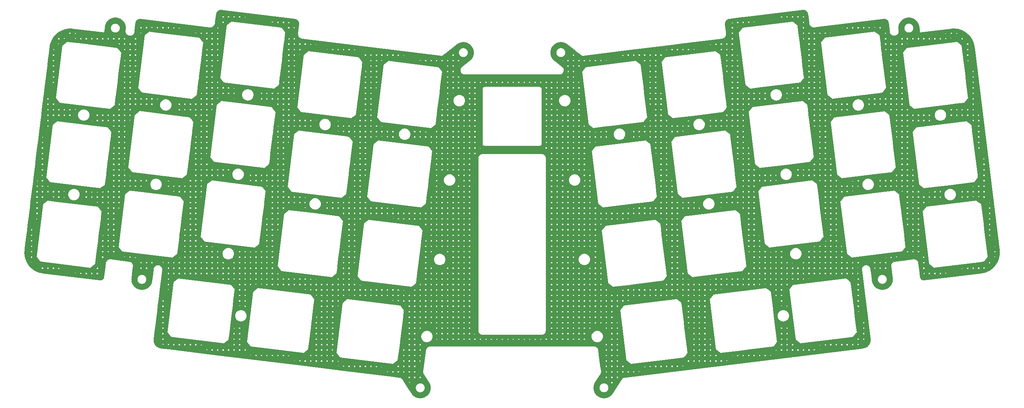
<source format=gtl>
G04 #@! TF.GenerationSoftware,KiCad,Pcbnew,7.0.10-7.0.10~ubuntu23.04.1*
G04 #@! TF.CreationDate,2024-02-06T18:49:36+00:00*
G04 #@! TF.ProjectId,plate_3_thumbs,706c6174-655f-4335-9f74-68756d62732e,v0.1*
G04 #@! TF.SameCoordinates,PX166f693PY93d1cc0*
G04 #@! TF.FileFunction,Copper,L1,Top*
G04 #@! TF.FilePolarity,Positive*
%FSLAX46Y46*%
G04 Gerber Fmt 4.6, Leading zero omitted, Abs format (unit mm)*
G04 Created by KiCad (PCBNEW 7.0.10-7.0.10~ubuntu23.04.1) date 2024-02-06 18:49:36*
%MOMM*%
%LPD*%
G01*
G04 APERTURE LIST*
G04 APERTURE END LIST*
G04 #@! TA.AperFunction,NonConductor*
G36*
X215811438Y-58985844D02*
G01*
X215884552Y-58994177D01*
X215887642Y-58994570D01*
X215991590Y-59009182D01*
X216007443Y-59012481D01*
X216084419Y-59033830D01*
X216089598Y-59035388D01*
X216183305Y-59065837D01*
X216196377Y-59070920D01*
X216271238Y-59105036D01*
X216278025Y-59108383D01*
X216363054Y-59153592D01*
X216373247Y-59159656D01*
X216442605Y-59205561D01*
X216450505Y-59211248D01*
X216525897Y-59270147D01*
X216533326Y-59276436D01*
X216537600Y-59280352D01*
X216594654Y-59332627D01*
X216602995Y-59341040D01*
X216667445Y-59412610D01*
X216672318Y-59418367D01*
X216723536Y-59482748D01*
X216731650Y-59494227D01*
X216783872Y-59577784D01*
X216786639Y-59582434D01*
X216825964Y-59651928D01*
X216833011Y-59666535D01*
X216872314Y-59763786D01*
X216873491Y-59766810D01*
X216899217Y-59835595D01*
X216904361Y-59853236D01*
X216933239Y-59989009D01*
X216933460Y-59990070D01*
X216941721Y-60030649D01*
X216943289Y-60040273D01*
X217194032Y-62082417D01*
X217193994Y-62082642D01*
X217211747Y-62226980D01*
X217211748Y-62226985D01*
X217263865Y-62408610D01*
X217343740Y-62579837D01*
X217343750Y-62579854D01*
X217449421Y-62736482D01*
X217449428Y-62736492D01*
X217578302Y-62874673D01*
X217578314Y-62874684D01*
X217727196Y-62990997D01*
X217727201Y-62991000D01*
X217727207Y-62991005D01*
X217892471Y-63082616D01*
X218070026Y-63147251D01*
X218070028Y-63147251D01*
X218070029Y-63147252D01*
X218255511Y-63183325D01*
X218409120Y-63188709D01*
X218444345Y-63189945D01*
X218444346Y-63189944D01*
X218444352Y-63189945D01*
X218524320Y-63180138D01*
X218524346Y-63180138D01*
X218538029Y-63178457D01*
X218538030Y-63178458D01*
X218907873Y-63133047D01*
X227378685Y-63133047D01*
X227378685Y-63435047D01*
X227680685Y-63435047D01*
X227680685Y-63133047D01*
X228678685Y-63133047D01*
X228678685Y-63435047D01*
X228980685Y-63435047D01*
X228980685Y-63133047D01*
X229978685Y-63133047D01*
X229978685Y-63435047D01*
X230280685Y-63435047D01*
X230280685Y-63133047D01*
X231278685Y-63133047D01*
X231278685Y-63392281D01*
X231580685Y-63355199D01*
X231580685Y-63133047D01*
X232578685Y-63133047D01*
X232578685Y-63232432D01*
X232754632Y-63211262D01*
X232778928Y-63210737D01*
X232880685Y-63218542D01*
X232880685Y-63133047D01*
X233878685Y-63133047D01*
X233878685Y-63435047D01*
X234180685Y-63435047D01*
X234180685Y-63133047D01*
X235178685Y-63133047D01*
X235178685Y-63435047D01*
X235240572Y-63435047D01*
X235203491Y-63133047D01*
X235178685Y-63133047D01*
X234180685Y-63133047D01*
X233878685Y-63133047D01*
X232880685Y-63133047D01*
X232578685Y-63133047D01*
X231580685Y-63133047D01*
X231278685Y-63133047D01*
X230280685Y-63133047D01*
X229978685Y-63133047D01*
X228980685Y-63133047D01*
X228678685Y-63133047D01*
X227680685Y-63133047D01*
X227378685Y-63133047D01*
X218907873Y-63133047D01*
X234931073Y-61165644D01*
X234931101Y-61165647D01*
X234954586Y-61162759D01*
X234965387Y-61161908D01*
X235005766Y-61160497D01*
X235006582Y-61160473D01*
X235132312Y-61157436D01*
X235152532Y-61158604D01*
X235219934Y-61168077D01*
X235223703Y-61168670D01*
X235316817Y-61184878D01*
X235333840Y-61189103D01*
X235403638Y-61211781D01*
X235409995Y-61214041D01*
X235448661Y-61228980D01*
X235493060Y-61246134D01*
X235506571Y-61252309D01*
X235573040Y-61287652D01*
X235581192Y-61292394D01*
X235648581Y-61335120D01*
X235654994Y-61339186D01*
X235664938Y-61346198D01*
X235724643Y-61392845D01*
X235733852Y-61400797D01*
X235782775Y-61447429D01*
X235797108Y-61461090D01*
X235803690Y-61467862D01*
X235837918Y-61505877D01*
X235854048Y-61523792D01*
X235863316Y-61535418D01*
X235914549Y-61608250D01*
X235918284Y-61613880D01*
X235930339Y-61633174D01*
X235957161Y-61676100D01*
X235965392Y-61691622D01*
X235973266Y-61709412D01*
X235998316Y-61766013D01*
X236003602Y-61777955D01*
X236005165Y-61781649D01*
X236025929Y-61833047D01*
X236030622Y-61844663D01*
X236036652Y-61864011D01*
X236063671Y-61984663D01*
X236063959Y-61985985D01*
X236072749Y-62027348D01*
X236074534Y-62038012D01*
X236346754Y-64255066D01*
X236346757Y-64255098D01*
X236347268Y-64259250D01*
X236347271Y-64259313D01*
X236347275Y-64259313D01*
X236348747Y-64271336D01*
X236348797Y-64271562D01*
X236357965Y-64346188D01*
X236377599Y-64410393D01*
X236405173Y-64500566D01*
X236409159Y-64513599D01*
X236488637Y-64669570D01*
X236488643Y-64669579D01*
X236593993Y-64809377D01*
X236594002Y-64809387D01*
X236722017Y-64928764D01*
X236722028Y-64928772D01*
X236868837Y-65024114D01*
X236868839Y-65024114D01*
X236868841Y-65024116D01*
X237029981Y-65092523D01*
X237200552Y-65131912D01*
X237375371Y-65141087D01*
X237462249Y-65130427D01*
X237462357Y-65130412D01*
X237462577Y-65130386D01*
X237462670Y-65130374D01*
X237513370Y-65124149D01*
X237513400Y-65124152D01*
X237542212Y-65120609D01*
X237542269Y-65120602D01*
X237554656Y-65119084D01*
X237554955Y-65119015D01*
X237629150Y-65109905D01*
X237796559Y-65058717D01*
X237952538Y-64979239D01*
X238092346Y-64873885D01*
X238097515Y-64868343D01*
X238186819Y-64772577D01*
X238211738Y-64745855D01*
X238218757Y-64735047D01*
X249478685Y-64735047D01*
X249780685Y-64735047D01*
X250778685Y-64735047D01*
X251080685Y-64735047D01*
X251080685Y-64483938D01*
X252078685Y-64483938D01*
X252078685Y-64735047D01*
X252380685Y-64735047D01*
X252380685Y-64537565D01*
X252220289Y-64507837D01*
X252078685Y-64483938D01*
X251080685Y-64483938D01*
X251080685Y-64470094D01*
X251017698Y-64475196D01*
X250922392Y-64486920D01*
X250922176Y-64486920D01*
X250778685Y-64504538D01*
X250778685Y-64735047D01*
X249780685Y-64735047D01*
X249780685Y-64627077D01*
X249478685Y-64664159D01*
X249478685Y-64735047D01*
X238218757Y-64735047D01*
X238307085Y-64599039D01*
X238308716Y-64595198D01*
X238375490Y-64437901D01*
X238383930Y-64401350D01*
X238414878Y-64267326D01*
X238424049Y-64092506D01*
X238413387Y-64005628D01*
X238413326Y-64005132D01*
X238369913Y-63651565D01*
X238369231Y-63644173D01*
X238357204Y-63449680D01*
X238357261Y-63449678D01*
X238357186Y-63449377D01*
X238351301Y-63350165D01*
X238351300Y-63341708D01*
X239807302Y-63341708D01*
X239807634Y-63345078D01*
X239814816Y-63417997D01*
X239815413Y-63430151D01*
X239815413Y-63444875D01*
X239816716Y-63451426D01*
X239818285Y-63459314D01*
X239820070Y-63471349D01*
X239827584Y-63547641D01*
X239827585Y-63547644D01*
X239849839Y-63621010D01*
X239852794Y-63632804D01*
X239855667Y-63647244D01*
X239861299Y-63660841D01*
X239865397Y-63672296D01*
X239887651Y-63745657D01*
X239887652Y-63745661D01*
X239923793Y-63813277D01*
X239928993Y-63824272D01*
X239934625Y-63837868D01*
X239934627Y-63837872D01*
X239942814Y-63850125D01*
X239949063Y-63860551D01*
X239974908Y-63908904D01*
X239985202Y-63928161D01*
X240033827Y-63987411D01*
X240041074Y-63997182D01*
X240046758Y-64005689D01*
X240049261Y-64009434D01*
X240049264Y-64009438D01*
X240059671Y-64019844D01*
X240067847Y-64028864D01*
X240116474Y-64088118D01*
X240131109Y-64100128D01*
X240175726Y-64136744D01*
X240175728Y-64136745D01*
X240184748Y-64144921D01*
X240195156Y-64155329D01*
X240195157Y-64155331D01*
X240207410Y-64163518D01*
X240217180Y-64170764D01*
X240233218Y-64183926D01*
X240276433Y-64219392D01*
X240276436Y-64219394D01*
X240294086Y-64228828D01*
X240344045Y-64255531D01*
X240354464Y-64261776D01*
X240366721Y-64269966D01*
X240380338Y-64275606D01*
X240391318Y-64280799D01*
X240458931Y-64316940D01*
X240532311Y-64339199D01*
X240543744Y-64343290D01*
X240557349Y-64348926D01*
X240571785Y-64351797D01*
X240583576Y-64354750D01*
X240656951Y-64377008D01*
X240733255Y-64384523D01*
X240745272Y-64386306D01*
X240759718Y-64389180D01*
X240774441Y-64389180D01*
X240786595Y-64389777D01*
X240862885Y-64397291D01*
X240939175Y-64389777D01*
X240951329Y-64389180D01*
X240966050Y-64389180D01*
X240966052Y-64389180D01*
X240980518Y-64386302D01*
X240992500Y-64384524D01*
X241064436Y-64377439D01*
X241068820Y-64377008D01*
X241142178Y-64354755D01*
X241153970Y-64351800D01*
X241168421Y-64348926D01*
X241182026Y-64343290D01*
X241193459Y-64339199D01*
X241266839Y-64316940D01*
X241334454Y-64280798D01*
X241345442Y-64275601D01*
X241359049Y-64269966D01*
X241371305Y-64261776D01*
X241381712Y-64255538D01*
X241449335Y-64219393D01*
X241508601Y-64170754D01*
X241518350Y-64163524D01*
X241530610Y-64155333D01*
X241541038Y-64144904D01*
X241550015Y-64136767D01*
X241609295Y-64088118D01*
X241657944Y-64028838D01*
X241666081Y-64019861D01*
X241676510Y-64009433D01*
X241684701Y-63997173D01*
X241691931Y-63987424D01*
X241740570Y-63928158D01*
X241776715Y-63860535D01*
X241782953Y-63850128D01*
X241791143Y-63837872D01*
X241796778Y-63824265D01*
X241801979Y-63813270D01*
X241812099Y-63794338D01*
X241838117Y-63745662D01*
X241860376Y-63672282D01*
X241864467Y-63660849D01*
X241870103Y-63647244D01*
X241872977Y-63632793D01*
X241875932Y-63621001D01*
X241898185Y-63547642D01*
X241905701Y-63471323D01*
X241907480Y-63459338D01*
X241910357Y-63444875D01*
X241910925Y-63421691D01*
X241911478Y-63412671D01*
X241918468Y-63341708D01*
X241911478Y-63270747D01*
X241910924Y-63261720D01*
X241910357Y-63238541D01*
X241907483Y-63224092D01*
X241905700Y-63212078D01*
X241898185Y-63135774D01*
X241875927Y-63062399D01*
X241872974Y-63050608D01*
X241870103Y-63036172D01*
X241864467Y-63022567D01*
X241860376Y-63011134D01*
X241838117Y-62937754D01*
X241801975Y-62870137D01*
X241796783Y-62859161D01*
X241791143Y-62845544D01*
X241782953Y-62833287D01*
X241776706Y-62822864D01*
X241744546Y-62762696D01*
X241740571Y-62755259D01*
X241740569Y-62755256D01*
X241695038Y-62699777D01*
X241691940Y-62696002D01*
X241684695Y-62686233D01*
X241680290Y-62679641D01*
X241676510Y-62673983D01*
X241676508Y-62673980D01*
X241676506Y-62673979D01*
X241666098Y-62663571D01*
X241657922Y-62654551D01*
X241609295Y-62595297D01*
X241550041Y-62546670D01*
X241541021Y-62538494D01*
X241530615Y-62528087D01*
X241530611Y-62528084D01*
X241518359Y-62519897D01*
X241508588Y-62512650D01*
X241449338Y-62464025D01*
X241449336Y-62464024D01*
X241449335Y-62464023D01*
X241381730Y-62427887D01*
X241371302Y-62421637D01*
X241359049Y-62413450D01*
X241359046Y-62413448D01*
X241359045Y-62413448D01*
X241345449Y-62407816D01*
X241334454Y-62402616D01*
X241266838Y-62366475D01*
X241266834Y-62366474D01*
X241193473Y-62344220D01*
X241182018Y-62340122D01*
X241168421Y-62334490D01*
X241168422Y-62334490D01*
X241153981Y-62331617D01*
X241142187Y-62328662D01*
X241068821Y-62306408D01*
X241068818Y-62306407D01*
X240992526Y-62298893D01*
X240980491Y-62297108D01*
X240966052Y-62294236D01*
X240951329Y-62294236D01*
X240939175Y-62293639D01*
X240862885Y-62286125D01*
X240786595Y-62293639D01*
X240774441Y-62294236D01*
X240759714Y-62294236D01*
X240745269Y-62297109D01*
X240733237Y-62298894D01*
X240656950Y-62306408D01*
X240656948Y-62306408D01*
X240583586Y-62328661D01*
X240571793Y-62331616D01*
X240557346Y-62334490D01*
X240543744Y-62340124D01*
X240532296Y-62344220D01*
X240458932Y-62366475D01*
X240458930Y-62366476D01*
X240391314Y-62402616D01*
X240380326Y-62407813D01*
X240366727Y-62413446D01*
X240366713Y-62413454D01*
X240354465Y-62421637D01*
X240344041Y-62427885D01*
X240276435Y-62464023D01*
X240217179Y-62512652D01*
X240207410Y-62519897D01*
X240195165Y-62528079D01*
X240195153Y-62528088D01*
X240184740Y-62538501D01*
X240175731Y-62546666D01*
X240116474Y-62595297D01*
X240067843Y-62654554D01*
X240059678Y-62663563D01*
X240049265Y-62673976D01*
X240049256Y-62673988D01*
X240041074Y-62686233D01*
X240033829Y-62696002D01*
X239985200Y-62755258D01*
X239949062Y-62822864D01*
X239942814Y-62833288D01*
X239934631Y-62845536D01*
X239934623Y-62845550D01*
X239928990Y-62859149D01*
X239923793Y-62870137D01*
X239887653Y-62937753D01*
X239887652Y-62937755D01*
X239865397Y-63011119D01*
X239861301Y-63022567D01*
X239855667Y-63036169D01*
X239852793Y-63050616D01*
X239849838Y-63062409D01*
X239827585Y-63135771D01*
X239827585Y-63135773D01*
X239820071Y-63212060D01*
X239818286Y-63224092D01*
X239815413Y-63238537D01*
X239815413Y-63253263D01*
X239814816Y-63265417D01*
X239807302Y-63341708D01*
X238351300Y-63341708D01*
X238351300Y-63335541D01*
X238360977Y-63171914D01*
X238361031Y-63171069D01*
X238362613Y-63147251D01*
X238369662Y-63041112D01*
X238371386Y-63027174D01*
X238399792Y-62870984D01*
X238399998Y-62869888D01*
X238425887Y-62736698D01*
X238429166Y-62723659D01*
X238475539Y-62574137D01*
X238476066Y-62572486D01*
X238519113Y-62441556D01*
X238523751Y-62429586D01*
X238587282Y-62287916D01*
X238588314Y-62285679D01*
X238647926Y-62160137D01*
X238653705Y-62149378D01*
X238733462Y-62017043D01*
X238735100Y-62014404D01*
X238810339Y-61896756D01*
X238817048Y-61887281D01*
X238911840Y-61765952D01*
X238914191Y-61763039D01*
X239003891Y-61655376D01*
X239011321Y-61647229D01*
X239119816Y-61538441D01*
X239122912Y-61535449D01*
X239225626Y-61439667D01*
X239233579Y-61432854D01*
X239354148Y-61338133D01*
X239358076Y-61335176D01*
X239472217Y-61252855D01*
X239480388Y-61247443D01*
X239611362Y-61168026D01*
X239616197Y-61165244D01*
X239739850Y-61097827D01*
X239748110Y-61093717D01*
X239887545Y-61030737D01*
X239893233Y-61028339D01*
X240024489Y-60976900D01*
X240032635Y-60974033D01*
X240178553Y-60928348D01*
X240185106Y-60926495D01*
X240321806Y-60891904D01*
X240329625Y-60890195D01*
X240479986Y-60862431D01*
X240487297Y-60861308D01*
X240627294Y-60844119D01*
X240634641Y-60843442D01*
X240787257Y-60834004D01*
X240795272Y-60833771D01*
X240936276Y-60834263D01*
X240943041Y-60834475D01*
X241095729Y-60843505D01*
X241104331Y-60844317D01*
X241244059Y-60862465D01*
X241250198Y-60863421D01*
X241400740Y-60890800D01*
X241409759Y-60892791D01*
X241546024Y-60928287D01*
X241551441Y-60929831D01*
X241697673Y-60975184D01*
X241706958Y-60978475D01*
X241830881Y-61028040D01*
X241837497Y-61030687D01*
X241842186Y-61032675D01*
X241982033Y-61095389D01*
X241991405Y-61100077D01*
X242114174Y-61168129D01*
X242118000Y-61170341D01*
X242249541Y-61249620D01*
X242258743Y-61255743D01*
X242371745Y-61338448D01*
X242374823Y-61340776D01*
X242496101Y-61435528D01*
X242504949Y-61443140D01*
X242602530Y-61535418D01*
X242606324Y-61539005D01*
X242608689Y-61541302D01*
X242718008Y-61650329D01*
X242726259Y-61659416D01*
X242814404Y-61766726D01*
X242816045Y-61768769D01*
X242826428Y-61781985D01*
X242911887Y-61890765D01*
X242919307Y-61901292D01*
X242992656Y-62017768D01*
X242993759Y-62019554D01*
X243074813Y-62153231D01*
X243081164Y-62165118D01*
X243138442Y-62287952D01*
X243139067Y-62289312D01*
X243192951Y-62408607D01*
X243196973Y-62417513D01*
X243204303Y-62433740D01*
X243209360Y-62446878D01*
X243249199Y-62570963D01*
X243249471Y-62571820D01*
X243298393Y-62728079D01*
X243301941Y-62742318D01*
X243321071Y-62844539D01*
X243321126Y-62844834D01*
X243355570Y-63031383D01*
X243356707Y-63038786D01*
X243477167Y-64019844D01*
X243518424Y-64355859D01*
X243519547Y-64365000D01*
X243519526Y-64365276D01*
X243522511Y-64389488D01*
X243522715Y-64389848D01*
X243522716Y-64389849D01*
X243523012Y-64389930D01*
X250887570Y-63485675D01*
X250887602Y-63485678D01*
X250913899Y-63482444D01*
X250919004Y-63481923D01*
X251123368Y-63465370D01*
X251329586Y-63449168D01*
X251339494Y-63448788D01*
X251546390Y-63449171D01*
X251546757Y-63449173D01*
X251754565Y-63450989D01*
X251763879Y-63451424D01*
X251972011Y-63469057D01*
X251973152Y-63469160D01*
X252177775Y-63488865D01*
X252186453Y-63490014D01*
X252393381Y-63524937D01*
X252395125Y-63525246D01*
X252596200Y-63562515D01*
X252604211Y-63564277D01*
X252807977Y-63616277D01*
X252810250Y-63616882D01*
X253006851Y-63671406D01*
X253014161Y-63673679D01*
X253213189Y-63742416D01*
X253216029Y-63743437D01*
X253406740Y-63814742D01*
X253413330Y-63817423D01*
X253606095Y-63902401D01*
X253609435Y-63903933D01*
X253792960Y-63991470D01*
X253793042Y-63991509D01*
X253798876Y-63994484D01*
X253895862Y-64047200D01*
X253971139Y-64088117D01*
X253984042Y-64095130D01*
X253987705Y-64097203D01*
X254162946Y-64200427D01*
X254167974Y-64203555D01*
X254344281Y-64319204D01*
X254348236Y-64321909D01*
X254513761Y-64439977D01*
X254518025Y-64443161D01*
X254684218Y-64573003D01*
X254688347Y-64576376D01*
X254842945Y-64708414D01*
X254846564Y-64711629D01*
X255001378Y-64854670D01*
X255005670Y-64858832D01*
X255035495Y-64889181D01*
X255148209Y-65003877D01*
X255151108Y-65006931D01*
X255272747Y-65139552D01*
X255293562Y-65162246D01*
X255297860Y-65167188D01*
X255427251Y-65324150D01*
X255429562Y-65327040D01*
X255558632Y-65493494D01*
X255562830Y-65499242D01*
X255678156Y-65667036D01*
X255679834Y-65669543D01*
X255794681Y-65846031D01*
X255798671Y-65852601D01*
X255899060Y-66030031D01*
X255900299Y-66032274D01*
X256000006Y-66217320D01*
X256003678Y-66224714D01*
X256042984Y-66310958D01*
X256088454Y-66410729D01*
X256089219Y-66412443D01*
X256102292Y-66442393D01*
X256173137Y-66604708D01*
X256176377Y-66612917D01*
X256244916Y-66806454D01*
X256245383Y-66807798D01*
X256296356Y-66957156D01*
X256308639Y-66993150D01*
X256312813Y-67005379D01*
X256315507Y-67014374D01*
X256367492Y-67215365D01*
X256367703Y-67216193D01*
X256418040Y-67416497D01*
X256420078Y-67426250D01*
X256456178Y-67641941D01*
X256456225Y-67642222D01*
X256487432Y-67831346D01*
X256488162Y-67836422D01*
X262424359Y-116182867D01*
X262424363Y-116182905D01*
X262424565Y-116184549D01*
X262425085Y-116189652D01*
X262442923Y-116409781D01*
X262442945Y-116410058D01*
X262457852Y-116599290D01*
X262458235Y-116609253D01*
X262457838Y-116827891D01*
X262457833Y-116828745D01*
X262456132Y-117024153D01*
X262455695Y-117033539D01*
X262437427Y-117249218D01*
X262437298Y-117250636D01*
X262418362Y-117447333D01*
X262417204Y-117456083D01*
X262381358Y-117668504D01*
X262381011Y-117670466D01*
X262344826Y-117865725D01*
X262343052Y-117873790D01*
X262289902Y-118082071D01*
X262289243Y-118084547D01*
X262236056Y-118276341D01*
X262233773Y-118283682D01*
X262163708Y-118486567D01*
X262162648Y-118489515D01*
X262092841Y-118676225D01*
X262090157Y-118682818D01*
X262003663Y-118879027D01*
X262002120Y-118882392D01*
X261916233Y-119062460D01*
X261913258Y-119068294D01*
X261810902Y-119256606D01*
X261808798Y-119260324D01*
X261707512Y-119432273D01*
X261704354Y-119437350D01*
X261586806Y-119616551D01*
X261584072Y-119620546D01*
X261468176Y-119783026D01*
X261464939Y-119787361D01*
X261333014Y-119956218D01*
X261329591Y-119960408D01*
X261199968Y-120112175D01*
X261196753Y-120115794D01*
X261051314Y-120273200D01*
X261047151Y-120277493D01*
X260904812Y-120417367D01*
X260901715Y-120420307D01*
X260743757Y-120565181D01*
X260738815Y-120569479D01*
X260584878Y-120696372D01*
X260581986Y-120698684D01*
X260412508Y-120830091D01*
X260406760Y-120834289D01*
X260242518Y-120947167D01*
X260239914Y-120948909D01*
X260059996Y-121065980D01*
X260053426Y-121069971D01*
X259880170Y-121167992D01*
X259877926Y-121169231D01*
X259688711Y-121271176D01*
X259681316Y-121274848D01*
X259500663Y-121357172D01*
X259498843Y-121357984D01*
X259301341Y-121444181D01*
X259293130Y-121447422D01*
X259106799Y-121513400D01*
X259105455Y-121513867D01*
X258900677Y-121583742D01*
X258891676Y-121586437D01*
X258702364Y-121635391D01*
X258701537Y-121635602D01*
X258489585Y-121688857D01*
X258479831Y-121690895D01*
X258297653Y-121721376D01*
X258297372Y-121721423D01*
X258073861Y-121758293D01*
X258068791Y-121759022D01*
X244613206Y-123411160D01*
X244602411Y-123412009D01*
X244562190Y-123413410D01*
X244560858Y-123413449D01*
X244435540Y-123416467D01*
X244415288Y-123415295D01*
X244347843Y-123405811D01*
X244343838Y-123405181D01*
X244251047Y-123389023D01*
X244233995Y-123384790D01*
X244164101Y-123362076D01*
X244157731Y-123359812D01*
X244074809Y-123327770D01*
X244061283Y-123321588D01*
X243994730Y-123286197D01*
X243986551Y-123281438D01*
X243912871Y-123234722D01*
X243902940Y-123227720D01*
X243843133Y-123180992D01*
X243833957Y-123173069D01*
X243770775Y-123112848D01*
X243764182Y-123106064D01*
X243713752Y-123050056D01*
X243704484Y-123038431D01*
X243653339Y-122965729D01*
X243649600Y-122960094D01*
X243610643Y-122897752D01*
X243602421Y-122882248D01*
X243564279Y-122796083D01*
X243562752Y-122792475D01*
X243537182Y-122729193D01*
X243531157Y-122709865D01*
X243504230Y-122589674D01*
X243504002Y-122588631D01*
X243495040Y-122546478D01*
X243493261Y-122535848D01*
X243382411Y-121633047D01*
X244387906Y-121633047D01*
X244424986Y-121935047D01*
X244580685Y-121935047D01*
X244580685Y-121633047D01*
X245578685Y-121633047D01*
X245578685Y-121935047D01*
X245880685Y-121935047D01*
X245880685Y-121633047D01*
X246878685Y-121633047D01*
X246878685Y-121935047D01*
X247180685Y-121935047D01*
X247180685Y-121633047D01*
X248178685Y-121633047D01*
X248178685Y-121935047D01*
X248446071Y-121935047D01*
X248480685Y-121930796D01*
X248480685Y-121633047D01*
X249478685Y-121633047D01*
X249478685Y-121808257D01*
X249780685Y-121771176D01*
X249780685Y-121633047D01*
X250778685Y-121633047D01*
X250778685Y-121648637D01*
X250905659Y-121633047D01*
X250778685Y-121633047D01*
X249780685Y-121633047D01*
X249478685Y-121633047D01*
X248480685Y-121633047D01*
X248178685Y-121633047D01*
X247180685Y-121633047D01*
X246878685Y-121633047D01*
X245880685Y-121633047D01*
X245578685Y-121633047D01*
X244580685Y-121633047D01*
X244387906Y-121633047D01*
X243382411Y-121633047D01*
X243222792Y-120333047D01*
X244278685Y-120333047D01*
X244278685Y-120635047D01*
X244580685Y-120635047D01*
X253378685Y-120635047D01*
X253680685Y-120635047D01*
X254678685Y-120635047D01*
X254980685Y-120635047D01*
X254980685Y-120385026D01*
X254678685Y-120422107D01*
X254678685Y-120635047D01*
X253680685Y-120635047D01*
X253680685Y-120544646D01*
X253378685Y-120581727D01*
X253378685Y-120635047D01*
X244580685Y-120635047D01*
X244580685Y-120333047D01*
X244278685Y-120333047D01*
X243222792Y-120333047D01*
X243092187Y-119269356D01*
X243092186Y-119269354D01*
X243090703Y-119257274D01*
X243090649Y-119257035D01*
X243081512Y-119182576D01*
X243035806Y-119033047D01*
X244278685Y-119033047D01*
X244278685Y-119335047D01*
X244580685Y-119335047D01*
X244580685Y-119033047D01*
X244278685Y-119033047D01*
X243035806Y-119033047D01*
X243030338Y-119015157D01*
X242950868Y-118859168D01*
X242950866Y-118859165D01*
X242845518Y-118719354D01*
X242804229Y-118680850D01*
X242717483Y-118599954D01*
X242645362Y-118553118D01*
X242570658Y-118504604D01*
X242409513Y-118436204D01*
X242280168Y-118406346D01*
X242238932Y-118396827D01*
X242238931Y-118396826D01*
X242238927Y-118396826D01*
X242075687Y-118388277D01*
X242064106Y-118387671D01*
X242064105Y-118387671D01*
X241977326Y-118398330D01*
X241977324Y-118398330D01*
X240302504Y-118603972D01*
X237564766Y-118940123D01*
X237564700Y-118940131D01*
X237564279Y-118940182D01*
X237555778Y-118941253D01*
X237555391Y-118941301D01*
X237477280Y-118950888D01*
X237477273Y-118950889D01*
X237309860Y-119002060D01*
X237153868Y-119081533D01*
X237014054Y-119186882D01*
X237014053Y-119186883D01*
X236894656Y-119314915D01*
X236799309Y-119461735D01*
X236730904Y-119622889D01*
X236700295Y-119755484D01*
X236692002Y-119791415D01*
X236691527Y-119793471D01*
X236685700Y-119904741D01*
X236682450Y-119966813D01*
X236682372Y-119968293D01*
X236693044Y-120055182D01*
X236693047Y-120055201D01*
X236693104Y-120055668D01*
X237035025Y-122840396D01*
X237035031Y-122840457D01*
X237035088Y-122840917D01*
X237035134Y-122841422D01*
X237035440Y-122844282D01*
X237035441Y-122844293D01*
X237035399Y-122844296D01*
X237035776Y-122848377D01*
X237048893Y-123060445D01*
X237048901Y-123060732D01*
X237048911Y-123060732D01*
X237053643Y-123140221D01*
X237053646Y-123154908D01*
X237043448Y-123327396D01*
X237043392Y-123328294D01*
X237035463Y-123447701D01*
X237033734Y-123461671D01*
X237004403Y-123622961D01*
X237004126Y-123624434D01*
X236979609Y-123750570D01*
X236976322Y-123763641D01*
X236928881Y-123916615D01*
X236928243Y-123918614D01*
X236886948Y-124044217D01*
X236882296Y-124056225D01*
X236817584Y-124200534D01*
X236816453Y-124202984D01*
X236758889Y-124324215D01*
X236753079Y-124335034D01*
X236672139Y-124469337D01*
X236670400Y-124472138D01*
X236597386Y-124586309D01*
X236590635Y-124595844D01*
X236494617Y-124718742D01*
X236492172Y-124721772D01*
X236404909Y-124826512D01*
X236397439Y-124834703D01*
X236287741Y-124944696D01*
X236284511Y-124947820D01*
X236184391Y-125041186D01*
X236176427Y-125048007D01*
X236054570Y-125143741D01*
X236050501Y-125146804D01*
X235939171Y-125227099D01*
X235930928Y-125232558D01*
X235798722Y-125312723D01*
X235793787Y-125315563D01*
X235672965Y-125381437D01*
X235664651Y-125385574D01*
X235523970Y-125449118D01*
X235518171Y-125451562D01*
X235389871Y-125501842D01*
X235381676Y-125504727D01*
X235234450Y-125550822D01*
X235227818Y-125552697D01*
X235094170Y-125586515D01*
X235086267Y-125588243D01*
X234934620Y-125616244D01*
X234927217Y-125617381D01*
X234790331Y-125634189D01*
X234782872Y-125634877D01*
X234628956Y-125644394D01*
X234620871Y-125644629D01*
X234483009Y-125644149D01*
X234476119Y-125643934D01*
X234322101Y-125634824D01*
X234313452Y-125634007D01*
X234176845Y-125616264D01*
X234170628Y-125615296D01*
X234018712Y-125587667D01*
X234009643Y-125585664D01*
X233876500Y-125550982D01*
X233871025Y-125549421D01*
X233723342Y-125503618D01*
X233714023Y-125500315D01*
X233586543Y-125449325D01*
X233581854Y-125447336D01*
X233440485Y-125383938D01*
X233431108Y-125379248D01*
X233392292Y-125357732D01*
X233311375Y-125312878D01*
X233307498Y-125310636D01*
X233174426Y-125230434D01*
X233165198Y-125224293D01*
X233055191Y-125143778D01*
X233052084Y-125141429D01*
X232929188Y-125045411D01*
X232920331Y-125037792D01*
X232821865Y-124944675D01*
X232819528Y-124942406D01*
X232708477Y-124831650D01*
X232700229Y-124822566D01*
X232617556Y-124721916D01*
X232614995Y-124718799D01*
X232613313Y-124716704D01*
X232597705Y-124696836D01*
X232515650Y-124592389D01*
X232508242Y-124581878D01*
X232437692Y-124469844D01*
X232436754Y-124468326D01*
X232353616Y-124331211D01*
X232347284Y-124319358D01*
X232292927Y-124202783D01*
X232292424Y-124201688D01*
X232224864Y-124052107D01*
X232219819Y-124039000D01*
X232190719Y-123948359D01*
X232183225Y-123925015D01*
X232182954Y-123924160D01*
X232172672Y-123891318D01*
X232131329Y-123759261D01*
X232127789Y-123745053D01*
X232114151Y-123672171D01*
X232113975Y-123671230D01*
X232113921Y-123670938D01*
X232074417Y-123456975D01*
X232073280Y-123449573D01*
X232072147Y-123440344D01*
X232036406Y-123149257D01*
X233499094Y-123149257D01*
X233506078Y-123220165D01*
X233506608Y-123225546D01*
X233507205Y-123237700D01*
X233507205Y-123252424D01*
X233508013Y-123256485D01*
X233510077Y-123266863D01*
X233511862Y-123278898D01*
X233519376Y-123355190D01*
X233541629Y-123428549D01*
X233544584Y-123440344D01*
X233547459Y-123454794D01*
X233553091Y-123468391D01*
X233557189Y-123479845D01*
X233579445Y-123553210D01*
X233579447Y-123553215D01*
X233615581Y-123620819D01*
X233620781Y-123631811D01*
X233626420Y-123645424D01*
X233634605Y-123657673D01*
X233640854Y-123668100D01*
X233676992Y-123735708D01*
X233699880Y-123763597D01*
X233725621Y-123794963D01*
X233732868Y-123804734D01*
X233737122Y-123811101D01*
X233741051Y-123816980D01*
X233741054Y-123816984D01*
X233751460Y-123827390D01*
X233759633Y-123836407D01*
X233808266Y-123895668D01*
X233851061Y-123930788D01*
X233867523Y-123944298D01*
X233867526Y-123944300D01*
X233876546Y-123952476D01*
X233886947Y-123962878D01*
X233886949Y-123962879D01*
X233886953Y-123962883D01*
X233899197Y-123971064D01*
X233908967Y-123978310D01*
X233968227Y-124026943D01*
X234035847Y-124063086D01*
X234046257Y-124069327D01*
X234058513Y-124077516D01*
X234070688Y-124082559D01*
X234072129Y-124083156D01*
X234083126Y-124088358D01*
X234150717Y-124124486D01*
X234150723Y-124124489D01*
X234224097Y-124146746D01*
X234235527Y-124150837D01*
X234249141Y-124156476D01*
X234263586Y-124159349D01*
X234275385Y-124162305D01*
X234288766Y-124166364D01*
X234348744Y-124184558D01*
X234425048Y-124192073D01*
X234437065Y-124193856D01*
X234451511Y-124196730D01*
X234466234Y-124196730D01*
X234478388Y-124197327D01*
X234554678Y-124204841D01*
X234630968Y-124197327D01*
X234643122Y-124196730D01*
X234657843Y-124196730D01*
X234657845Y-124196730D01*
X234672311Y-124193852D01*
X234684293Y-124192074D01*
X234760612Y-124184558D01*
X234833981Y-124162301D01*
X234845754Y-124159352D01*
X234860215Y-124156476D01*
X234873843Y-124150830D01*
X234885234Y-124146754D01*
X234958633Y-124124489D01*
X235026246Y-124088348D01*
X235037218Y-124083159D01*
X235050843Y-124077516D01*
X235063107Y-124069321D01*
X235073502Y-124063089D01*
X235141129Y-124026943D01*
X235200395Y-123978304D01*
X235210136Y-123971079D01*
X235222403Y-123962883D01*
X235232824Y-123952461D01*
X235241802Y-123944322D01*
X235301089Y-123895668D01*
X235349743Y-123836381D01*
X235357882Y-123827403D01*
X235368304Y-123816982D01*
X235376500Y-123804715D01*
X235383725Y-123794974D01*
X235432364Y-123735708D01*
X235468510Y-123668081D01*
X235474742Y-123657686D01*
X235482937Y-123645422D01*
X235488580Y-123631797D01*
X235493773Y-123620819D01*
X235529910Y-123553212D01*
X235552175Y-123479813D01*
X235556251Y-123468422D01*
X235561897Y-123454794D01*
X235564773Y-123440333D01*
X235567722Y-123428560D01*
X235589979Y-123355191D01*
X235597495Y-123278872D01*
X235599274Y-123266887D01*
X235602151Y-123252424D01*
X235602719Y-123229240D01*
X235603272Y-123220220D01*
X235610262Y-123149257D01*
X235603272Y-123078296D01*
X235602718Y-123069269D01*
X235602151Y-123046090D01*
X235599276Y-123031641D01*
X235597494Y-123019627D01*
X235589979Y-122943323D01*
X235567726Y-122869964D01*
X235564770Y-122858164D01*
X235561897Y-122843720D01*
X235556258Y-122830106D01*
X235552167Y-122818676D01*
X235529910Y-122745302D01*
X235523576Y-122733451D01*
X235493779Y-122677705D01*
X235488577Y-122666708D01*
X235487980Y-122665267D01*
X235482937Y-122653092D01*
X235474748Y-122640836D01*
X235468507Y-122630426D01*
X235432364Y-122562806D01*
X235383731Y-122503546D01*
X235376489Y-122493782D01*
X235368304Y-122481532D01*
X235368300Y-122481528D01*
X235368299Y-122481526D01*
X235357897Y-122471125D01*
X235349721Y-122462105D01*
X235301089Y-122402845D01*
X235241828Y-122354212D01*
X235232811Y-122346039D01*
X235222405Y-122335633D01*
X235222403Y-122335631D01*
X235210155Y-122327447D01*
X235200384Y-122320200D01*
X235198090Y-122318318D01*
X235141129Y-122271571D01*
X235141126Y-122271569D01*
X235117979Y-122259197D01*
X235073521Y-122235433D01*
X235063094Y-122229184D01*
X235050845Y-122220999D01*
X235037232Y-122215360D01*
X235026240Y-122210160D01*
X234958636Y-122174026D01*
X234958631Y-122174024D01*
X234885266Y-122151768D01*
X234873812Y-122147670D01*
X234860215Y-122142038D01*
X234845765Y-122139163D01*
X234833970Y-122136208D01*
X234760610Y-122113955D01*
X234760611Y-122113955D01*
X234684319Y-122106441D01*
X234672284Y-122104656D01*
X234657845Y-122101784D01*
X234643122Y-122101784D01*
X234630968Y-122101187D01*
X234554678Y-122093673D01*
X234478388Y-122101187D01*
X234466234Y-122101784D01*
X234451507Y-122101784D01*
X234437062Y-122104657D01*
X234425030Y-122106442D01*
X234348743Y-122113956D01*
X234348741Y-122113956D01*
X234275380Y-122136209D01*
X234263585Y-122139164D01*
X234249139Y-122142038D01*
X234235530Y-122147675D01*
X234224078Y-122151772D01*
X234150724Y-122174024D01*
X234150722Y-122174025D01*
X234083119Y-122210158D01*
X234072133Y-122215355D01*
X234058515Y-122220996D01*
X234058507Y-122221001D01*
X234046257Y-122229186D01*
X234035824Y-122235439D01*
X233968226Y-122271570D01*
X233908973Y-122320198D01*
X233899209Y-122327440D01*
X233886960Y-122335625D01*
X233886946Y-122335636D01*
X233876541Y-122346042D01*
X233867529Y-122354210D01*
X233808267Y-122402846D01*
X233759631Y-122462108D01*
X233751463Y-122471120D01*
X233741057Y-122481525D01*
X233741046Y-122481539D01*
X233732861Y-122493788D01*
X233725619Y-122503552D01*
X233676991Y-122562805D01*
X233640860Y-122630403D01*
X233634607Y-122640836D01*
X233626422Y-122653086D01*
X233626417Y-122653094D01*
X233620776Y-122666712D01*
X233615579Y-122677698D01*
X233579446Y-122745301D01*
X233579445Y-122745303D01*
X233557193Y-122818657D01*
X233553096Y-122830109D01*
X233547459Y-122843718D01*
X233544585Y-122858164D01*
X233541630Y-122869959D01*
X233519377Y-122943320D01*
X233519377Y-122943322D01*
X233511863Y-123019609D01*
X233510078Y-123031641D01*
X233507205Y-123046086D01*
X233507205Y-123060812D01*
X233506608Y-123072966D01*
X233499424Y-123145903D01*
X233499094Y-123149257D01*
X232036406Y-123149257D01*
X231850239Y-121633047D01*
X232855734Y-121633047D01*
X232880685Y-121836255D01*
X232880685Y-121633047D01*
X232855734Y-121633047D01*
X231850239Y-121633047D01*
X231737733Y-120716762D01*
X231737740Y-120716718D01*
X231731310Y-120664360D01*
X231731312Y-120664360D01*
X231720013Y-120572344D01*
X231663983Y-120395600D01*
X231630475Y-120333047D01*
X232689184Y-120333047D01*
X232690210Y-120337282D01*
X232700033Y-120382350D01*
X232701123Y-120387974D01*
X232706933Y-120422148D01*
X232707763Y-120427818D01*
X232733209Y-120635047D01*
X232880685Y-120635047D01*
X232880685Y-120333047D01*
X233878685Y-120333047D01*
X233878685Y-120635047D01*
X234180685Y-120635047D01*
X234180685Y-120333047D01*
X235178685Y-120333047D01*
X235178685Y-120635047D01*
X235480685Y-120635047D01*
X235480685Y-120333047D01*
X235178685Y-120333047D01*
X234180685Y-120333047D01*
X233878685Y-120333047D01*
X232880685Y-120333047D01*
X232689184Y-120333047D01*
X231630475Y-120333047D01*
X231576432Y-120232159D01*
X231460339Y-120087590D01*
X231319658Y-119966813D01*
X231159181Y-119873943D01*
X231159176Y-119873941D01*
X230984370Y-119812140D01*
X230801182Y-119783513D01*
X230801174Y-119783512D01*
X230615847Y-119789032D01*
X230434700Y-119828508D01*
X230434690Y-119828512D01*
X230263870Y-119900606D01*
X230109201Y-120002863D01*
X229975956Y-120131800D01*
X229868677Y-120283017D01*
X229841385Y-120342177D01*
X229791005Y-120451383D01*
X229791004Y-120451386D01*
X229791003Y-120451386D01*
X229745595Y-120631139D01*
X229745594Y-120631146D01*
X229738044Y-120751532D01*
X229733988Y-120816198D01*
X229744469Y-120901568D01*
X229745287Y-120908227D01*
X229745300Y-120908332D01*
X229745346Y-120908710D01*
X231765872Y-137364580D01*
X231765899Y-137364835D01*
X231765902Y-137364835D01*
X231765927Y-137365042D01*
X231765954Y-137365356D01*
X231766287Y-137368466D01*
X231766288Y-137368477D01*
X231766232Y-137368482D01*
X231766623Y-137372883D01*
X231771162Y-137452849D01*
X231771201Y-137453578D01*
X231780202Y-137630580D01*
X231780021Y-137646068D01*
X231771546Y-137760107D01*
X231771362Y-137762312D01*
X231758294Y-137903917D01*
X231756221Y-137917773D01*
X231731611Y-138036091D01*
X231730806Y-138039693D01*
X231699225Y-138171693D01*
X231695695Y-138183722D01*
X231655006Y-138300236D01*
X231653202Y-138305075D01*
X231604094Y-138428878D01*
X231599560Y-138438969D01*
X231543476Y-138550237D01*
X231540330Y-138556084D01*
X231474649Y-138670684D01*
X231469563Y-138678813D01*
X231399154Y-138782223D01*
X231394370Y-138788778D01*
X231313252Y-138892603D01*
X231308050Y-138898830D01*
X231224733Y-138992178D01*
X231218076Y-138999079D01*
X231122780Y-139090523D01*
X231117868Y-139094990D01*
X231023473Y-139176326D01*
X231014777Y-139183167D01*
X230906499Y-139260789D01*
X230902241Y-139263709D01*
X230799064Y-139331355D01*
X230788246Y-139337691D01*
X230667808Y-139400266D01*
X230664509Y-139401918D01*
X230555660Y-139454420D01*
X230542716Y-139459784D01*
X230408435Y-139506736D01*
X230406340Y-139507448D01*
X230297766Y-139543250D01*
X230282788Y-139547171D01*
X230110146Y-139581014D01*
X230109421Y-139581154D01*
X230029282Y-139596369D01*
X230021265Y-139597621D01*
X173444504Y-146544372D01*
X173444438Y-146544380D01*
X173444179Y-146544411D01*
X173438105Y-146545176D01*
X173437715Y-146545224D01*
X173357181Y-146555098D01*
X173357180Y-146555098D01*
X173357179Y-146555099D01*
X173343945Y-146559140D01*
X173190063Y-146606126D01*
X173034324Y-146685345D01*
X173034317Y-146685349D01*
X172894670Y-146790359D01*
X172775334Y-146917984D01*
X172775331Y-146917988D01*
X172772688Y-146922045D01*
X172727692Y-146991103D01*
X172727691Y-146991105D01*
X170553825Y-150326441D01*
X170549548Y-150332589D01*
X170420094Y-150507178D01*
X170419926Y-150507404D01*
X170375351Y-150567236D01*
X170365891Y-150578477D01*
X170245597Y-150705333D01*
X170244976Y-150705983D01*
X170163416Y-150790753D01*
X170153096Y-150800326D01*
X170025863Y-150905575D01*
X170024703Y-150906524D01*
X169925639Y-150986474D01*
X169914705Y-150994356D01*
X169779121Y-151081314D01*
X169777347Y-151082431D01*
X169665636Y-151151440D01*
X169654342Y-151157631D01*
X169511248Y-151226657D01*
X169508805Y-151227802D01*
X169387356Y-151283163D01*
X169375942Y-151287698D01*
X169226907Y-151338515D01*
X169223775Y-151339537D01*
X169095026Y-151379651D01*
X169083721Y-151382597D01*
X168930539Y-151414893D01*
X168926714Y-151415636D01*
X168793103Y-151439448D01*
X168782116Y-151440903D01*
X168626813Y-151454442D01*
X168622329Y-151454752D01*
X168486126Y-151461664D01*
X168475641Y-151461752D01*
X168320344Y-151456489D01*
X168315258Y-151456212D01*
X168178811Y-151445965D01*
X168168989Y-151444832D01*
X168015783Y-151420938D01*
X168010180Y-151419932D01*
X167875802Y-151392605D01*
X167866777Y-151390415D01*
X167717781Y-151348290D01*
X167711772Y-151346425D01*
X167581682Y-151302405D01*
X167573567Y-151299338D01*
X167505681Y-151270926D01*
X167430868Y-151239615D01*
X167424589Y-151236779D01*
X167300939Y-151176752D01*
X167293803Y-151172996D01*
X167159353Y-151096513D01*
X167153009Y-151092646D01*
X167043473Y-151021254D01*
X167037815Y-151017566D01*
X167031683Y-151013300D01*
X166907440Y-150921175D01*
X166901142Y-150916178D01*
X166796302Y-150827283D01*
X166791176Y-150822685D01*
X166678917Y-150716230D01*
X166672832Y-150710042D01*
X166580048Y-150608803D01*
X166575917Y-150604059D01*
X166554756Y-150578477D01*
X166477202Y-150484722D01*
X166471583Y-150477384D01*
X166392336Y-150365479D01*
X166389154Y-150360760D01*
X166305433Y-150230220D01*
X166300432Y-150221693D01*
X166235973Y-150100998D01*
X166233674Y-150096470D01*
X166198913Y-150024406D01*
X166166150Y-149956484D01*
X166162008Y-149946880D01*
X166113320Y-149819410D01*
X166111831Y-149815287D01*
X166061507Y-149667695D01*
X166058412Y-149657088D01*
X166026235Y-149525138D01*
X166025386Y-149521402D01*
X165993090Y-149368210D01*
X165991229Y-149356725D01*
X165975940Y-149222629D01*
X165975621Y-149219460D01*
X165961944Y-149062546D01*
X165961486Y-149050312D01*
X165962525Y-148964762D01*
X167402212Y-148964762D01*
X167409726Y-149041052D01*
X167410323Y-149053206D01*
X167410323Y-149067930D01*
X167411131Y-149071991D01*
X167413195Y-149082369D01*
X167414980Y-149094404D01*
X167422494Y-149170696D01*
X167444747Y-149244055D01*
X167447702Y-149255850D01*
X167450577Y-149270300D01*
X167456209Y-149283897D01*
X167460307Y-149295351D01*
X167482563Y-149368716D01*
X167482565Y-149368721D01*
X167518699Y-149436325D01*
X167523899Y-149447317D01*
X167529538Y-149460930D01*
X167537723Y-149473179D01*
X167543972Y-149483606D01*
X167580110Y-149551214D01*
X167626857Y-149608175D01*
X167628739Y-149610469D01*
X167635986Y-149620240D01*
X167644169Y-149632486D01*
X167644172Y-149632490D01*
X167654578Y-149642896D01*
X167662751Y-149651913D01*
X167711384Y-149711174D01*
X167754179Y-149746294D01*
X167770641Y-149759804D01*
X167770644Y-149759806D01*
X167779664Y-149767982D01*
X167790065Y-149778384D01*
X167790067Y-149778385D01*
X167790071Y-149778389D01*
X167802315Y-149786570D01*
X167812085Y-149793816D01*
X167871345Y-149842449D01*
X167938965Y-149878592D01*
X167949375Y-149884833D01*
X167961631Y-149893022D01*
X167971433Y-149897082D01*
X167975247Y-149898662D01*
X167986244Y-149903864D01*
X168053835Y-149939992D01*
X168053841Y-149939995D01*
X168127215Y-149962252D01*
X168138645Y-149966343D01*
X168152259Y-149971982D01*
X168166704Y-149974855D01*
X168178503Y-149977811D01*
X168191884Y-149981870D01*
X168251862Y-150000064D01*
X168328166Y-150007579D01*
X168340183Y-150009362D01*
X168354629Y-150012236D01*
X168369352Y-150012236D01*
X168381506Y-150012833D01*
X168457796Y-150020347D01*
X168534086Y-150012833D01*
X168546240Y-150012236D01*
X168560961Y-150012236D01*
X168560963Y-150012236D01*
X168575429Y-150009358D01*
X168587411Y-150007580D01*
X168663730Y-150000064D01*
X168737099Y-149977807D01*
X168748872Y-149974858D01*
X168763333Y-149971982D01*
X168776961Y-149966336D01*
X168788352Y-149962260D01*
X168861751Y-149939995D01*
X168929364Y-149903854D01*
X168940336Y-149898665D01*
X168953961Y-149893022D01*
X168966225Y-149884827D01*
X168976620Y-149878595D01*
X169044247Y-149842449D01*
X169103513Y-149793810D01*
X169113254Y-149786585D01*
X169125521Y-149778389D01*
X169135942Y-149767967D01*
X169144920Y-149759828D01*
X169204207Y-149711174D01*
X169252861Y-149651887D01*
X169261000Y-149642909D01*
X169271422Y-149632488D01*
X169279618Y-149620221D01*
X169286843Y-149610480D01*
X169335482Y-149551214D01*
X169371628Y-149483587D01*
X169377860Y-149473192D01*
X169386055Y-149460928D01*
X169391698Y-149447303D01*
X169396891Y-149436325D01*
X169433028Y-149368718D01*
X169455293Y-149295319D01*
X169459369Y-149283928D01*
X169465015Y-149270300D01*
X169467891Y-149255839D01*
X169470840Y-149244066D01*
X169493097Y-149170697D01*
X169500613Y-149094378D01*
X169502392Y-149082393D01*
X169505269Y-149067930D01*
X169505837Y-149044746D01*
X169506390Y-149035726D01*
X169513380Y-148964763D01*
X169506390Y-148893802D01*
X169505836Y-148884775D01*
X169505269Y-148861596D01*
X169502394Y-148847147D01*
X169500612Y-148835133D01*
X169493097Y-148758829D01*
X169470844Y-148685470D01*
X169467888Y-148673670D01*
X169465015Y-148659226D01*
X169459376Y-148645612D01*
X169455285Y-148634182D01*
X169433028Y-148560808D01*
X169433025Y-148560802D01*
X169396897Y-148493211D01*
X169391695Y-148482214D01*
X169391098Y-148480773D01*
X169386055Y-148468598D01*
X169377866Y-148456342D01*
X169371625Y-148445932D01*
X169335482Y-148378312D01*
X169286849Y-148319052D01*
X169279607Y-148309288D01*
X169271422Y-148297038D01*
X169271418Y-148297034D01*
X169271417Y-148297032D01*
X169261015Y-148286631D01*
X169252839Y-148277611D01*
X169204207Y-148218351D01*
X169144946Y-148169718D01*
X169135929Y-148161545D01*
X169125523Y-148151139D01*
X169125521Y-148151137D01*
X169113273Y-148142953D01*
X169103502Y-148135706D01*
X169101208Y-148133824D01*
X169044247Y-148087077D01*
X169044244Y-148087075D01*
X169021097Y-148074703D01*
X168976639Y-148050939D01*
X168966212Y-148044690D01*
X168953963Y-148036505D01*
X168940350Y-148030866D01*
X168929358Y-148025666D01*
X168861754Y-147989532D01*
X168861749Y-147989530D01*
X168788384Y-147967274D01*
X168776930Y-147963176D01*
X168763333Y-147957544D01*
X168748883Y-147954669D01*
X168737088Y-147951714D01*
X168663728Y-147929461D01*
X168663729Y-147929461D01*
X168587437Y-147921947D01*
X168575402Y-147920162D01*
X168560963Y-147917290D01*
X168546240Y-147917290D01*
X168534086Y-147916693D01*
X168457796Y-147909179D01*
X168381506Y-147916693D01*
X168369352Y-147917290D01*
X168354625Y-147917290D01*
X168340180Y-147920163D01*
X168328148Y-147921948D01*
X168251861Y-147929462D01*
X168251859Y-147929462D01*
X168178498Y-147951715D01*
X168166703Y-147954670D01*
X168152257Y-147957544D01*
X168138648Y-147963181D01*
X168127196Y-147967278D01*
X168053842Y-147989530D01*
X168053840Y-147989531D01*
X167986237Y-148025664D01*
X167975251Y-148030861D01*
X167961633Y-148036502D01*
X167961625Y-148036507D01*
X167949375Y-148044692D01*
X167938942Y-148050945D01*
X167871344Y-148087076D01*
X167812091Y-148135704D01*
X167802327Y-148142946D01*
X167790078Y-148151131D01*
X167790064Y-148151142D01*
X167779659Y-148161548D01*
X167770647Y-148169716D01*
X167711385Y-148218352D01*
X167662749Y-148277614D01*
X167654581Y-148286626D01*
X167644175Y-148297031D01*
X167644164Y-148297045D01*
X167635979Y-148309294D01*
X167628737Y-148319058D01*
X167580109Y-148378311D01*
X167543978Y-148445909D01*
X167537725Y-148456342D01*
X167529540Y-148468592D01*
X167529535Y-148468600D01*
X167523894Y-148482218D01*
X167518697Y-148493204D01*
X167482564Y-148560807D01*
X167482563Y-148560809D01*
X167460311Y-148634163D01*
X167456214Y-148645615D01*
X167450577Y-148659224D01*
X167447703Y-148673670D01*
X167444748Y-148685465D01*
X167422495Y-148758826D01*
X167422495Y-148758828D01*
X167414981Y-148835115D01*
X167413196Y-148847147D01*
X167410323Y-148861592D01*
X167410323Y-148876318D01*
X167409726Y-148888472D01*
X167402212Y-148964762D01*
X165962525Y-148964762D01*
X165963108Y-148916731D01*
X165963167Y-148914154D01*
X165968551Y-148755338D01*
X165969653Y-148742531D01*
X165987702Y-148612384D01*
X165987982Y-148610487D01*
X166012825Y-148451200D01*
X166015616Y-148438050D01*
X166048804Y-148315013D01*
X166049084Y-148314000D01*
X166094106Y-148154768D01*
X166098685Y-148141501D01*
X166143397Y-148032458D01*
X166143503Y-148032202D01*
X166211173Y-147870518D01*
X166217609Y-147857381D01*
X166251794Y-147796951D01*
X166345033Y-147633047D01*
X170178685Y-147633047D01*
X170178685Y-147843902D01*
X170178895Y-147844217D01*
X170182151Y-147849358D01*
X170201090Y-147880954D01*
X170204093Y-147886255D01*
X170230171Y-147935047D01*
X170480685Y-147935047D01*
X170480685Y-147633047D01*
X170178685Y-147633047D01*
X166345033Y-147633047D01*
X166362407Y-147602506D01*
X166366276Y-147596158D01*
X167189360Y-146333047D01*
X168878685Y-146333047D01*
X168878685Y-146635047D01*
X169180685Y-146635047D01*
X169180685Y-146333047D01*
X170178685Y-146333047D01*
X170178685Y-146635047D01*
X170480685Y-146635047D01*
X170480685Y-146333047D01*
X171478685Y-146333047D01*
X171478685Y-146635047D01*
X171768495Y-146635047D01*
X171780685Y-146616343D01*
X171780685Y-146333047D01*
X171478685Y-146333047D01*
X170480685Y-146333047D01*
X170178685Y-146333047D01*
X169180685Y-146333047D01*
X168878685Y-146333047D01*
X167189360Y-146333047D01*
X167593967Y-145712134D01*
X167594808Y-145710863D01*
X167600606Y-145702217D01*
X167601277Y-145700915D01*
X167603961Y-145696796D01*
X167603963Y-145696792D01*
X167633208Y-145651949D01*
X167693297Y-145522765D01*
X167734476Y-145386371D01*
X167755914Y-145245518D01*
X167757179Y-145103049D01*
X167748023Y-145034935D01*
X167747769Y-145033047D01*
X168878685Y-145033047D01*
X168878685Y-145335047D01*
X169180685Y-145335047D01*
X169180685Y-145033047D01*
X170178685Y-145033047D01*
X170178685Y-145335047D01*
X170480685Y-145335047D01*
X170480685Y-145033047D01*
X171478685Y-145033047D01*
X171478685Y-145335047D01*
X171780685Y-145335047D01*
X171780685Y-145033047D01*
X172778685Y-145033047D01*
X172778685Y-145335047D01*
X173080685Y-145335047D01*
X173080685Y-145033047D01*
X174078685Y-145033047D01*
X174078685Y-145335047D01*
X174380685Y-145335047D01*
X174380685Y-145033047D01*
X175378685Y-145033047D01*
X175378685Y-145301388D01*
X175680685Y-145264306D01*
X175680685Y-145033047D01*
X176678685Y-145033047D01*
X176678685Y-145141768D01*
X176980685Y-145104687D01*
X176980685Y-145033047D01*
X176678685Y-145033047D01*
X175680685Y-145033047D01*
X175378685Y-145033047D01*
X174380685Y-145033047D01*
X174078685Y-145033047D01*
X173080685Y-145033047D01*
X172778685Y-145033047D01*
X171780685Y-145033047D01*
X171478685Y-145033047D01*
X170480685Y-145033047D01*
X170178685Y-145033047D01*
X169180685Y-145033047D01*
X168878685Y-145033047D01*
X167747769Y-145033047D01*
X167747702Y-145032545D01*
X167747703Y-145032545D01*
X167573368Y-143733047D01*
X168878685Y-143733047D01*
X168878685Y-144035047D01*
X169180685Y-144035047D01*
X169180685Y-143733047D01*
X170178685Y-143733047D01*
X170178685Y-144035047D01*
X170480685Y-144035047D01*
X170480685Y-143733047D01*
X171478685Y-143733047D01*
X171478685Y-144035047D01*
X171780685Y-144035047D01*
X171780685Y-143733047D01*
X172778685Y-143733047D01*
X172778685Y-144035047D01*
X173080685Y-144035047D01*
X173080685Y-143919297D01*
X174078685Y-143919297D01*
X174078685Y-144035047D01*
X174225985Y-144035047D01*
X177978685Y-144035047D01*
X178280685Y-144035047D01*
X179278685Y-144035047D01*
X179580685Y-144035047D01*
X179580685Y-143738573D01*
X179278685Y-143775653D01*
X179278685Y-144035047D01*
X178280685Y-144035047D01*
X178280685Y-143898192D01*
X177978685Y-143935273D01*
X177978685Y-144035047D01*
X174225985Y-144035047D01*
X174221795Y-144031108D01*
X174078685Y-143919297D01*
X173080685Y-143919297D01*
X173080685Y-143733047D01*
X180578685Y-143733047D01*
X180578685Y-144035047D01*
X180880685Y-144035047D01*
X180880685Y-143733047D01*
X181878685Y-143733047D01*
X181878685Y-144035047D01*
X182180685Y-144035047D01*
X182180685Y-143733047D01*
X183178685Y-143733047D01*
X183178685Y-144035047D01*
X183480685Y-144035047D01*
X183480685Y-143733047D01*
X184478685Y-143733047D01*
X184478685Y-144035047D01*
X184780685Y-144035047D01*
X184780685Y-143733047D01*
X185778685Y-143733047D01*
X185778685Y-144024429D01*
X186080685Y-143987347D01*
X186080685Y-143733047D01*
X187078685Y-143733047D01*
X187078685Y-143864809D01*
X187380685Y-143827727D01*
X187380685Y-143733047D01*
X187078685Y-143733047D01*
X186080685Y-143733047D01*
X185778685Y-143733047D01*
X184780685Y-143733047D01*
X184478685Y-143733047D01*
X183480685Y-143733047D01*
X183178685Y-143733047D01*
X182180685Y-143733047D01*
X181878685Y-143733047D01*
X180880685Y-143733047D01*
X180578685Y-143733047D01*
X173080685Y-143733047D01*
X172778685Y-143733047D01*
X171780685Y-143733047D01*
X171478685Y-143733047D01*
X170480685Y-143733047D01*
X170178685Y-143733047D01*
X169180685Y-143733047D01*
X168878685Y-143733047D01*
X167573368Y-143733047D01*
X167398965Y-142433047D01*
X168878685Y-142433047D01*
X168878685Y-142735047D01*
X169180685Y-142735047D01*
X169180685Y-142433047D01*
X170178685Y-142433047D01*
X170178685Y-142735047D01*
X170480685Y-142735047D01*
X170480685Y-142433047D01*
X171478685Y-142433047D01*
X171478685Y-142735047D01*
X171780685Y-142735047D01*
X171780685Y-142433047D01*
X172778685Y-142433047D01*
X172778685Y-142735047D01*
X172845426Y-142735047D01*
X172827387Y-142680865D01*
X172822009Y-142657185D01*
X172797436Y-142462018D01*
X172797337Y-142458445D01*
X172794219Y-142433047D01*
X172778685Y-142433047D01*
X171780685Y-142433047D01*
X171478685Y-142433047D01*
X170480685Y-142433047D01*
X170178685Y-142433047D01*
X169180685Y-142433047D01*
X168878685Y-142433047D01*
X167398965Y-142433047D01*
X167224562Y-141133047D01*
X168878685Y-141133047D01*
X168878685Y-141435047D01*
X169180685Y-141435047D01*
X169180685Y-141133047D01*
X170178685Y-141133047D01*
X170178685Y-141435047D01*
X170480685Y-141435047D01*
X170480685Y-141133047D01*
X171478685Y-141133047D01*
X171478685Y-141435047D01*
X171780685Y-141435047D01*
X171780685Y-141133047D01*
X171478685Y-141133047D01*
X170480685Y-141133047D01*
X170178685Y-141133047D01*
X169180685Y-141133047D01*
X168878685Y-141133047D01*
X167224562Y-141133047D01*
X167079629Y-140052715D01*
X167079632Y-140052690D01*
X167074347Y-140013332D01*
X167074348Y-140013332D01*
X167062353Y-139924002D01*
X167032909Y-139833047D01*
X168878685Y-139833047D01*
X168878685Y-140135047D01*
X169180685Y-140135047D01*
X169180685Y-139833047D01*
X170178685Y-139833047D01*
X170178685Y-140135047D01*
X170480685Y-140135047D01*
X170480685Y-139833047D01*
X171478685Y-139833047D01*
X171478685Y-140135047D01*
X171780685Y-140135047D01*
X171780685Y-139833047D01*
X171478685Y-139833047D01*
X170480685Y-139833047D01*
X170178685Y-139833047D01*
X169180685Y-139833047D01*
X168878685Y-139833047D01*
X167032909Y-139833047D01*
X167021783Y-139798679D01*
X167006835Y-139752503D01*
X166921559Y-139593683D01*
X166809275Y-139452663D01*
X166809273Y-139452660D01*
X166682451Y-139341728D01*
X166673593Y-139333980D01*
X166673590Y-139333978D01*
X166673587Y-139333976D01*
X166518887Y-139241457D01*
X166518886Y-139241456D01*
X166518885Y-139241456D01*
X166350133Y-139178071D01*
X166350128Y-139178070D01*
X166172772Y-139145866D01*
X166172763Y-139145865D01*
X166082739Y-139145864D01*
X166082737Y-139145864D01*
X166082717Y-139145864D01*
X166082638Y-139145864D01*
X166082138Y-139145864D01*
X166027928Y-139145868D01*
X127257171Y-139149396D01*
X127257089Y-139149372D01*
X127115665Y-139149398D01*
X127115653Y-139149399D01*
X126938328Y-139181628D01*
X126938315Y-139181632D01*
X126769584Y-139245038D01*
X126614901Y-139337579D01*
X126614900Y-139337580D01*
X126479243Y-139456275D01*
X126479242Y-139456276D01*
X126366986Y-139597299D01*
X126366978Y-139597312D01*
X126281732Y-139756123D01*
X126226238Y-139927620D01*
X126220444Y-139970808D01*
X126220390Y-139970928D01*
X126214330Y-140016379D01*
X126214268Y-140016848D01*
X126214268Y-140016849D01*
X126214255Y-140016948D01*
X126214254Y-140016948D01*
X126214188Y-140017443D01*
X126214179Y-140017507D01*
X125539657Y-145048357D01*
X125539647Y-145048627D01*
X125531786Y-145107100D01*
X125531785Y-145107116D01*
X125533045Y-145249576D01*
X125533045Y-145249578D01*
X125554475Y-145390427D01*
X125595646Y-145526823D01*
X125595649Y-145526830D01*
X125655725Y-145656006D01*
X125655726Y-145656007D01*
X125655727Y-145656009D01*
X125682294Y-145696755D01*
X125694633Y-145715679D01*
X125694886Y-145716067D01*
X125694906Y-145716098D01*
X126923087Y-147600877D01*
X126926978Y-147607261D01*
X127028498Y-147785716D01*
X127034854Y-147796951D01*
X127071487Y-147861708D01*
X127077944Y-147874886D01*
X127143195Y-148030782D01*
X127143539Y-148031613D01*
X127190388Y-148145864D01*
X127194981Y-148159172D01*
X127238928Y-148314603D01*
X127239327Y-148316046D01*
X127273421Y-148442440D01*
X127276219Y-148455624D01*
X127300631Y-148612136D01*
X127300936Y-148614211D01*
X127319345Y-148746943D01*
X127320450Y-148759777D01*
X127325757Y-148916317D01*
X127325819Y-148919012D01*
X127327468Y-149054738D01*
X127327009Y-149067011D01*
X127313502Y-149221977D01*
X127313172Y-149225256D01*
X127297677Y-149361167D01*
X127295808Y-149372700D01*
X127263875Y-149524172D01*
X127263012Y-149527970D01*
X127230436Y-149661559D01*
X127227331Y-149672199D01*
X127177542Y-149818225D01*
X127176015Y-149822453D01*
X127126777Y-149951363D01*
X127122625Y-149960991D01*
X127055742Y-150099649D01*
X127053435Y-150104190D01*
X126988285Y-150226182D01*
X126983284Y-150234710D01*
X126900316Y-150364076D01*
X126897133Y-150368797D01*
X126817067Y-150481857D01*
X126811420Y-150489230D01*
X126713571Y-150607521D01*
X126709439Y-150612265D01*
X126615732Y-150714513D01*
X126609641Y-150720709D01*
X126498342Y-150826254D01*
X126493210Y-150830856D01*
X126387363Y-150920604D01*
X126381027Y-150925631D01*
X126257837Y-151016976D01*
X126251687Y-151021254D01*
X126135421Y-151097032D01*
X126129026Y-151100930D01*
X125995720Y-151176762D01*
X125988561Y-151180531D01*
X125863718Y-151241137D01*
X125857438Y-151243973D01*
X125715951Y-151303189D01*
X125707823Y-151306261D01*
X125576432Y-151350721D01*
X125570423Y-151352585D01*
X125422708Y-151394349D01*
X125413683Y-151396540D01*
X125277920Y-151424149D01*
X125272316Y-151425155D01*
X125120470Y-151448835D01*
X125110649Y-151449968D01*
X124972739Y-151460325D01*
X124967653Y-151460602D01*
X124813796Y-151465816D01*
X124803310Y-151465728D01*
X124665476Y-151458732D01*
X124660992Y-151458422D01*
X124507313Y-151445024D01*
X124496326Y-151443569D01*
X124360960Y-151419444D01*
X124357136Y-151418701D01*
X124205659Y-151386765D01*
X124194354Y-151383819D01*
X124063734Y-151343121D01*
X124060600Y-151342098D01*
X123913392Y-151291902D01*
X123901979Y-151287368D01*
X123778460Y-151231063D01*
X123776018Y-151229918D01*
X123634954Y-151161871D01*
X123623660Y-151155680D01*
X123509591Y-151085214D01*
X123507867Y-151084129D01*
X123374537Y-150998615D01*
X123363614Y-150990739D01*
X123261723Y-150908506D01*
X123260634Y-150907617D01*
X123136117Y-150804614D01*
X123125802Y-150795045D01*
X123040173Y-150706045D01*
X123039552Y-150705394D01*
X122923271Y-150582768D01*
X122913821Y-150571541D01*
X122862516Y-150502695D01*
X122862337Y-150502455D01*
X122849207Y-150484747D01*
X122739296Y-150336511D01*
X122735043Y-150330397D01*
X121847612Y-148968821D01*
X123775556Y-148968821D01*
X123783070Y-149045111D01*
X123783667Y-149057265D01*
X123783667Y-149071989D01*
X123785558Y-149081498D01*
X123786539Y-149086428D01*
X123788324Y-149098463D01*
X123795838Y-149174755D01*
X123818091Y-149248114D01*
X123821046Y-149259909D01*
X123823921Y-149274359D01*
X123829553Y-149287956D01*
X123833651Y-149299410D01*
X123855907Y-149372775D01*
X123855909Y-149372780D01*
X123892043Y-149440384D01*
X123897243Y-149451376D01*
X123901198Y-149460925D01*
X123902882Y-149464989D01*
X123911067Y-149477238D01*
X123917316Y-149487665D01*
X123935333Y-149521371D01*
X123951287Y-149551220D01*
X123953454Y-149555273D01*
X123998749Y-149610465D01*
X124002083Y-149614528D01*
X124009330Y-149624299D01*
X124017513Y-149636545D01*
X124017516Y-149636549D01*
X124027922Y-149646955D01*
X124036095Y-149655972D01*
X124084728Y-149715233D01*
X124127523Y-149750353D01*
X124143985Y-149763863D01*
X124143988Y-149763865D01*
X124153008Y-149772041D01*
X124163409Y-149782443D01*
X124163411Y-149782444D01*
X124163415Y-149782448D01*
X124175659Y-149790629D01*
X124185429Y-149797875D01*
X124244689Y-149846508D01*
X124312309Y-149882651D01*
X124322719Y-149888892D01*
X124334975Y-149897081D01*
X124347150Y-149902124D01*
X124348591Y-149902721D01*
X124359588Y-149907923D01*
X124419589Y-149939994D01*
X124427185Y-149944054D01*
X124500559Y-149966311D01*
X124511989Y-149970402D01*
X124525603Y-149976041D01*
X124540048Y-149978914D01*
X124551847Y-149981870D01*
X124551854Y-149981872D01*
X124625206Y-150004123D01*
X124701510Y-150011638D01*
X124713527Y-150013421D01*
X124727973Y-150016295D01*
X124742696Y-150016295D01*
X124754850Y-150016892D01*
X124831140Y-150024406D01*
X124907430Y-150016892D01*
X124919584Y-150016295D01*
X124934305Y-150016295D01*
X124934307Y-150016295D01*
X124948773Y-150013417D01*
X124960755Y-150011639D01*
X125037074Y-150004123D01*
X125110443Y-149981866D01*
X125122216Y-149978917D01*
X125136677Y-149976041D01*
X125150305Y-149970395D01*
X125161696Y-149966319D01*
X125235095Y-149944054D01*
X125302708Y-149907913D01*
X125313680Y-149902724D01*
X125327305Y-149897081D01*
X125339569Y-149888886D01*
X125349964Y-149882654D01*
X125417591Y-149846508D01*
X125476857Y-149797869D01*
X125486598Y-149790644D01*
X125498865Y-149782448D01*
X125509286Y-149772026D01*
X125518264Y-149763887D01*
X125577551Y-149715233D01*
X125626205Y-149655946D01*
X125634344Y-149646968D01*
X125644766Y-149636547D01*
X125652962Y-149624280D01*
X125660187Y-149614539D01*
X125708826Y-149555273D01*
X125744972Y-149487646D01*
X125751204Y-149477251D01*
X125759399Y-149464987D01*
X125765042Y-149451362D01*
X125770235Y-149440384D01*
X125806372Y-149372777D01*
X125828637Y-149299378D01*
X125832713Y-149287987D01*
X125838359Y-149274359D01*
X125841235Y-149259898D01*
X125844184Y-149248125D01*
X125866441Y-149174756D01*
X125873957Y-149098437D01*
X125875736Y-149086452D01*
X125878613Y-149071989D01*
X125879181Y-149048805D01*
X125879734Y-149039785D01*
X125886724Y-148968822D01*
X125879734Y-148897861D01*
X125879180Y-148888834D01*
X125878613Y-148865655D01*
X125875738Y-148851206D01*
X125873956Y-148839192D01*
X125866441Y-148762888D01*
X125844188Y-148689529D01*
X125841232Y-148677729D01*
X125838359Y-148663285D01*
X125832720Y-148649671D01*
X125828629Y-148638241D01*
X125806372Y-148564867D01*
X125804203Y-148560809D01*
X125770241Y-148497270D01*
X125765039Y-148486273D01*
X125763359Y-148482218D01*
X125759399Y-148472657D01*
X125751210Y-148460401D01*
X125744969Y-148449991D01*
X125708826Y-148382371D01*
X125660193Y-148323111D01*
X125652951Y-148313347D01*
X125644766Y-148301097D01*
X125644762Y-148301093D01*
X125644761Y-148301091D01*
X125634359Y-148290690D01*
X125626183Y-148281670D01*
X125622854Y-148277614D01*
X125581082Y-148226713D01*
X125577551Y-148222410D01*
X125518290Y-148173777D01*
X125509273Y-148165604D01*
X125498867Y-148155198D01*
X125498865Y-148155196D01*
X125486617Y-148147012D01*
X125476846Y-148139765D01*
X125471898Y-148135704D01*
X125417591Y-148091136D01*
X125417588Y-148091134D01*
X125394441Y-148078762D01*
X125349983Y-148054998D01*
X125339556Y-148048749D01*
X125327307Y-148040564D01*
X125313694Y-148034925D01*
X125302702Y-148029725D01*
X125235098Y-147993591D01*
X125235093Y-147993589D01*
X125161728Y-147971333D01*
X125150274Y-147967235D01*
X125136677Y-147961603D01*
X125122227Y-147958728D01*
X125110432Y-147955773D01*
X125037072Y-147933520D01*
X125037073Y-147933520D01*
X124960781Y-147926006D01*
X124948746Y-147924221D01*
X124934307Y-147921349D01*
X124919584Y-147921349D01*
X124907430Y-147920752D01*
X124831140Y-147913238D01*
X124754850Y-147920752D01*
X124742696Y-147921349D01*
X124727969Y-147921349D01*
X124713524Y-147924222D01*
X124701492Y-147926007D01*
X124625205Y-147933521D01*
X124625203Y-147933521D01*
X124551842Y-147955774D01*
X124540047Y-147958729D01*
X124525601Y-147961603D01*
X124511992Y-147967240D01*
X124500540Y-147971337D01*
X124427186Y-147993589D01*
X124427184Y-147993590D01*
X124359581Y-148029723D01*
X124348595Y-148034920D01*
X124334977Y-148040561D01*
X124334969Y-148040566D01*
X124322719Y-148048751D01*
X124312286Y-148055004D01*
X124244688Y-148091135D01*
X124185435Y-148139763D01*
X124175671Y-148147005D01*
X124163422Y-148155190D01*
X124163408Y-148155201D01*
X124153003Y-148165607D01*
X124143991Y-148173775D01*
X124084729Y-148222411D01*
X124036093Y-148281673D01*
X124027925Y-148290685D01*
X124017519Y-148301090D01*
X124017508Y-148301104D01*
X124009323Y-148313353D01*
X124002081Y-148323117D01*
X123953453Y-148382370D01*
X123917322Y-148449968D01*
X123911069Y-148460401D01*
X123902884Y-148472651D01*
X123902879Y-148472659D01*
X123897238Y-148486277D01*
X123892041Y-148497263D01*
X123855908Y-148564866D01*
X123855907Y-148564868D01*
X123833655Y-148638222D01*
X123829558Y-148649674D01*
X123823921Y-148663283D01*
X123821047Y-148677729D01*
X123818092Y-148689524D01*
X123795839Y-148762885D01*
X123795839Y-148762887D01*
X123788325Y-148839174D01*
X123786540Y-148851206D01*
X123783667Y-148865651D01*
X123783667Y-148880377D01*
X123783070Y-148892531D01*
X123775556Y-148968821D01*
X121847612Y-148968821D01*
X120976997Y-147633047D01*
X122168261Y-147633047D01*
X122365095Y-147935047D01*
X122380685Y-147935047D01*
X122380685Y-147633047D01*
X122168261Y-147633047D01*
X120976997Y-147633047D01*
X120590092Y-147039423D01*
X120590086Y-147039403D01*
X120590085Y-147039405D01*
X120513618Y-146922045D01*
X120513611Y-146922036D01*
X120394273Y-146794409D01*
X120254620Y-146689395D01*
X120254615Y-146689392D01*
X120147779Y-146635047D01*
X120098876Y-146610171D01*
X120098873Y-146610170D01*
X120098871Y-146610169D01*
X119931760Y-146559139D01*
X119845086Y-146548512D01*
X119845070Y-146548505D01*
X119845048Y-146548507D01*
X119840856Y-146547991D01*
X119840794Y-146547985D01*
X118090264Y-146333047D01*
X122078685Y-146333047D01*
X122078685Y-146635047D01*
X122380685Y-146635047D01*
X122380685Y-146333047D01*
X123378685Y-146333047D01*
X123378685Y-146635047D01*
X123680685Y-146635047D01*
X123680685Y-146333047D01*
X124678685Y-146333047D01*
X124678685Y-146635047D01*
X124980685Y-146635047D01*
X124980685Y-146448056D01*
X124905741Y-146333047D01*
X124678685Y-146333047D01*
X123680685Y-146333047D01*
X123378685Y-146333047D01*
X122380685Y-146333047D01*
X122078685Y-146333047D01*
X118090264Y-146333047D01*
X107502613Y-145033047D01*
X115691724Y-145033047D01*
X115880685Y-145056248D01*
X115880685Y-145033047D01*
X116878685Y-145033047D01*
X116878685Y-145178787D01*
X117180685Y-145215868D01*
X117180685Y-145033047D01*
X118178685Y-145033047D01*
X118178685Y-145335047D01*
X118480685Y-145335047D01*
X118480685Y-145033047D01*
X119478685Y-145033047D01*
X119478685Y-145335047D01*
X119780685Y-145335047D01*
X119780685Y-145033047D01*
X120778685Y-145033047D01*
X120778685Y-145335047D01*
X121080685Y-145335047D01*
X121080685Y-145033047D01*
X122078685Y-145033047D01*
X122078685Y-145335047D01*
X122380685Y-145335047D01*
X122380685Y-145033047D01*
X123378685Y-145033047D01*
X123378685Y-145335047D01*
X123680685Y-145335047D01*
X123680685Y-145033047D01*
X123378685Y-145033047D01*
X122380685Y-145033047D01*
X122078685Y-145033047D01*
X121080685Y-145033047D01*
X120778685Y-145033047D01*
X119780685Y-145033047D01*
X119478685Y-145033047D01*
X118480685Y-145033047D01*
X118178685Y-145033047D01*
X117180685Y-145033047D01*
X116878685Y-145033047D01*
X115880685Y-145033047D01*
X115691724Y-145033047D01*
X107502613Y-145033047D01*
X96914961Y-143733047D01*
X105178685Y-143733047D01*
X105178685Y-143742207D01*
X105480685Y-143779289D01*
X105480685Y-143733047D01*
X106478685Y-143733047D01*
X106478685Y-143901827D01*
X106780685Y-143938909D01*
X106780685Y-143733047D01*
X107778685Y-143733047D01*
X107778685Y-144035047D01*
X108080685Y-144035047D01*
X108080685Y-143733047D01*
X109078685Y-143733047D01*
X109078685Y-144035047D01*
X109380685Y-144035047D01*
X109380685Y-143733047D01*
X110378685Y-143733047D01*
X110378685Y-144035047D01*
X110680685Y-144035047D01*
X110680685Y-143733047D01*
X111678685Y-143733047D01*
X111678685Y-144035047D01*
X111980685Y-144035047D01*
X111980685Y-143733047D01*
X112978685Y-143733047D01*
X112978685Y-144035047D01*
X113280685Y-144035047D01*
X113280685Y-143809840D01*
X114278685Y-143809840D01*
X114278685Y-144035047D01*
X114580685Y-144035047D01*
X114580685Y-143969459D01*
X115578685Y-143969459D01*
X115578685Y-144035047D01*
X115880685Y-144035047D01*
X115880685Y-144006541D01*
X115578685Y-143969459D01*
X114580685Y-143969459D01*
X114580685Y-143846921D01*
X114278685Y-143809840D01*
X113280685Y-143809840D01*
X113280685Y-143733047D01*
X119478685Y-143733047D01*
X119478685Y-144035047D01*
X119780685Y-144035047D01*
X119780685Y-143733047D01*
X120778685Y-143733047D01*
X120778685Y-144035047D01*
X121080685Y-144035047D01*
X121080685Y-143733047D01*
X122078685Y-143733047D01*
X122078685Y-144035047D01*
X122380685Y-144035047D01*
X122380685Y-143733047D01*
X123378685Y-143733047D01*
X123378685Y-144035047D01*
X123680685Y-144035047D01*
X123680685Y-143733047D01*
X124678685Y-143733047D01*
X124678685Y-143959747D01*
X124709080Y-143733047D01*
X124678685Y-143733047D01*
X123680685Y-143733047D01*
X123378685Y-143733047D01*
X122380685Y-143733047D01*
X122078685Y-143733047D01*
X121080685Y-143733047D01*
X120778685Y-143733047D01*
X119780685Y-143733047D01*
X119478685Y-143733047D01*
X113280685Y-143733047D01*
X112978685Y-143733047D01*
X111980685Y-143733047D01*
X111678685Y-143733047D01*
X110680685Y-143733047D01*
X110378685Y-143733047D01*
X109380685Y-143733047D01*
X109078685Y-143733047D01*
X108080685Y-143733047D01*
X107778685Y-143733047D01*
X106780685Y-143733047D01*
X106478685Y-143733047D01*
X105480685Y-143733047D01*
X105178685Y-143733047D01*
X96914961Y-143733047D01*
X86327310Y-142433047D01*
X94778685Y-142433047D01*
X94778685Y-142465248D01*
X95080685Y-142502329D01*
X95080685Y-142433047D01*
X96078685Y-142433047D01*
X96078685Y-142624868D01*
X96380685Y-142661949D01*
X96380685Y-142433047D01*
X97378685Y-142433047D01*
X97378685Y-142735047D01*
X97680685Y-142735047D01*
X97680685Y-142433047D01*
X98678685Y-142433047D01*
X98678685Y-142735047D01*
X98980685Y-142735047D01*
X98980685Y-142433047D01*
X99978685Y-142433047D01*
X99978685Y-142735047D01*
X100280685Y-142735047D01*
X100280685Y-142433047D01*
X101278685Y-142433047D01*
X101278685Y-142735047D01*
X101580685Y-142735047D01*
X101580685Y-142433047D01*
X102578685Y-142433047D01*
X102578685Y-142735047D01*
X102880685Y-142735047D01*
X102880685Y-142433047D01*
X103878685Y-142433047D01*
X103878685Y-142735047D01*
X104180685Y-142735047D01*
X104180685Y-142506071D01*
X105178685Y-142506071D01*
X105178685Y-142735047D01*
X105480685Y-142735047D01*
X105480685Y-142699568D01*
X105475160Y-142697753D01*
X105452816Y-142687880D01*
X105368477Y-142640177D01*
X105283874Y-142592878D01*
X105263775Y-142578868D01*
X105178685Y-142506071D01*
X104180685Y-142506071D01*
X104180685Y-142433047D01*
X103878685Y-142433047D01*
X102880685Y-142433047D01*
X102578685Y-142433047D01*
X101580685Y-142433047D01*
X101278685Y-142433047D01*
X100280685Y-142433047D01*
X99978685Y-142433047D01*
X98980685Y-142433047D01*
X98678685Y-142433047D01*
X97680685Y-142433047D01*
X97378685Y-142433047D01*
X96380685Y-142433047D01*
X96078685Y-142433047D01*
X95080685Y-142433047D01*
X94778685Y-142433047D01*
X86327310Y-142433047D01*
X75739658Y-141133047D01*
X84378685Y-141133047D01*
X84378685Y-141188288D01*
X84680685Y-141225370D01*
X84680685Y-141133047D01*
X85678685Y-141133047D01*
X85678685Y-141347908D01*
X85980685Y-141384990D01*
X85980685Y-141133047D01*
X86978685Y-141133047D01*
X86978685Y-141435047D01*
X87280685Y-141435047D01*
X87280685Y-141133047D01*
X88278685Y-141133047D01*
X88278685Y-141435047D01*
X88580685Y-141435047D01*
X88580685Y-141133047D01*
X89578685Y-141133047D01*
X89578685Y-141435047D01*
X89880685Y-141435047D01*
X89880685Y-141133047D01*
X90878685Y-141133047D01*
X90878685Y-141435047D01*
X91180685Y-141435047D01*
X91180685Y-141133047D01*
X92178685Y-141133047D01*
X92178685Y-141435047D01*
X92480685Y-141435047D01*
X92480685Y-141255921D01*
X93478685Y-141255921D01*
X93478685Y-141435047D01*
X93780685Y-141435047D01*
X93780685Y-141415541D01*
X94778685Y-141415541D01*
X94778685Y-141435047D01*
X94937544Y-141435047D01*
X94778685Y-141415541D01*
X93780685Y-141415541D01*
X93780685Y-141293003D01*
X93478685Y-141255921D01*
X92480685Y-141255921D01*
X92480685Y-141133383D01*
X92477945Y-141133047D01*
X98678685Y-141133047D01*
X98678685Y-141435047D01*
X98980685Y-141435047D01*
X98980685Y-141133047D01*
X99978685Y-141133047D01*
X99978685Y-141435047D01*
X100280685Y-141435047D01*
X100280685Y-141133047D01*
X101278685Y-141133047D01*
X101278685Y-141435047D01*
X101580685Y-141435047D01*
X101580685Y-141133047D01*
X102578685Y-141133047D01*
X102578685Y-141435047D01*
X102880685Y-141435047D01*
X102880685Y-141133047D01*
X103878685Y-141133047D01*
X103878685Y-141435047D01*
X104180685Y-141435047D01*
X104180685Y-141244819D01*
X104138746Y-141190892D01*
X104125800Y-141170381D01*
X104107067Y-141133047D01*
X103878685Y-141133047D01*
X102880685Y-141133047D01*
X102578685Y-141133047D01*
X101580685Y-141133047D01*
X101278685Y-141133047D01*
X100280685Y-141133047D01*
X99978685Y-141133047D01*
X98980685Y-141133047D01*
X98678685Y-141133047D01*
X92477945Y-141133047D01*
X92178685Y-141133047D01*
X91180685Y-141133047D01*
X90878685Y-141133047D01*
X89880685Y-141133047D01*
X89578685Y-141133047D01*
X88580685Y-141133047D01*
X88278685Y-141133047D01*
X87280685Y-141133047D01*
X86978685Y-141133047D01*
X85980685Y-141133047D01*
X85678685Y-141133047D01*
X84680685Y-141133047D01*
X84378685Y-141133047D01*
X75739658Y-141133047D01*
X65152007Y-139833047D01*
X73978685Y-139833047D01*
X73978685Y-139911329D01*
X74280685Y-139948410D01*
X74280685Y-139833047D01*
X75278685Y-139833047D01*
X75278685Y-140070949D01*
X75580685Y-140108030D01*
X75580685Y-139833047D01*
X76578685Y-139833047D01*
X76578685Y-140135047D01*
X76880685Y-140135047D01*
X76880685Y-139833047D01*
X77878685Y-139833047D01*
X77878685Y-140135047D01*
X78180685Y-140135047D01*
X78180685Y-139833047D01*
X79178685Y-139833047D01*
X79178685Y-140135047D01*
X79480685Y-140135047D01*
X79480685Y-139833047D01*
X80478685Y-139833047D01*
X80478685Y-140135047D01*
X80780685Y-140135047D01*
X80780685Y-139833047D01*
X81778685Y-139833047D01*
X81778685Y-140135047D01*
X82080685Y-140135047D01*
X82080685Y-139833047D01*
X83078685Y-139833047D01*
X83078685Y-140135047D01*
X83380685Y-140135047D01*
X83380685Y-139833047D01*
X83078685Y-139833047D01*
X82080685Y-139833047D01*
X81778685Y-139833047D01*
X80780685Y-139833047D01*
X80478685Y-139833047D01*
X79480685Y-139833047D01*
X79178685Y-139833047D01*
X78180685Y-139833047D01*
X77878685Y-139833047D01*
X76880685Y-139833047D01*
X76578685Y-139833047D01*
X75580685Y-139833047D01*
X75278685Y-139833047D01*
X74280685Y-139833047D01*
X73978685Y-139833047D01*
X65152007Y-139833047D01*
X63267503Y-139601659D01*
X63259488Y-139600407D01*
X63181176Y-139585540D01*
X63180454Y-139585401D01*
X63027720Y-139555466D01*
X63006085Y-139551226D01*
X62991113Y-139547307D01*
X62930765Y-139527408D01*
X62882950Y-139511641D01*
X62880855Y-139510929D01*
X62746152Y-139463830D01*
X62733210Y-139458467D01*
X62624662Y-139406112D01*
X62621362Y-139404459D01*
X62500621Y-139341728D01*
X62489803Y-139335393D01*
X62386816Y-139267873D01*
X62382568Y-139264960D01*
X62274075Y-139187184D01*
X62265394Y-139180353D01*
X62171151Y-139099149D01*
X62166246Y-139094688D01*
X62070784Y-139003085D01*
X62064127Y-138996184D01*
X61980949Y-138902992D01*
X61975746Y-138896763D01*
X61894486Y-138792753D01*
X61889703Y-138786200D01*
X61819410Y-138682961D01*
X61814323Y-138674831D01*
X61748536Y-138560043D01*
X61745390Y-138554197D01*
X61734730Y-138533047D01*
X63578685Y-138533047D01*
X63578685Y-138634370D01*
X63880685Y-138671451D01*
X63880685Y-138533047D01*
X64878685Y-138533047D01*
X64878685Y-138793989D01*
X65180685Y-138831071D01*
X65180685Y-138533047D01*
X66178685Y-138533047D01*
X66178685Y-138835047D01*
X66480685Y-138835047D01*
X66480685Y-138533047D01*
X67478685Y-138533047D01*
X67478685Y-138835047D01*
X67780685Y-138835047D01*
X67780685Y-138533047D01*
X68778685Y-138533047D01*
X68778685Y-138835047D01*
X69080685Y-138835047D01*
X69080685Y-138533047D01*
X70078685Y-138533047D01*
X70078685Y-138835047D01*
X70380685Y-138835047D01*
X70380685Y-138542386D01*
X71378685Y-138542386D01*
X71378685Y-138835047D01*
X71680685Y-138835047D01*
X71680685Y-138702005D01*
X72678685Y-138702005D01*
X72678685Y-138835047D01*
X72980685Y-138835047D01*
X79213802Y-138835047D01*
X79480685Y-138835047D01*
X79480685Y-138626535D01*
X79213802Y-138835047D01*
X72980685Y-138835047D01*
X72980685Y-138739087D01*
X72678685Y-138702005D01*
X71680685Y-138702005D01*
X71680685Y-138579467D01*
X71378685Y-138542386D01*
X70380685Y-138542386D01*
X70380685Y-138533047D01*
X80478685Y-138533047D01*
X80478685Y-138835047D01*
X80780685Y-138835047D01*
X80780685Y-138533047D01*
X81778685Y-138533047D01*
X81778685Y-138835047D01*
X82080685Y-138835047D01*
X82080685Y-138533047D01*
X81778685Y-138533047D01*
X80780685Y-138533047D01*
X80478685Y-138533047D01*
X70380685Y-138533047D01*
X70078685Y-138533047D01*
X69080685Y-138533047D01*
X68778685Y-138533047D01*
X67780685Y-138533047D01*
X67478685Y-138533047D01*
X66480685Y-138533047D01*
X66178685Y-138533047D01*
X65180685Y-138533047D01*
X64878685Y-138533047D01*
X63880685Y-138533047D01*
X63578685Y-138533047D01*
X61734730Y-138533047D01*
X61689398Y-138443110D01*
X61684864Y-138433018D01*
X61659662Y-138369482D01*
X61635654Y-138308955D01*
X61633852Y-138304119D01*
X61632496Y-138300236D01*
X61593241Y-138187825D01*
X61589728Y-138175851D01*
X61558056Y-138043457D01*
X61557280Y-138039987D01*
X61532717Y-137921887D01*
X61530651Y-137908081D01*
X61517521Y-137765783D01*
X61517357Y-137763810D01*
X61508913Y-137650164D01*
X61508733Y-137634717D01*
X61513799Y-137535047D01*
X62513086Y-137535047D01*
X62580685Y-137535047D01*
X62580685Y-137233047D01*
X63578685Y-137233047D01*
X63578685Y-137535047D01*
X63880685Y-137535047D01*
X63880685Y-137434743D01*
X64878685Y-137434743D01*
X64878685Y-137535047D01*
X64958083Y-137535047D01*
X64954164Y-137530958D01*
X64878685Y-137434743D01*
X63880685Y-137434743D01*
X63880685Y-137233047D01*
X63578685Y-137233047D01*
X62580685Y-137233047D01*
X62545206Y-137233047D01*
X62527335Y-137378590D01*
X62527335Y-137378804D01*
X62517082Y-137462144D01*
X62514319Y-137510785D01*
X62513086Y-137535047D01*
X61513799Y-137535047D01*
X61517749Y-137457327D01*
X61522318Y-137376885D01*
X61523045Y-137368791D01*
X61526093Y-137344009D01*
X61526090Y-137343982D01*
X61530603Y-137307232D01*
X61699331Y-135933047D01*
X63578685Y-135933047D01*
X63578685Y-136235047D01*
X63880685Y-136235047D01*
X63880685Y-136106216D01*
X63880178Y-136105206D01*
X63871471Y-136082564D01*
X63845796Y-135989484D01*
X63829995Y-135933047D01*
X63578685Y-135933047D01*
X61699331Y-135933047D01*
X61725243Y-135722014D01*
X64807287Y-135722014D01*
X64807351Y-135722240D01*
X64807399Y-135722412D01*
X64822184Y-135741424D01*
X64822554Y-135741744D01*
X65662819Y-136817232D01*
X65663026Y-136817641D01*
X65678075Y-136836825D01*
X65678076Y-136836827D01*
X65678169Y-136836879D01*
X65678170Y-136836880D01*
X65678437Y-136837031D01*
X65678438Y-136837030D01*
X65678439Y-136837031D01*
X65698319Y-136839431D01*
X65698424Y-136839443D01*
X78159599Y-138369483D01*
X78159764Y-138369539D01*
X78159767Y-138369518D01*
X78184515Y-138372584D01*
X78184518Y-138372586D01*
X78184600Y-138372562D01*
X78184916Y-138372476D01*
X78184916Y-138372475D01*
X78184918Y-138372475D01*
X78184918Y-138372473D01*
X78204585Y-138357074D01*
X78204597Y-138357090D01*
X78204709Y-138356958D01*
X78605761Y-138043622D01*
X83715292Y-138043622D01*
X83715356Y-138043848D01*
X83715404Y-138044020D01*
X83730189Y-138063032D01*
X83730559Y-138063352D01*
X84570824Y-139138840D01*
X84571031Y-139139249D01*
X84586080Y-139158433D01*
X84586081Y-139158435D01*
X84586174Y-139158487D01*
X84586175Y-139158488D01*
X84586442Y-139158639D01*
X84586443Y-139158638D01*
X84586444Y-139158639D01*
X84606324Y-139161039D01*
X84606429Y-139161051D01*
X97067604Y-140691091D01*
X97067769Y-140691147D01*
X97067772Y-140691126D01*
X97092520Y-140694192D01*
X97092523Y-140694194D01*
X97092605Y-140694170D01*
X97092921Y-140694084D01*
X97092921Y-140694083D01*
X97092923Y-140694083D01*
X97092923Y-140694081D01*
X97112590Y-140678682D01*
X97112602Y-140678698D01*
X97112714Y-140678566D01*
X97142322Y-140655434D01*
X104986797Y-140655434D01*
X104986861Y-140655660D01*
X104986909Y-140655832D01*
X105001694Y-140674844D01*
X105002064Y-140675164D01*
X105842329Y-141750652D01*
X105842536Y-141751061D01*
X105857585Y-141770245D01*
X105857586Y-141770247D01*
X105857679Y-141770299D01*
X105857680Y-141770300D01*
X105857947Y-141770451D01*
X105857948Y-141770450D01*
X105857949Y-141770451D01*
X105877829Y-141772851D01*
X105877934Y-141772863D01*
X118339109Y-143302903D01*
X118339274Y-143302959D01*
X118339277Y-143302938D01*
X118364025Y-143306004D01*
X118364028Y-143306006D01*
X118364110Y-143305982D01*
X118364426Y-143305896D01*
X118364426Y-143305895D01*
X118364428Y-143305895D01*
X118364428Y-143305893D01*
X118384095Y-143290494D01*
X118384107Y-143290510D01*
X118384219Y-143290378D01*
X119471023Y-142441274D01*
X119478841Y-142435218D01*
X119478843Y-142435218D01*
X119478896Y-142435124D01*
X119479048Y-142434857D01*
X119479047Y-142434854D01*
X119479048Y-142434853D01*
X119479267Y-142433047D01*
X120778685Y-142433047D01*
X120778685Y-142735047D01*
X121080685Y-142735047D01*
X121080685Y-142433047D01*
X122078685Y-142433047D01*
X122078685Y-142735047D01*
X122380685Y-142735047D01*
X122380685Y-142433047D01*
X123378685Y-142433047D01*
X123378685Y-142735047D01*
X123680685Y-142735047D01*
X123680685Y-142433047D01*
X124678685Y-142433047D01*
X124678685Y-142735047D01*
X124842889Y-142735047D01*
X124883380Y-142433047D01*
X124678685Y-142433047D01*
X123680685Y-142433047D01*
X123378685Y-142433047D01*
X122380685Y-142433047D01*
X122078685Y-142433047D01*
X121080685Y-142433047D01*
X120778685Y-142433047D01*
X119479267Y-142433047D01*
X119482052Y-142410119D01*
X119482080Y-142410122D01*
X119482065Y-142409932D01*
X119560213Y-141773469D01*
X119638847Y-141133047D01*
X120778685Y-141133047D01*
X120778685Y-141435047D01*
X121080685Y-141435047D01*
X121080685Y-141133047D01*
X122078685Y-141133047D01*
X122078685Y-141435047D01*
X122380685Y-141435047D01*
X122380685Y-141133047D01*
X123378685Y-141133047D01*
X123378685Y-141435047D01*
X123680685Y-141435047D01*
X123680685Y-141133047D01*
X124678685Y-141133047D01*
X124678685Y-141435047D01*
X124980685Y-141435047D01*
X124980685Y-141133047D01*
X124678685Y-141133047D01*
X123680685Y-141133047D01*
X123378685Y-141133047D01*
X122380685Y-141133047D01*
X122078685Y-141133047D01*
X121080685Y-141133047D01*
X120778685Y-141133047D01*
X119638847Y-141133047D01*
X119761386Y-140135047D01*
X120778685Y-140135047D01*
X121080685Y-140135047D01*
X121080685Y-139833047D01*
X122078685Y-139833047D01*
X122078685Y-140135047D01*
X122380685Y-140135047D01*
X122380685Y-139833047D01*
X123378685Y-139833047D01*
X123378685Y-140135047D01*
X123680685Y-140135047D01*
X123680685Y-139833047D01*
X124678685Y-139833047D01*
X124678685Y-140135047D01*
X124980685Y-140135047D01*
X124980685Y-139833047D01*
X124678685Y-139833047D01*
X123680685Y-139833047D01*
X123378685Y-139833047D01*
X122380685Y-139833047D01*
X122078685Y-139833047D01*
X121080685Y-139833047D01*
X120803962Y-139833047D01*
X120778685Y-140038910D01*
X120778685Y-140135047D01*
X119761386Y-140135047D01*
X119921006Y-138835047D01*
X120926501Y-138835047D01*
X121080685Y-138835047D01*
X121080685Y-138533047D01*
X122078685Y-138533047D01*
X122078685Y-138835047D01*
X122380685Y-138835047D01*
X122380685Y-138533047D01*
X123378685Y-138533047D01*
X123378685Y-138835047D01*
X123680685Y-138835047D01*
X123680685Y-138533047D01*
X124678685Y-138533047D01*
X124678685Y-138835047D01*
X124980685Y-138835047D01*
X124980685Y-138611145D01*
X124956477Y-138594195D01*
X124952114Y-138590996D01*
X124926153Y-138571076D01*
X124921934Y-138567690D01*
X124888566Y-138539692D01*
X124884498Y-138536124D01*
X124881140Y-138533047D01*
X168878685Y-138533047D01*
X168878685Y-138835047D01*
X169180685Y-138835047D01*
X169180685Y-138533047D01*
X170178685Y-138533047D01*
X170178685Y-138835047D01*
X170480685Y-138835047D01*
X170480685Y-138533047D01*
X171478685Y-138533047D01*
X171478685Y-138835047D01*
X171780685Y-138835047D01*
X171780685Y-138533047D01*
X171478685Y-138533047D01*
X170480685Y-138533047D01*
X170178685Y-138533047D01*
X169180685Y-138533047D01*
X168878685Y-138533047D01*
X124881140Y-138533047D01*
X124678685Y-138533047D01*
X123680685Y-138533047D01*
X123378685Y-138533047D01*
X122380685Y-138533047D01*
X122078685Y-138533047D01*
X121080685Y-138533047D01*
X120963581Y-138533047D01*
X120926501Y-138835047D01*
X119921006Y-138835047D01*
X120117706Y-137233047D01*
X122078685Y-137233047D01*
X122078685Y-137535047D01*
X122380685Y-137535047D01*
X122380685Y-137233047D01*
X123378685Y-137233047D01*
X123378685Y-137535047D01*
X123680685Y-137535047D01*
X123680685Y-137233047D01*
X123378685Y-137233047D01*
X122380685Y-137233047D01*
X122078685Y-137233047D01*
X120117706Y-137233047D01*
X120176934Y-136750673D01*
X125062482Y-136750673D01*
X125083077Y-136986076D01*
X125083079Y-136986086D01*
X125144235Y-137214328D01*
X125144237Y-137214332D01*
X125144238Y-137214336D01*
X125190681Y-137313933D01*
X125244105Y-137428501D01*
X125244106Y-137428503D01*
X125379646Y-137622075D01*
X125546738Y-137789167D01*
X125740310Y-137924707D01*
X125740312Y-137924708D01*
X125954478Y-138024576D01*
X126182733Y-138085736D01*
X126359173Y-138101172D01*
X126359174Y-138101173D01*
X126359175Y-138101173D01*
X126477108Y-138101173D01*
X126477108Y-138101172D01*
X126653549Y-138085736D01*
X126881804Y-138024576D01*
X127095970Y-137924708D01*
X127289542Y-137789168D01*
X127456636Y-137622074D01*
X127517573Y-137535047D01*
X128637361Y-137535047D01*
X128880685Y-137535047D01*
X128880685Y-137233047D01*
X129878685Y-137233047D01*
X129878685Y-137535047D01*
X130180685Y-137535047D01*
X130180685Y-137233047D01*
X131178685Y-137233047D01*
X131178685Y-137535047D01*
X131480685Y-137535047D01*
X131480685Y-137233047D01*
X132478685Y-137233047D01*
X132478685Y-137535047D01*
X132780685Y-137535047D01*
X132780685Y-137233047D01*
X133778685Y-137233047D01*
X133778685Y-137535047D01*
X134080685Y-137535047D01*
X134080685Y-137233047D01*
X135078685Y-137233047D01*
X135078685Y-137535047D01*
X135380685Y-137535047D01*
X135380685Y-137233047D01*
X136378685Y-137233047D01*
X136378685Y-137535047D01*
X136680685Y-137535047D01*
X136680685Y-137233047D01*
X137678685Y-137233047D01*
X137678685Y-137535047D01*
X137980685Y-137535047D01*
X137980685Y-137233852D01*
X138978685Y-137233852D01*
X138978685Y-137535047D01*
X139280685Y-137535047D01*
X139280685Y-137346633D01*
X140278685Y-137346633D01*
X140278685Y-137535047D01*
X140580685Y-137535047D01*
X140580685Y-137346633D01*
X141578685Y-137346633D01*
X141578685Y-137535047D01*
X141880685Y-137535047D01*
X141880685Y-137346633D01*
X142878685Y-137346633D01*
X142878685Y-137535047D01*
X143180685Y-137535047D01*
X143180685Y-137346633D01*
X144178685Y-137346633D01*
X144178685Y-137535047D01*
X144480685Y-137535047D01*
X144480685Y-137346633D01*
X145478685Y-137346633D01*
X145478685Y-137535047D01*
X145780685Y-137535047D01*
X145780685Y-137346633D01*
X146778685Y-137346633D01*
X146778685Y-137535047D01*
X147080685Y-137535047D01*
X147080685Y-137346633D01*
X148078685Y-137346633D01*
X148078685Y-137535047D01*
X148380685Y-137535047D01*
X148380685Y-137346633D01*
X149378685Y-137346633D01*
X149378685Y-137535047D01*
X149680685Y-137535047D01*
X149680685Y-137346633D01*
X150678685Y-137346633D01*
X150678685Y-137535047D01*
X150980685Y-137535047D01*
X150980685Y-137346633D01*
X151978685Y-137346633D01*
X151978685Y-137535047D01*
X152280685Y-137535047D01*
X152280685Y-137346633D01*
X153278685Y-137346633D01*
X153278685Y-137535047D01*
X153580685Y-137535047D01*
X153580685Y-137346696D01*
X153440215Y-137346709D01*
X153439832Y-137346633D01*
X153278685Y-137346633D01*
X152280685Y-137346633D01*
X151978685Y-137346633D01*
X150980685Y-137346633D01*
X150678685Y-137346633D01*
X149680685Y-137346633D01*
X149378685Y-137346633D01*
X148380685Y-137346633D01*
X148078685Y-137346633D01*
X147080685Y-137346633D01*
X146778685Y-137346633D01*
X145780685Y-137346633D01*
X145478685Y-137346633D01*
X144480685Y-137346633D01*
X144178685Y-137346633D01*
X143180685Y-137346633D01*
X142878685Y-137346633D01*
X141880685Y-137346633D01*
X141578685Y-137346633D01*
X140580685Y-137346633D01*
X140278685Y-137346633D01*
X139280685Y-137346633D01*
X139280685Y-137313933D01*
X139185806Y-137297180D01*
X139180500Y-137296123D01*
X139148552Y-137289032D01*
X139143298Y-137287745D01*
X139101241Y-137276465D01*
X139096054Y-137274952D01*
X139064856Y-137265109D01*
X139059733Y-137263369D01*
X138978685Y-137233852D01*
X137980685Y-137233852D01*
X137980685Y-137233047D01*
X154578685Y-137233047D01*
X154578685Y-137535047D01*
X154880685Y-137535047D01*
X154880685Y-137233047D01*
X155878685Y-137233047D01*
X155878685Y-137535047D01*
X156180685Y-137535047D01*
X156180685Y-137233047D01*
X157178685Y-137233047D01*
X157178685Y-137535047D01*
X157480685Y-137535047D01*
X157480685Y-137233047D01*
X158478685Y-137233047D01*
X158478685Y-137535047D01*
X158780685Y-137535047D01*
X158780685Y-137233047D01*
X159778685Y-137233047D01*
X159778685Y-137535047D01*
X160080685Y-137535047D01*
X160080685Y-137233047D01*
X161078685Y-137233047D01*
X161078685Y-137535047D01*
X161380685Y-137535047D01*
X161380685Y-137233047D01*
X162378685Y-137233047D01*
X162378685Y-137535047D01*
X162680685Y-137535047D01*
X162680685Y-137233047D01*
X163678685Y-137233047D01*
X163678685Y-137535047D01*
X163980685Y-137535047D01*
X163980685Y-137233047D01*
X163678685Y-137233047D01*
X162680685Y-137233047D01*
X162378685Y-137233047D01*
X161380685Y-137233047D01*
X161078685Y-137233047D01*
X160080685Y-137233047D01*
X159778685Y-137233047D01*
X158780685Y-137233047D01*
X158478685Y-137233047D01*
X157480685Y-137233047D01*
X157178685Y-137233047D01*
X156180685Y-137233047D01*
X155878685Y-137233047D01*
X154880685Y-137233047D01*
X154578685Y-137233047D01*
X137980685Y-137233047D01*
X137678685Y-137233047D01*
X136680685Y-137233047D01*
X136378685Y-137233047D01*
X135380685Y-137233047D01*
X135078685Y-137233047D01*
X134080685Y-137233047D01*
X133778685Y-137233047D01*
X132780685Y-137233047D01*
X132478685Y-137233047D01*
X131480685Y-137233047D01*
X131178685Y-137233047D01*
X130180685Y-137233047D01*
X129878685Y-137233047D01*
X128880685Y-137233047D01*
X128720235Y-137233047D01*
X128650400Y-137493681D01*
X128648885Y-137498878D01*
X128639036Y-137530113D01*
X128637361Y-137535047D01*
X127517573Y-137535047D01*
X127592176Y-137428503D01*
X127692044Y-137214336D01*
X127753204Y-136986081D01*
X127773800Y-136750673D01*
X165505144Y-136750673D01*
X165525739Y-136986076D01*
X165525741Y-136986086D01*
X165586897Y-137214328D01*
X165586899Y-137214332D01*
X165586900Y-137214336D01*
X165633343Y-137313933D01*
X165686767Y-137428501D01*
X165686768Y-137428503D01*
X165822308Y-137622075D01*
X165989400Y-137789167D01*
X166182972Y-137924707D01*
X166182974Y-137924708D01*
X166397140Y-138024576D01*
X166625395Y-138085736D01*
X166801835Y-138101172D01*
X166801836Y-138101173D01*
X166801837Y-138101173D01*
X166919770Y-138101173D01*
X166919770Y-138101172D01*
X167096211Y-138085736D01*
X167324466Y-138024576D01*
X167538632Y-137924708D01*
X167732204Y-137789168D01*
X167899298Y-137622074D01*
X167960235Y-137535047D01*
X169080023Y-137535047D01*
X169180685Y-137535047D01*
X169180685Y-137233047D01*
X170178685Y-137233047D01*
X170178685Y-137535047D01*
X170480685Y-137535047D01*
X170480685Y-137233047D01*
X171478685Y-137233047D01*
X171478685Y-137535047D01*
X171780685Y-137535047D01*
X171780685Y-137233047D01*
X171478685Y-137233047D01*
X170480685Y-137233047D01*
X170178685Y-137233047D01*
X169180685Y-137233047D01*
X169162897Y-137233047D01*
X169093062Y-137493681D01*
X169091547Y-137498878D01*
X169081698Y-137530113D01*
X169080023Y-137535047D01*
X167960235Y-137535047D01*
X168034838Y-137428503D01*
X168134706Y-137214336D01*
X168195866Y-136986081D01*
X168216462Y-136750673D01*
X168195866Y-136515265D01*
X168134706Y-136287010D01*
X168034838Y-136072844D01*
X168034837Y-136072842D01*
X167936952Y-135933047D01*
X169067922Y-135933047D01*
X169079957Y-135966105D01*
X169081698Y-135971233D01*
X169091547Y-136002468D01*
X169093062Y-136007665D01*
X169153987Y-136235047D01*
X169180685Y-136235047D01*
X169180685Y-135933047D01*
X170178685Y-135933047D01*
X170178685Y-136235047D01*
X170480685Y-136235047D01*
X170480685Y-135933047D01*
X171478685Y-135933047D01*
X171478685Y-136235047D01*
X171780685Y-136235047D01*
X171780685Y-135933047D01*
X171478685Y-135933047D01*
X170480685Y-135933047D01*
X170178685Y-135933047D01*
X169180685Y-135933047D01*
X169067922Y-135933047D01*
X167936952Y-135933047D01*
X167899297Y-135879270D01*
X167732205Y-135712178D01*
X167538633Y-135576638D01*
X167538631Y-135576637D01*
X167420756Y-135521671D01*
X167324466Y-135476770D01*
X167324462Y-135476769D01*
X167324458Y-135476767D01*
X167096216Y-135415611D01*
X167096206Y-135415609D01*
X166919770Y-135400173D01*
X166919769Y-135400173D01*
X166801837Y-135400173D01*
X166801836Y-135400173D01*
X166625399Y-135415609D01*
X166625389Y-135415611D01*
X166397147Y-135476767D01*
X166397138Y-135476771D01*
X166182974Y-135576637D01*
X166182972Y-135576638D01*
X165989400Y-135712178D01*
X165822309Y-135879270D01*
X165822304Y-135879277D01*
X165686770Y-136072838D01*
X165686768Y-136072842D01*
X165586901Y-136287008D01*
X165586897Y-136287017D01*
X165525741Y-136515259D01*
X165525739Y-136515269D01*
X165505144Y-136750672D01*
X165505144Y-136750673D01*
X127773800Y-136750673D01*
X127753204Y-136515265D01*
X127692044Y-136287010D01*
X127592176Y-136072844D01*
X127592175Y-136072842D01*
X127494290Y-135933047D01*
X128625260Y-135933047D01*
X128637295Y-135966105D01*
X128639036Y-135971233D01*
X128648885Y-136002468D01*
X128650400Y-136007665D01*
X128711325Y-136235047D01*
X128880685Y-136235047D01*
X128880685Y-135933047D01*
X129878685Y-135933047D01*
X129878685Y-136235047D01*
X130180685Y-136235047D01*
X130180685Y-135933047D01*
X131178685Y-135933047D01*
X131178685Y-136235047D01*
X131480685Y-136235047D01*
X131480685Y-135933047D01*
X132478685Y-135933047D01*
X132478685Y-136235047D01*
X132780685Y-136235047D01*
X132780685Y-135933047D01*
X133778685Y-135933047D01*
X133778685Y-136235047D01*
X134080685Y-136235047D01*
X134080685Y-135933047D01*
X135078685Y-135933047D01*
X135078685Y-136235047D01*
X135380685Y-136235047D01*
X135380685Y-135933047D01*
X136378685Y-135933047D01*
X136378685Y-136235047D01*
X136680685Y-136235047D01*
X136680685Y-135933047D01*
X137678685Y-135933047D01*
X137678685Y-136235047D01*
X137846116Y-136235047D01*
X137837722Y-136218925D01*
X137835328Y-136214072D01*
X137816925Y-136174611D01*
X137814748Y-136169664D01*
X137802231Y-136139452D01*
X137800271Y-136134414D01*
X137726953Y-135933047D01*
X137678685Y-135933047D01*
X136680685Y-135933047D01*
X136378685Y-135933047D01*
X135380685Y-135933047D01*
X135078685Y-135933047D01*
X134080685Y-135933047D01*
X133778685Y-135933047D01*
X132780685Y-135933047D01*
X132478685Y-135933047D01*
X131480685Y-135933047D01*
X131178685Y-135933047D01*
X130180685Y-135933047D01*
X129878685Y-135933047D01*
X128880685Y-135933047D01*
X128625260Y-135933047D01*
X127494290Y-135933047D01*
X127456635Y-135879270D01*
X127289543Y-135712178D01*
X127095971Y-135576638D01*
X127095969Y-135576637D01*
X126978094Y-135521671D01*
X126881804Y-135476770D01*
X126881800Y-135476769D01*
X126881796Y-135476767D01*
X126653554Y-135415611D01*
X126653544Y-135415609D01*
X126477108Y-135400173D01*
X126477107Y-135400173D01*
X126359175Y-135400173D01*
X126359174Y-135400173D01*
X126182737Y-135415609D01*
X126182727Y-135415611D01*
X125954485Y-135476767D01*
X125954476Y-135476771D01*
X125740312Y-135576637D01*
X125740310Y-135576638D01*
X125546738Y-135712178D01*
X125379647Y-135879270D01*
X125379642Y-135879277D01*
X125244108Y-136072838D01*
X125244106Y-136072842D01*
X125144239Y-136287008D01*
X125144235Y-136287017D01*
X125083079Y-136515259D01*
X125083077Y-136515269D01*
X125062482Y-136750672D01*
X125062482Y-136750673D01*
X120176934Y-136750673D01*
X120277326Y-135933047D01*
X122078685Y-135933047D01*
X122078685Y-136235047D01*
X122380685Y-136235047D01*
X122380685Y-135933047D01*
X123378685Y-135933047D01*
X123378685Y-136235047D01*
X123680685Y-136235047D01*
X123680685Y-135933047D01*
X123378685Y-135933047D01*
X122380685Y-135933047D01*
X122078685Y-135933047D01*
X120277326Y-135933047D01*
X120436945Y-134633047D01*
X122078685Y-134633047D01*
X122078685Y-134935047D01*
X122380685Y-134935047D01*
X122380685Y-134633047D01*
X123378685Y-134633047D01*
X123378685Y-134935047D01*
X123680685Y-134935047D01*
X123680685Y-134633047D01*
X124678685Y-134633047D01*
X124678685Y-134935047D01*
X124920277Y-134935047D01*
X124921936Y-134933655D01*
X124926153Y-134930270D01*
X124952114Y-134910350D01*
X124956476Y-134907152D01*
X124980685Y-134890200D01*
X124980685Y-134633047D01*
X127433903Y-134633047D01*
X127537486Y-134681349D01*
X127542340Y-134683743D01*
X127571376Y-134698859D01*
X127576119Y-134701461D01*
X127580685Y-134704097D01*
X127580685Y-134633047D01*
X128578685Y-134633047D01*
X128578685Y-134935047D01*
X128880685Y-134935047D01*
X128880685Y-134633047D01*
X129878685Y-134633047D01*
X129878685Y-134935047D01*
X130180685Y-134935047D01*
X130180685Y-134633047D01*
X131178685Y-134633047D01*
X131178685Y-134935047D01*
X131480685Y-134935047D01*
X131480685Y-134633047D01*
X132478685Y-134633047D01*
X132478685Y-134935047D01*
X132780685Y-134935047D01*
X132780685Y-134633047D01*
X133778685Y-134633047D01*
X133778685Y-134935047D01*
X134080685Y-134935047D01*
X134080685Y-134633047D01*
X135078685Y-134633047D01*
X135078685Y-134935047D01*
X135380685Y-134935047D01*
X135380685Y-134633047D01*
X136378685Y-134633047D01*
X136378685Y-134935047D01*
X136680685Y-134935047D01*
X136680685Y-134633047D01*
X136378685Y-134633047D01*
X135380685Y-134633047D01*
X135078685Y-134633047D01*
X134080685Y-134633047D01*
X133778685Y-134633047D01*
X132780685Y-134633047D01*
X132478685Y-134633047D01*
X131480685Y-134633047D01*
X131178685Y-134633047D01*
X130180685Y-134633047D01*
X129878685Y-134633047D01*
X128880685Y-134633047D01*
X128578685Y-134633047D01*
X127580685Y-134633047D01*
X127433903Y-134633047D01*
X124980685Y-134633047D01*
X124678685Y-134633047D01*
X123680685Y-134633047D01*
X123378685Y-134633047D01*
X122380685Y-134633047D01*
X122078685Y-134633047D01*
X120436945Y-134633047D01*
X120596565Y-133333047D01*
X122078685Y-133333047D01*
X122078685Y-133635047D01*
X122380685Y-133635047D01*
X122380685Y-133333047D01*
X123378685Y-133333047D01*
X123378685Y-133635047D01*
X123680685Y-133635047D01*
X123680685Y-133333047D01*
X124678685Y-133333047D01*
X124678685Y-133635047D01*
X124980685Y-133635047D01*
X124980685Y-133333047D01*
X125978685Y-133333047D01*
X125978685Y-133635047D01*
X126280685Y-133635047D01*
X126280685Y-133333047D01*
X127278685Y-133333047D01*
X127278685Y-133635047D01*
X127580685Y-133635047D01*
X127580685Y-133333047D01*
X128578685Y-133333047D01*
X128578685Y-133635047D01*
X128880685Y-133635047D01*
X128880685Y-133333047D01*
X129878685Y-133333047D01*
X129878685Y-133635047D01*
X130180685Y-133635047D01*
X130180685Y-133333047D01*
X131178685Y-133333047D01*
X131178685Y-133635047D01*
X131480685Y-133635047D01*
X131480685Y-133333047D01*
X132478685Y-133333047D01*
X132478685Y-133635047D01*
X132780685Y-133635047D01*
X132780685Y-133333047D01*
X133778685Y-133333047D01*
X133778685Y-133635047D01*
X134080685Y-133635047D01*
X134080685Y-133333047D01*
X135078685Y-133333047D01*
X135078685Y-133635047D01*
X135380685Y-133635047D01*
X135380685Y-133333047D01*
X136378685Y-133333047D01*
X136378685Y-133635047D01*
X136680685Y-133635047D01*
X136680685Y-133333047D01*
X136378685Y-133333047D01*
X135380685Y-133333047D01*
X135078685Y-133333047D01*
X134080685Y-133333047D01*
X133778685Y-133333047D01*
X132780685Y-133333047D01*
X132478685Y-133333047D01*
X131480685Y-133333047D01*
X131178685Y-133333047D01*
X130180685Y-133333047D01*
X129878685Y-133333047D01*
X128880685Y-133333047D01*
X128578685Y-133333047D01*
X127580685Y-133333047D01*
X127278685Y-133333047D01*
X126280685Y-133333047D01*
X125978685Y-133333047D01*
X124980685Y-133333047D01*
X124678685Y-133333047D01*
X123680685Y-133333047D01*
X123378685Y-133333047D01*
X122380685Y-133333047D01*
X122078685Y-133333047D01*
X120596565Y-133333047D01*
X120756185Y-132033047D01*
X122078685Y-132033047D01*
X122078685Y-132335047D01*
X122380685Y-132335047D01*
X122380685Y-132033047D01*
X123378685Y-132033047D01*
X123378685Y-132335047D01*
X123680685Y-132335047D01*
X123680685Y-132033047D01*
X124678685Y-132033047D01*
X124678685Y-132335047D01*
X124980685Y-132335047D01*
X124980685Y-132033047D01*
X125978685Y-132033047D01*
X125978685Y-132335047D01*
X126280685Y-132335047D01*
X126280685Y-132033047D01*
X127278685Y-132033047D01*
X127278685Y-132335047D01*
X127580685Y-132335047D01*
X127580685Y-132033047D01*
X128578685Y-132033047D01*
X128578685Y-132335047D01*
X128880685Y-132335047D01*
X128880685Y-132033047D01*
X129878685Y-132033047D01*
X129878685Y-132335047D01*
X130180685Y-132335047D01*
X130180685Y-132033047D01*
X131178685Y-132033047D01*
X131178685Y-132335047D01*
X131480685Y-132335047D01*
X131480685Y-132033047D01*
X132478685Y-132033047D01*
X132478685Y-132335047D01*
X132780685Y-132335047D01*
X132780685Y-132033047D01*
X133778685Y-132033047D01*
X133778685Y-132335047D01*
X134080685Y-132335047D01*
X134080685Y-132033047D01*
X135078685Y-132033047D01*
X135078685Y-132335047D01*
X135380685Y-132335047D01*
X135380685Y-132033047D01*
X136378685Y-132033047D01*
X136378685Y-132335047D01*
X136680685Y-132335047D01*
X136680685Y-132033047D01*
X136378685Y-132033047D01*
X135380685Y-132033047D01*
X135078685Y-132033047D01*
X134080685Y-132033047D01*
X133778685Y-132033047D01*
X132780685Y-132033047D01*
X132478685Y-132033047D01*
X131480685Y-132033047D01*
X131178685Y-132033047D01*
X130180685Y-132033047D01*
X129878685Y-132033047D01*
X128880685Y-132033047D01*
X128578685Y-132033047D01*
X127580685Y-132033047D01*
X127278685Y-132033047D01*
X126280685Y-132033047D01*
X125978685Y-132033047D01*
X124980685Y-132033047D01*
X124678685Y-132033047D01*
X123680685Y-132033047D01*
X123378685Y-132033047D01*
X122380685Y-132033047D01*
X122078685Y-132033047D01*
X120756185Y-132033047D01*
X120915805Y-130733047D01*
X122078685Y-130733047D01*
X122078685Y-131035047D01*
X122380685Y-131035047D01*
X122380685Y-130733047D01*
X123378685Y-130733047D01*
X123378685Y-131035047D01*
X123680685Y-131035047D01*
X123680685Y-130733047D01*
X124678685Y-130733047D01*
X124678685Y-131035047D01*
X124980685Y-131035047D01*
X124980685Y-130733047D01*
X125978685Y-130733047D01*
X125978685Y-131035047D01*
X126280685Y-131035047D01*
X126280685Y-130733047D01*
X127278685Y-130733047D01*
X127278685Y-131035047D01*
X127580685Y-131035047D01*
X127580685Y-130733047D01*
X128578685Y-130733047D01*
X128578685Y-131035047D01*
X128880685Y-131035047D01*
X128880685Y-130733047D01*
X129878685Y-130733047D01*
X129878685Y-131035047D01*
X130180685Y-131035047D01*
X130180685Y-130733047D01*
X131178685Y-130733047D01*
X131178685Y-131035047D01*
X131480685Y-131035047D01*
X131480685Y-130733047D01*
X132478685Y-130733047D01*
X132478685Y-131035047D01*
X132780685Y-131035047D01*
X132780685Y-130733047D01*
X133778685Y-130733047D01*
X133778685Y-131035047D01*
X134080685Y-131035047D01*
X134080685Y-130733047D01*
X135078685Y-130733047D01*
X135078685Y-131035047D01*
X135380685Y-131035047D01*
X135380685Y-130733047D01*
X136378685Y-130733047D01*
X136378685Y-131035047D01*
X136680685Y-131035047D01*
X136680685Y-130733047D01*
X136378685Y-130733047D01*
X135380685Y-130733047D01*
X135078685Y-130733047D01*
X134080685Y-130733047D01*
X133778685Y-130733047D01*
X132780685Y-130733047D01*
X132478685Y-130733047D01*
X131480685Y-130733047D01*
X131178685Y-130733047D01*
X130180685Y-130733047D01*
X129878685Y-130733047D01*
X128880685Y-130733047D01*
X128578685Y-130733047D01*
X127580685Y-130733047D01*
X127278685Y-130733047D01*
X126280685Y-130733047D01*
X125978685Y-130733047D01*
X124980685Y-130733047D01*
X124678685Y-130733047D01*
X123680685Y-130733047D01*
X123378685Y-130733047D01*
X122380685Y-130733047D01*
X122078685Y-130733047D01*
X120915805Y-130733047D01*
X120940527Y-130531702D01*
X120940590Y-130531209D01*
X120941477Y-130524305D01*
X120941479Y-130524303D01*
X120941397Y-130524007D01*
X120941369Y-130523904D01*
X120927049Y-130505353D01*
X120926349Y-130504746D01*
X120908727Y-130482191D01*
X120089045Y-129433047D01*
X122078685Y-129433047D01*
X122078685Y-129735047D01*
X122380685Y-129735047D01*
X122380685Y-129433047D01*
X123378685Y-129433047D01*
X123378685Y-129735047D01*
X123680685Y-129735047D01*
X123680685Y-129433047D01*
X124678685Y-129433047D01*
X124678685Y-129735047D01*
X124980685Y-129735047D01*
X124980685Y-129433047D01*
X125978685Y-129433047D01*
X125978685Y-129735047D01*
X126280685Y-129735047D01*
X126280685Y-129433047D01*
X127278685Y-129433047D01*
X127278685Y-129735047D01*
X127580685Y-129735047D01*
X127580685Y-129433047D01*
X128578685Y-129433047D01*
X128578685Y-129735047D01*
X128880685Y-129735047D01*
X128880685Y-129433047D01*
X129878685Y-129433047D01*
X129878685Y-129735047D01*
X130180685Y-129735047D01*
X130180685Y-129433047D01*
X131178685Y-129433047D01*
X131178685Y-129735047D01*
X131480685Y-129735047D01*
X131480685Y-129433047D01*
X132478685Y-129433047D01*
X132478685Y-129735047D01*
X132780685Y-129735047D01*
X132780685Y-129433047D01*
X133778685Y-129433047D01*
X133778685Y-129735047D01*
X134080685Y-129735047D01*
X134080685Y-129433047D01*
X135078685Y-129433047D01*
X135078685Y-129735047D01*
X135380685Y-129735047D01*
X135380685Y-129433047D01*
X136378685Y-129433047D01*
X136378685Y-129735047D01*
X136680685Y-129735047D01*
X136680685Y-129433047D01*
X136378685Y-129433047D01*
X135380685Y-129433047D01*
X135078685Y-129433047D01*
X134080685Y-129433047D01*
X133778685Y-129433047D01*
X132780685Y-129433047D01*
X132478685Y-129433047D01*
X131480685Y-129433047D01*
X131178685Y-129433047D01*
X130180685Y-129433047D01*
X129878685Y-129433047D01*
X128880685Y-129433047D01*
X128578685Y-129433047D01*
X127580685Y-129433047D01*
X127278685Y-129433047D01*
X126280685Y-129433047D01*
X125978685Y-129433047D01*
X124980685Y-129433047D01*
X124678685Y-129433047D01*
X123680685Y-129433047D01*
X123378685Y-129433047D01*
X122380685Y-129433047D01*
X122078685Y-129433047D01*
X120089045Y-129433047D01*
X120076620Y-129417144D01*
X120070691Y-129409488D01*
X120070528Y-129409396D01*
X120070410Y-129409329D01*
X120070329Y-129409283D01*
X120046528Y-129406293D01*
X120045965Y-129406334D01*
X109675876Y-128133047D01*
X118178685Y-128133047D01*
X118178685Y-128171563D01*
X118480685Y-128208645D01*
X118480685Y-128133047D01*
X119478685Y-128133047D01*
X119478685Y-128331183D01*
X119780685Y-128368264D01*
X119780685Y-128133047D01*
X120778685Y-128133047D01*
X120778685Y-128435047D01*
X121080685Y-128435047D01*
X121080685Y-128133047D01*
X122078685Y-128133047D01*
X122078685Y-128435047D01*
X122380685Y-128435047D01*
X122380685Y-128133047D01*
X123378685Y-128133047D01*
X123378685Y-128435047D01*
X123680685Y-128435047D01*
X123680685Y-128133047D01*
X124678685Y-128133047D01*
X124678685Y-128435047D01*
X124980685Y-128435047D01*
X124980685Y-128133047D01*
X125978685Y-128133047D01*
X125978685Y-128435047D01*
X126280685Y-128435047D01*
X126280685Y-128133047D01*
X127278685Y-128133047D01*
X127278685Y-128435047D01*
X127580685Y-128435047D01*
X127580685Y-128133047D01*
X128578685Y-128133047D01*
X128578685Y-128435047D01*
X128880685Y-128435047D01*
X128880685Y-128133047D01*
X129878685Y-128133047D01*
X129878685Y-128435047D01*
X130180685Y-128435047D01*
X130180685Y-128133047D01*
X131178685Y-128133047D01*
X131178685Y-128435047D01*
X131480685Y-128435047D01*
X131480685Y-128133047D01*
X132478685Y-128133047D01*
X132478685Y-128435047D01*
X132780685Y-128435047D01*
X132780685Y-128133047D01*
X133778685Y-128133047D01*
X133778685Y-128435047D01*
X134080685Y-128435047D01*
X134080685Y-128133047D01*
X135078685Y-128133047D01*
X135078685Y-128435047D01*
X135380685Y-128435047D01*
X135380685Y-128133047D01*
X136378685Y-128133047D01*
X136378685Y-128435047D01*
X136680685Y-128435047D01*
X136680685Y-128133047D01*
X136378685Y-128133047D01*
X135380685Y-128133047D01*
X135078685Y-128133047D01*
X134080685Y-128133047D01*
X133778685Y-128133047D01*
X132780685Y-128133047D01*
X132478685Y-128133047D01*
X131480685Y-128133047D01*
X131178685Y-128133047D01*
X130180685Y-128133047D01*
X129878685Y-128133047D01*
X128880685Y-128133047D01*
X128578685Y-128133047D01*
X127580685Y-128133047D01*
X127278685Y-128133047D01*
X126280685Y-128133047D01*
X125978685Y-128133047D01*
X124980685Y-128133047D01*
X124678685Y-128133047D01*
X123680685Y-128133047D01*
X123378685Y-128133047D01*
X122380685Y-128133047D01*
X122078685Y-128133047D01*
X121080685Y-128133047D01*
X120778685Y-128133047D01*
X119780685Y-128133047D01*
X119478685Y-128133047D01*
X118480685Y-128133047D01*
X118178685Y-128133047D01*
X109675876Y-128133047D01*
X107588953Y-127876805D01*
X107588789Y-127876750D01*
X107564250Y-127873730D01*
X107564249Y-127873730D01*
X107564189Y-127873747D01*
X107563982Y-127873804D01*
X107563851Y-127873840D01*
X107545530Y-127887984D01*
X107544926Y-127888676D01*
X106468903Y-128729359D01*
X106468762Y-128729431D01*
X106468769Y-128729439D01*
X106449435Y-128744517D01*
X106448779Y-128745669D01*
X106448430Y-128751298D01*
X106446228Y-128768956D01*
X106446261Y-128769396D01*
X104989838Y-140631014D01*
X104989674Y-140631514D01*
X104986797Y-140655434D01*
X97142322Y-140655434D01*
X98194929Y-139833047D01*
X99978685Y-139833047D01*
X99978685Y-140135047D01*
X100280685Y-140135047D01*
X100280685Y-139833047D01*
X101278685Y-139833047D01*
X101278685Y-140135047D01*
X101580685Y-140135047D01*
X101580685Y-139833047D01*
X102578685Y-139833047D01*
X102578685Y-140135047D01*
X102880685Y-140135047D01*
X102880685Y-139833047D01*
X103878685Y-139833047D01*
X103878685Y-140135047D01*
X104045239Y-140135047D01*
X104082319Y-139833047D01*
X103878685Y-139833047D01*
X102880685Y-139833047D01*
X102578685Y-139833047D01*
X101580685Y-139833047D01*
X101278685Y-139833047D01*
X100280685Y-139833047D01*
X99978685Y-139833047D01*
X98194929Y-139833047D01*
X98199518Y-139829462D01*
X98207336Y-139823406D01*
X98207338Y-139823406D01*
X98207391Y-139823312D01*
X98207543Y-139823045D01*
X98207542Y-139823042D01*
X98207543Y-139823041D01*
X98210547Y-139798307D01*
X98210575Y-139798310D01*
X98210560Y-139798120D01*
X98216161Y-139752503D01*
X98365891Y-138533047D01*
X99978685Y-138533047D01*
X99978685Y-138835047D01*
X100280685Y-138835047D01*
X100280685Y-138533047D01*
X101278685Y-138533047D01*
X101278685Y-138835047D01*
X101580685Y-138835047D01*
X101580685Y-138533047D01*
X102578685Y-138533047D01*
X102578685Y-138835047D01*
X102880685Y-138835047D01*
X102880685Y-138533047D01*
X103878685Y-138533047D01*
X103878685Y-138835047D01*
X104180685Y-138835047D01*
X104180685Y-138533047D01*
X103878685Y-138533047D01*
X102880685Y-138533047D01*
X102578685Y-138533047D01*
X101580685Y-138533047D01*
X101278685Y-138533047D01*
X100280685Y-138533047D01*
X99978685Y-138533047D01*
X98365891Y-138533047D01*
X98525511Y-137233047D01*
X99978685Y-137233047D01*
X99978685Y-137535047D01*
X100280685Y-137535047D01*
X100280685Y-137233047D01*
X101278685Y-137233047D01*
X101278685Y-137535047D01*
X101580685Y-137535047D01*
X101580685Y-137233047D01*
X102578685Y-137233047D01*
X102578685Y-137535047D01*
X102880685Y-137535047D01*
X102880685Y-137233047D01*
X103878685Y-137233047D01*
X103878685Y-137535047D01*
X104180685Y-137535047D01*
X104180685Y-137233047D01*
X103878685Y-137233047D01*
X102880685Y-137233047D01*
X102578685Y-137233047D01*
X101580685Y-137233047D01*
X101278685Y-137233047D01*
X100280685Y-137233047D01*
X99978685Y-137233047D01*
X98525511Y-137233047D01*
X98685131Y-135933047D01*
X99978685Y-135933047D01*
X99978685Y-136235047D01*
X100280685Y-136235047D01*
X100280685Y-135933047D01*
X101278685Y-135933047D01*
X101278685Y-136235047D01*
X101580685Y-136235047D01*
X101580685Y-135933047D01*
X102578685Y-135933047D01*
X102578685Y-136235047D01*
X102880685Y-136235047D01*
X102880685Y-135933047D01*
X103878685Y-135933047D01*
X103878685Y-136235047D01*
X104180685Y-136235047D01*
X104180685Y-135933047D01*
X103878685Y-135933047D01*
X102880685Y-135933047D01*
X102578685Y-135933047D01*
X101580685Y-135933047D01*
X101278685Y-135933047D01*
X100280685Y-135933047D01*
X99978685Y-135933047D01*
X98685131Y-135933047D01*
X98844751Y-134633047D01*
X99978685Y-134633047D01*
X99978685Y-134935047D01*
X100280685Y-134935047D01*
X100280685Y-134633047D01*
X101278685Y-134633047D01*
X101278685Y-134935047D01*
X101580685Y-134935047D01*
X101580685Y-134633047D01*
X102578685Y-134633047D01*
X102578685Y-134935047D01*
X102880685Y-134935047D01*
X102880685Y-134633047D01*
X103878685Y-134633047D01*
X103878685Y-134935047D01*
X104180685Y-134935047D01*
X104180685Y-134633047D01*
X103878685Y-134633047D01*
X102880685Y-134633047D01*
X102578685Y-134633047D01*
X101580685Y-134633047D01*
X101278685Y-134633047D01*
X100280685Y-134633047D01*
X99978685Y-134633047D01*
X98844751Y-134633047D01*
X98967290Y-133635047D01*
X99978685Y-133635047D01*
X100280685Y-133635047D01*
X100280685Y-133333047D01*
X101278685Y-133333047D01*
X101278685Y-133635047D01*
X101580685Y-133635047D01*
X101580685Y-133333047D01*
X102578685Y-133333047D01*
X102578685Y-133635047D01*
X102880685Y-133635047D01*
X102880685Y-133333047D01*
X103878685Y-133333047D01*
X103878685Y-133635047D01*
X104180685Y-133635047D01*
X104180685Y-133333047D01*
X103878685Y-133333047D01*
X102880685Y-133333047D01*
X102578685Y-133333047D01*
X101580685Y-133333047D01*
X101278685Y-133333047D01*
X100280685Y-133333047D01*
X100009866Y-133333047D01*
X99978685Y-133586994D01*
X99978685Y-133635047D01*
X98967290Y-133635047D01*
X99126910Y-132335047D01*
X100132405Y-132335047D01*
X100280685Y-132335047D01*
X100280685Y-132033047D01*
X101278685Y-132033047D01*
X101278685Y-132335047D01*
X101580685Y-132335047D01*
X101580685Y-132033047D01*
X102578685Y-132033047D01*
X102578685Y-132335047D01*
X102880685Y-132335047D01*
X102880685Y-132033047D01*
X103878685Y-132033047D01*
X103878685Y-132335047D01*
X104180685Y-132335047D01*
X104180685Y-132033047D01*
X103878685Y-132033047D01*
X102880685Y-132033047D01*
X102578685Y-132033047D01*
X101580685Y-132033047D01*
X101278685Y-132033047D01*
X100280685Y-132033047D01*
X100169485Y-132033047D01*
X100132405Y-132335047D01*
X99126910Y-132335047D01*
X99323610Y-130733047D01*
X101278685Y-130733047D01*
X101278685Y-131035047D01*
X101580685Y-131035047D01*
X101580685Y-130733047D01*
X102578685Y-130733047D01*
X102578685Y-131035047D01*
X102880685Y-131035047D01*
X102880685Y-130733047D01*
X103878685Y-130733047D01*
X103878685Y-131035047D01*
X104180685Y-131035047D01*
X104180685Y-130733047D01*
X105178685Y-130733047D01*
X105178685Y-130903865D01*
X105199659Y-130733047D01*
X105178685Y-130733047D01*
X104180685Y-130733047D01*
X103878685Y-130733047D01*
X102880685Y-130733047D01*
X102578685Y-130733047D01*
X101580685Y-130733047D01*
X101278685Y-130733047D01*
X99323610Y-130733047D01*
X99483230Y-129433047D01*
X101278685Y-129433047D01*
X101278685Y-129735047D01*
X101580685Y-129735047D01*
X101580685Y-129433047D01*
X102578685Y-129433047D01*
X102578685Y-129735047D01*
X102880685Y-129735047D01*
X102880685Y-129433047D01*
X103878685Y-129433047D01*
X103878685Y-129735047D01*
X104180685Y-129735047D01*
X104180685Y-129433047D01*
X105178685Y-129433047D01*
X105178685Y-129735047D01*
X105322198Y-129735047D01*
X105359278Y-129433047D01*
X105178685Y-129433047D01*
X104180685Y-129433047D01*
X103878685Y-129433047D01*
X102880685Y-129433047D01*
X102578685Y-129433047D01*
X101580685Y-129433047D01*
X101278685Y-129433047D01*
X99483230Y-129433047D01*
X99642850Y-128133047D01*
X101278685Y-128133047D01*
X101278685Y-128435047D01*
X101580685Y-128435047D01*
X101580685Y-128133047D01*
X102578685Y-128133047D01*
X102578685Y-128435047D01*
X102880685Y-128435047D01*
X102880685Y-128133047D01*
X103878685Y-128133047D01*
X103878685Y-128435047D01*
X104180685Y-128435047D01*
X104180685Y-128133047D01*
X105178685Y-128133047D01*
X105178685Y-128435047D01*
X105480685Y-128435047D01*
X105480685Y-128133047D01*
X105178685Y-128133047D01*
X104180685Y-128133047D01*
X103878685Y-128133047D01*
X102880685Y-128133047D01*
X102578685Y-128133047D01*
X101580685Y-128133047D01*
X101278685Y-128133047D01*
X99642850Y-128133047D01*
X99669022Y-127919890D01*
X99669085Y-127919397D01*
X99669972Y-127912493D01*
X99669974Y-127912491D01*
X99669892Y-127912195D01*
X99669864Y-127912092D01*
X99655544Y-127893541D01*
X99654844Y-127892934D01*
X98826768Y-126833047D01*
X100093249Y-126833047D01*
X100280685Y-127072953D01*
X100280685Y-126833047D01*
X101278685Y-126833047D01*
X101278685Y-127135047D01*
X101580685Y-127135047D01*
X101580685Y-126833047D01*
X102578685Y-126833047D01*
X102578685Y-127135047D01*
X102880685Y-127135047D01*
X102880685Y-126833047D01*
X103878685Y-126833047D01*
X103878685Y-127135047D01*
X104180685Y-127135047D01*
X104180685Y-126833047D01*
X105178685Y-126833047D01*
X105178685Y-127135047D01*
X105480685Y-127135047D01*
X105480685Y-126833047D01*
X106478685Y-126833047D01*
X106478685Y-127135047D01*
X106780685Y-127135047D01*
X106780685Y-126833047D01*
X107778685Y-126833047D01*
X107778685Y-126894594D01*
X107784036Y-126895253D01*
X107784127Y-126895273D01*
X108080685Y-126931685D01*
X108080685Y-126833047D01*
X109078685Y-126833047D01*
X109078685Y-127054224D01*
X109380685Y-127091305D01*
X109380685Y-126833047D01*
X110378685Y-126833047D01*
X110378685Y-127135047D01*
X110680685Y-127135047D01*
X110680685Y-126833047D01*
X111678685Y-126833047D01*
X111678685Y-127135047D01*
X111980685Y-127135047D01*
X111980685Y-126833047D01*
X112978685Y-126833047D01*
X112978685Y-127135047D01*
X113280685Y-127135047D01*
X113280685Y-126833047D01*
X114278685Y-126833047D01*
X114278685Y-127135047D01*
X114580685Y-127135047D01*
X114580685Y-126833047D01*
X115578685Y-126833047D01*
X115578685Y-127135047D01*
X115880685Y-127135047D01*
X115880685Y-126833047D01*
X116878685Y-126833047D01*
X116878685Y-127135047D01*
X117180685Y-127135047D01*
X117180685Y-126833047D01*
X118178685Y-126833047D01*
X118178685Y-127135047D01*
X118480685Y-127135047D01*
X118480685Y-126833047D01*
X119478685Y-126833047D01*
X119478685Y-127135047D01*
X119780685Y-127135047D01*
X119780685Y-126833047D01*
X120778685Y-126833047D01*
X120778685Y-127135047D01*
X121080685Y-127135047D01*
X121080685Y-126833047D01*
X122078685Y-126833047D01*
X122078685Y-127135047D01*
X122380685Y-127135047D01*
X122380685Y-126833047D01*
X123378685Y-126833047D01*
X123378685Y-127135047D01*
X123680685Y-127135047D01*
X123680685Y-126833047D01*
X124678685Y-126833047D01*
X124678685Y-127135047D01*
X124980685Y-127135047D01*
X124980685Y-126833047D01*
X125978685Y-126833047D01*
X125978685Y-127135047D01*
X126280685Y-127135047D01*
X126280685Y-126833047D01*
X127278685Y-126833047D01*
X127278685Y-127135047D01*
X127580685Y-127135047D01*
X127580685Y-126833047D01*
X128578685Y-126833047D01*
X128578685Y-127135047D01*
X128880685Y-127135047D01*
X128880685Y-126833047D01*
X129878685Y-126833047D01*
X129878685Y-127135047D01*
X130180685Y-127135047D01*
X130180685Y-126833047D01*
X131178685Y-126833047D01*
X131178685Y-127135047D01*
X131480685Y-127135047D01*
X131480685Y-126833047D01*
X132478685Y-126833047D01*
X132478685Y-127135047D01*
X132780685Y-127135047D01*
X132780685Y-126833047D01*
X133778685Y-126833047D01*
X133778685Y-127135047D01*
X134080685Y-127135047D01*
X134080685Y-126833047D01*
X135078685Y-126833047D01*
X135078685Y-127135047D01*
X135380685Y-127135047D01*
X135380685Y-126833047D01*
X136378685Y-126833047D01*
X136378685Y-127135047D01*
X136680685Y-127135047D01*
X136680685Y-126833047D01*
X136378685Y-126833047D01*
X135380685Y-126833047D01*
X135078685Y-126833047D01*
X134080685Y-126833047D01*
X133778685Y-126833047D01*
X132780685Y-126833047D01*
X132478685Y-126833047D01*
X131480685Y-126833047D01*
X131178685Y-126833047D01*
X130180685Y-126833047D01*
X129878685Y-126833047D01*
X128880685Y-126833047D01*
X128578685Y-126833047D01*
X127580685Y-126833047D01*
X127278685Y-126833047D01*
X126280685Y-126833047D01*
X125978685Y-126833047D01*
X124980685Y-126833047D01*
X124678685Y-126833047D01*
X123680685Y-126833047D01*
X123378685Y-126833047D01*
X122380685Y-126833047D01*
X122078685Y-126833047D01*
X121080685Y-126833047D01*
X120778685Y-126833047D01*
X119780685Y-126833047D01*
X119478685Y-126833047D01*
X118480685Y-126833047D01*
X118178685Y-126833047D01*
X117180685Y-126833047D01*
X116878685Y-126833047D01*
X115880685Y-126833047D01*
X115578685Y-126833047D01*
X114580685Y-126833047D01*
X114278685Y-126833047D01*
X113280685Y-126833047D01*
X112978685Y-126833047D01*
X111980685Y-126833047D01*
X111678685Y-126833047D01*
X110680685Y-126833047D01*
X110378685Y-126833047D01*
X109380685Y-126833047D01*
X109078685Y-126833047D01*
X108080685Y-126833047D01*
X107778685Y-126833047D01*
X106780685Y-126833047D01*
X106478685Y-126833047D01*
X105480685Y-126833047D01*
X105178685Y-126833047D01*
X104180685Y-126833047D01*
X103878685Y-126833047D01*
X102880685Y-126833047D01*
X102578685Y-126833047D01*
X101580685Y-126833047D01*
X101278685Y-126833047D01*
X100280685Y-126833047D01*
X100093249Y-126833047D01*
X98826768Y-126833047D01*
X98805115Y-126805332D01*
X98799186Y-126797676D01*
X98799023Y-126797584D01*
X98798905Y-126797517D01*
X98798824Y-126797471D01*
X98775023Y-126794481D01*
X98774460Y-126794522D01*
X88500572Y-125533047D01*
X97378685Y-125533047D01*
X97378685Y-125617645D01*
X97680685Y-125654726D01*
X97680685Y-125533047D01*
X98678685Y-125533047D01*
X98678685Y-125777265D01*
X98822720Y-125794951D01*
X98825997Y-125795042D01*
X98980685Y-125814473D01*
X98980685Y-125533047D01*
X99978685Y-125533047D01*
X99978685Y-125835047D01*
X100280685Y-125835047D01*
X100280685Y-125533047D01*
X101278685Y-125533047D01*
X101278685Y-125835047D01*
X101580685Y-125835047D01*
X101580685Y-125533047D01*
X102578685Y-125533047D01*
X102578685Y-125835047D01*
X102880685Y-125835047D01*
X102880685Y-125533047D01*
X103878685Y-125533047D01*
X103878685Y-125835047D01*
X104180685Y-125835047D01*
X104180685Y-125533047D01*
X105178685Y-125533047D01*
X105178685Y-125835047D01*
X105480685Y-125835047D01*
X105480685Y-125533047D01*
X106478685Y-125533047D01*
X106478685Y-125835047D01*
X106780685Y-125835047D01*
X106780685Y-125533047D01*
X107778685Y-125533047D01*
X107778685Y-125835047D01*
X108080685Y-125835047D01*
X108080685Y-125533047D01*
X109078685Y-125533047D01*
X109078685Y-125835047D01*
X109380685Y-125835047D01*
X109380685Y-125533047D01*
X110378685Y-125533047D01*
X110378685Y-125835047D01*
X110680685Y-125835047D01*
X110680685Y-125533047D01*
X111678685Y-125533047D01*
X111678685Y-125835047D01*
X111980685Y-125835047D01*
X111980685Y-125533047D01*
X112978685Y-125533047D01*
X112978685Y-125835047D01*
X113280685Y-125835047D01*
X113280685Y-125533047D01*
X114278685Y-125533047D01*
X114278685Y-125835047D01*
X114580685Y-125835047D01*
X114580685Y-125533047D01*
X115578685Y-125533047D01*
X115578685Y-125835047D01*
X115880685Y-125835047D01*
X115880685Y-125533047D01*
X116878685Y-125533047D01*
X116878685Y-125835047D01*
X117180685Y-125835047D01*
X117180685Y-125533047D01*
X118178685Y-125533047D01*
X118178685Y-125835047D01*
X118480685Y-125835047D01*
X118480685Y-125557509D01*
X119478685Y-125557509D01*
X119478685Y-125835047D01*
X119780685Y-125835047D01*
X119780685Y-125717129D01*
X120778685Y-125717129D01*
X120778685Y-125835047D01*
X121080685Y-125835047D01*
X123378685Y-125835047D01*
X123680685Y-125835047D01*
X123680685Y-125533047D01*
X124678685Y-125533047D01*
X124678685Y-125835047D01*
X124980685Y-125835047D01*
X124980685Y-125533047D01*
X125978685Y-125533047D01*
X125978685Y-125835047D01*
X126280685Y-125835047D01*
X126280685Y-125533047D01*
X127278685Y-125533047D01*
X127278685Y-125835047D01*
X127580685Y-125835047D01*
X127580685Y-125533047D01*
X128578685Y-125533047D01*
X128578685Y-125835047D01*
X128880685Y-125835047D01*
X128880685Y-125533047D01*
X129878685Y-125533047D01*
X129878685Y-125835047D01*
X130180685Y-125835047D01*
X130180685Y-125533047D01*
X131178685Y-125533047D01*
X131178685Y-125835047D01*
X131480685Y-125835047D01*
X131480685Y-125533047D01*
X132478685Y-125533047D01*
X132478685Y-125835047D01*
X132780685Y-125835047D01*
X132780685Y-125533047D01*
X133778685Y-125533047D01*
X133778685Y-125835047D01*
X134080685Y-125835047D01*
X134080685Y-125533047D01*
X135078685Y-125533047D01*
X135078685Y-125835047D01*
X135380685Y-125835047D01*
X135380685Y-125533047D01*
X136378685Y-125533047D01*
X136378685Y-125835047D01*
X136680685Y-125835047D01*
X136680685Y-125533047D01*
X136378685Y-125533047D01*
X135380685Y-125533047D01*
X135078685Y-125533047D01*
X134080685Y-125533047D01*
X133778685Y-125533047D01*
X132780685Y-125533047D01*
X132478685Y-125533047D01*
X131480685Y-125533047D01*
X131178685Y-125533047D01*
X130180685Y-125533047D01*
X129878685Y-125533047D01*
X128880685Y-125533047D01*
X128578685Y-125533047D01*
X127580685Y-125533047D01*
X127278685Y-125533047D01*
X126280685Y-125533047D01*
X125978685Y-125533047D01*
X124980685Y-125533047D01*
X124678685Y-125533047D01*
X123680685Y-125533047D01*
X123588995Y-125533047D01*
X123408933Y-125673726D01*
X123405632Y-125676860D01*
X123378685Y-125697740D01*
X123378685Y-125835047D01*
X121080685Y-125835047D01*
X121080685Y-125754211D01*
X120778685Y-125717129D01*
X119780685Y-125717129D01*
X119780685Y-125594591D01*
X119478685Y-125557509D01*
X118480685Y-125557509D01*
X118480685Y-125533047D01*
X118178685Y-125533047D01*
X117180685Y-125533047D01*
X116878685Y-125533047D01*
X115880685Y-125533047D01*
X115578685Y-125533047D01*
X114580685Y-125533047D01*
X114278685Y-125533047D01*
X113280685Y-125533047D01*
X112978685Y-125533047D01*
X111980685Y-125533047D01*
X111678685Y-125533047D01*
X110680685Y-125533047D01*
X110378685Y-125533047D01*
X109380685Y-125533047D01*
X109078685Y-125533047D01*
X108080685Y-125533047D01*
X107778685Y-125533047D01*
X106780685Y-125533047D01*
X106478685Y-125533047D01*
X105480685Y-125533047D01*
X105178685Y-125533047D01*
X104180685Y-125533047D01*
X103878685Y-125533047D01*
X102880685Y-125533047D01*
X102578685Y-125533047D01*
X101580685Y-125533047D01*
X101278685Y-125533047D01*
X100280685Y-125533047D01*
X99978685Y-125533047D01*
X98980685Y-125533047D01*
X98678685Y-125533047D01*
X97680685Y-125533047D01*
X97378685Y-125533047D01*
X88500572Y-125533047D01*
X86317448Y-125264993D01*
X86317284Y-125264938D01*
X86292745Y-125261918D01*
X86292744Y-125261918D01*
X86292684Y-125261935D01*
X86292477Y-125261992D01*
X86292346Y-125262028D01*
X86274025Y-125276172D01*
X86273421Y-125276864D01*
X85197398Y-126117547D01*
X85197257Y-126117619D01*
X85197264Y-126117627D01*
X85177930Y-126132705D01*
X85177274Y-126133857D01*
X85176925Y-126139486D01*
X85174723Y-126157144D01*
X85174756Y-126157584D01*
X83718333Y-138019202D01*
X83718169Y-138019702D01*
X83715292Y-138043622D01*
X78605761Y-138043622D01*
X79291513Y-137507854D01*
X79299331Y-137501798D01*
X79299333Y-137501798D01*
X79299386Y-137501704D01*
X79299538Y-137501437D01*
X79299537Y-137501434D01*
X79299538Y-137501433D01*
X79302542Y-137476699D01*
X79302570Y-137476702D01*
X79302555Y-137476512D01*
X79332449Y-137233047D01*
X80478685Y-137233047D01*
X80478685Y-137535047D01*
X80780685Y-137535047D01*
X80780685Y-137233047D01*
X81778685Y-137233047D01*
X81778685Y-137535047D01*
X82080685Y-137535047D01*
X82080685Y-137233047D01*
X81778685Y-137233047D01*
X80780685Y-137233047D01*
X80478685Y-137233047D01*
X79332449Y-137233047D01*
X79454988Y-136235047D01*
X80478685Y-136235047D01*
X80780685Y-136235047D01*
X80780685Y-135933047D01*
X81778685Y-135933047D01*
X81778685Y-136235047D01*
X82080685Y-136235047D01*
X82080685Y-135933047D01*
X81778685Y-135933047D01*
X80780685Y-135933047D01*
X80497564Y-135933047D01*
X80478685Y-136086803D01*
X80478685Y-136235047D01*
X79454988Y-136235047D01*
X79614608Y-134935047D01*
X80620103Y-134935047D01*
X80780685Y-134935047D01*
X80780685Y-134633047D01*
X81778685Y-134633047D01*
X81778685Y-134935047D01*
X82080685Y-134935047D01*
X82080685Y-134633047D01*
X83078685Y-134633047D01*
X83078685Y-134935047D01*
X83091523Y-134935047D01*
X83128603Y-134633047D01*
X83078685Y-134633047D01*
X82080685Y-134633047D01*
X81778685Y-134633047D01*
X80780685Y-134633047D01*
X80657183Y-134633047D01*
X80620103Y-134935047D01*
X79614608Y-134935047D01*
X79997424Y-131817253D01*
X80882972Y-131817253D01*
X80903567Y-132052656D01*
X80903569Y-132052666D01*
X80964725Y-132280908D01*
X80964727Y-132280912D01*
X80964728Y-132280916D01*
X80989970Y-132335047D01*
X81064595Y-132495081D01*
X81064596Y-132495083D01*
X81200136Y-132688655D01*
X81367228Y-132855747D01*
X81560800Y-132991287D01*
X81560802Y-132991288D01*
X81774968Y-133091156D01*
X82003223Y-133152316D01*
X82179663Y-133167752D01*
X82179664Y-133167753D01*
X82179665Y-133167753D01*
X82297598Y-133167753D01*
X82297598Y-133167752D01*
X82474039Y-133152316D01*
X82702294Y-133091156D01*
X82916460Y-132991288D01*
X83110032Y-132855748D01*
X83277126Y-132688654D01*
X83412666Y-132495083D01*
X83512534Y-132280916D01*
X83573694Y-132052661D01*
X83594290Y-131817253D01*
X83573694Y-131581845D01*
X83512534Y-131353590D01*
X83412666Y-131139424D01*
X83412665Y-131139422D01*
X83277125Y-130945850D01*
X83110033Y-130778758D01*
X82916461Y-130643218D01*
X82916459Y-130643217D01*
X82809377Y-130593284D01*
X82702294Y-130543350D01*
X82702290Y-130543349D01*
X82702286Y-130543347D01*
X82474044Y-130482191D01*
X82474034Y-130482189D01*
X82297598Y-130466753D01*
X82297597Y-130466753D01*
X82179665Y-130466753D01*
X82179664Y-130466753D01*
X82003227Y-130482189D01*
X82003217Y-130482191D01*
X81774975Y-130543347D01*
X81774966Y-130543351D01*
X81560802Y-130643217D01*
X81560800Y-130643218D01*
X81367228Y-130778758D01*
X81200137Y-130945850D01*
X81200132Y-130945857D01*
X81064598Y-131139418D01*
X81064596Y-131139422D01*
X80964729Y-131353588D01*
X80964725Y-131353597D01*
X80903569Y-131581839D01*
X80903567Y-131581849D01*
X80882972Y-131817252D01*
X80882972Y-131817253D01*
X79997424Y-131817253D01*
X80290167Y-129433047D01*
X81778685Y-129433047D01*
X81778685Y-129509616D01*
X81803177Y-129504187D01*
X81808485Y-129503132D01*
X81851380Y-129495569D01*
X81856726Y-129494746D01*
X81889168Y-129490475D01*
X81894546Y-129489886D01*
X82080685Y-129473600D01*
X82080685Y-129433047D01*
X83078685Y-129433047D01*
X83078685Y-129618900D01*
X83099387Y-129627476D01*
X83104339Y-129629655D01*
X83330350Y-129735047D01*
X83380685Y-129735047D01*
X83380685Y-129433047D01*
X83078685Y-129433047D01*
X82080685Y-129433047D01*
X81778685Y-129433047D01*
X80290167Y-129433047D01*
X80449787Y-128133047D01*
X81778685Y-128133047D01*
X81778685Y-128435047D01*
X82080685Y-128435047D01*
X82080685Y-128133047D01*
X83078685Y-128133047D01*
X83078685Y-128435047D01*
X83380685Y-128435047D01*
X83380685Y-128133047D01*
X83078685Y-128133047D01*
X82080685Y-128133047D01*
X81778685Y-128133047D01*
X80449787Y-128133047D01*
X80609407Y-126833047D01*
X81778685Y-126833047D01*
X81778685Y-127135047D01*
X82080685Y-127135047D01*
X82080685Y-126833047D01*
X83078685Y-126833047D01*
X83078685Y-127135047D01*
X83380685Y-127135047D01*
X83380685Y-126833047D01*
X83078685Y-126833047D01*
X82080685Y-126833047D01*
X81778685Y-126833047D01*
X80609407Y-126833047D01*
X80761017Y-125598282D01*
X80761080Y-125597789D01*
X80761967Y-125590885D01*
X80761969Y-125590883D01*
X80761887Y-125590587D01*
X80761859Y-125590484D01*
X80747539Y-125571933D01*
X80746839Y-125571326D01*
X80732704Y-125553234D01*
X80716932Y-125533047D01*
X81778685Y-125533047D01*
X81778685Y-125835047D01*
X82080685Y-125835047D01*
X82080685Y-125533047D01*
X83078685Y-125533047D01*
X83078685Y-125835047D01*
X83380685Y-125835047D01*
X83380685Y-125533047D01*
X83078685Y-125533047D01*
X82080685Y-125533047D01*
X81778685Y-125533047D01*
X80716932Y-125533047D01*
X79897110Y-124483724D01*
X79891181Y-124476068D01*
X79891018Y-124475976D01*
X79890900Y-124475909D01*
X79890819Y-124475863D01*
X79867018Y-124472873D01*
X79866455Y-124472914D01*
X77912895Y-124233047D01*
X81778685Y-124233047D01*
X81778685Y-124535047D01*
X82080685Y-124535047D01*
X82080685Y-124233047D01*
X83078685Y-124233047D01*
X83078685Y-124535047D01*
X83380685Y-124535047D01*
X83380685Y-124233047D01*
X84378685Y-124233047D01*
X84378685Y-124535047D01*
X84680685Y-124535047D01*
X84680685Y-124233047D01*
X85678685Y-124233047D01*
X85678685Y-124474978D01*
X85759385Y-124412678D01*
X85779688Y-124399932D01*
X85909979Y-124334761D01*
X85932356Y-124326159D01*
X85980685Y-124312774D01*
X85980685Y-124233047D01*
X86978685Y-124233047D01*
X86978685Y-124340685D01*
X87280685Y-124377767D01*
X87280685Y-124233047D01*
X88278685Y-124233047D01*
X88278685Y-124500305D01*
X88561624Y-124535047D01*
X88580685Y-124535047D01*
X88580685Y-124233047D01*
X89578685Y-124233047D01*
X89578685Y-124535047D01*
X89880685Y-124535047D01*
X89880685Y-124233047D01*
X90878685Y-124233047D01*
X90878685Y-124535047D01*
X91180685Y-124535047D01*
X91180685Y-124233047D01*
X92178685Y-124233047D01*
X92178685Y-124535047D01*
X92480685Y-124535047D01*
X92480685Y-124233047D01*
X93478685Y-124233047D01*
X93478685Y-124535047D01*
X93780685Y-124535047D01*
X93780685Y-124233047D01*
X94778685Y-124233047D01*
X94778685Y-124535047D01*
X95080685Y-124535047D01*
X95080685Y-124233047D01*
X96078685Y-124233047D01*
X96078685Y-124535047D01*
X96380685Y-124535047D01*
X96380685Y-124233047D01*
X97378685Y-124233047D01*
X97378685Y-124535047D01*
X97680685Y-124535047D01*
X97680685Y-124233047D01*
X98678685Y-124233047D01*
X98678685Y-124535047D01*
X98980685Y-124535047D01*
X98980685Y-124233047D01*
X99978685Y-124233047D01*
X99978685Y-124535047D01*
X100280685Y-124535047D01*
X100280685Y-124233047D01*
X101278685Y-124233047D01*
X101278685Y-124535047D01*
X101580685Y-124535047D01*
X101580685Y-124233047D01*
X102578685Y-124233047D01*
X102578685Y-124535047D01*
X102880685Y-124535047D01*
X102880685Y-124233047D01*
X103878685Y-124233047D01*
X103878685Y-124535047D01*
X104180685Y-124535047D01*
X104180685Y-124233047D01*
X105178685Y-124233047D01*
X105178685Y-124535047D01*
X105480685Y-124535047D01*
X105480685Y-124233047D01*
X106478685Y-124233047D01*
X106478685Y-124535047D01*
X106780685Y-124535047D01*
X106780685Y-124233047D01*
X107778685Y-124233047D01*
X107778685Y-124535047D01*
X108080685Y-124535047D01*
X108080685Y-124233047D01*
X109078685Y-124233047D01*
X109078685Y-124535047D01*
X109380685Y-124535047D01*
X109380685Y-124393089D01*
X110378685Y-124393089D01*
X110378685Y-124535047D01*
X110680685Y-124535047D01*
X110680685Y-124477303D01*
X110586050Y-124465934D01*
X110562004Y-124460580D01*
X110419806Y-124413684D01*
X110397295Y-124403684D01*
X110378685Y-124393089D01*
X109380685Y-124393089D01*
X109380685Y-124233047D01*
X109078685Y-124233047D01*
X108080685Y-124233047D01*
X107778685Y-124233047D01*
X106780685Y-124233047D01*
X106478685Y-124233047D01*
X105480685Y-124233047D01*
X105178685Y-124233047D01*
X104180685Y-124233047D01*
X103878685Y-124233047D01*
X102880685Y-124233047D01*
X102578685Y-124233047D01*
X101580685Y-124233047D01*
X101278685Y-124233047D01*
X100280685Y-124233047D01*
X99978685Y-124233047D01*
X98980685Y-124233047D01*
X98678685Y-124233047D01*
X97680685Y-124233047D01*
X97378685Y-124233047D01*
X96380685Y-124233047D01*
X96078685Y-124233047D01*
X95080685Y-124233047D01*
X94778685Y-124233047D01*
X93780685Y-124233047D01*
X93478685Y-124233047D01*
X92480685Y-124233047D01*
X92178685Y-124233047D01*
X91180685Y-124233047D01*
X90878685Y-124233047D01*
X89880685Y-124233047D01*
X89578685Y-124233047D01*
X88580685Y-124233047D01*
X88278685Y-124233047D01*
X87280685Y-124233047D01*
X86978685Y-124233047D01*
X85980685Y-124233047D01*
X85678685Y-124233047D01*
X84680685Y-124233047D01*
X84378685Y-124233047D01*
X83380685Y-124233047D01*
X83078685Y-124233047D01*
X82080685Y-124233047D01*
X81778685Y-124233047D01*
X77912895Y-124233047D01*
X67409443Y-122943385D01*
X67409279Y-122943330D01*
X67384740Y-122940310D01*
X67384739Y-122940310D01*
X67384679Y-122940327D01*
X67384472Y-122940384D01*
X67384341Y-122940420D01*
X67366020Y-122954564D01*
X67365416Y-122955256D01*
X66289393Y-123795939D01*
X66289252Y-123796011D01*
X66289259Y-123796019D01*
X66269925Y-123811097D01*
X66269269Y-123812249D01*
X66268920Y-123817878D01*
X66266718Y-123835536D01*
X66266751Y-123835976D01*
X64810328Y-135697594D01*
X64810164Y-135698094D01*
X64807287Y-135722014D01*
X61725243Y-135722014D01*
X61858951Y-134633047D01*
X63578685Y-134633047D01*
X63578685Y-134935047D01*
X63880685Y-134935047D01*
X63880685Y-134633047D01*
X63578685Y-134633047D01*
X61858951Y-134633047D01*
X62018571Y-133333047D01*
X63578685Y-133333047D01*
X63578685Y-133635047D01*
X63880685Y-133635047D01*
X63880685Y-133333047D01*
X63578685Y-133333047D01*
X62018571Y-133333047D01*
X62178191Y-132033047D01*
X63578685Y-132033047D01*
X63578685Y-132335047D01*
X63880685Y-132335047D01*
X63880685Y-132033047D01*
X63578685Y-132033047D01*
X62178191Y-132033047D01*
X62337811Y-130733047D01*
X63578685Y-130733047D01*
X63578685Y-131035047D01*
X63880685Y-131035047D01*
X63880685Y-130733047D01*
X63578685Y-130733047D01*
X62337811Y-130733047D01*
X62497431Y-129433047D01*
X63578685Y-129433047D01*
X63578685Y-129735047D01*
X63880685Y-129735047D01*
X63880685Y-129433047D01*
X63578685Y-129433047D01*
X62497431Y-129433047D01*
X62619970Y-128435047D01*
X63625465Y-128435047D01*
X63880685Y-128435047D01*
X63880685Y-128133047D01*
X63662546Y-128133047D01*
X63625465Y-128435047D01*
X62619970Y-128435047D01*
X62779590Y-127135047D01*
X63785085Y-127135047D01*
X63880685Y-127135047D01*
X63880685Y-126833047D01*
X64878685Y-126833047D01*
X64878685Y-126951758D01*
X64893261Y-126833047D01*
X64878685Y-126833047D01*
X63880685Y-126833047D01*
X63822166Y-126833047D01*
X63785085Y-127135047D01*
X62779590Y-127135047D01*
X62976291Y-125533047D01*
X64878685Y-125533047D01*
X64878685Y-125835047D01*
X65015800Y-125835047D01*
X65052880Y-125533047D01*
X64878685Y-125533047D01*
X62976291Y-125533047D01*
X63135911Y-124233047D01*
X64878685Y-124233047D01*
X64878685Y-124535047D01*
X65175420Y-124535047D01*
X65180685Y-124492163D01*
X65180685Y-124233047D01*
X64878685Y-124233047D01*
X63135911Y-124233047D01*
X63295531Y-122933047D01*
X64878685Y-122933047D01*
X64878685Y-123235047D01*
X65180685Y-123235047D01*
X65180685Y-122933047D01*
X75514362Y-122933047D01*
X75580685Y-122941190D01*
X75580685Y-122933047D01*
X76578685Y-122933047D01*
X76578685Y-123063729D01*
X76880685Y-123100810D01*
X76880685Y-122933047D01*
X77878685Y-122933047D01*
X77878685Y-123223349D01*
X77973950Y-123235047D01*
X78180685Y-123235047D01*
X78180685Y-122933047D01*
X79178685Y-122933047D01*
X79178685Y-123235047D01*
X79480685Y-123235047D01*
X79480685Y-122933047D01*
X80478685Y-122933047D01*
X80478685Y-123235047D01*
X80780685Y-123235047D01*
X80780685Y-122933047D01*
X81778685Y-122933047D01*
X81778685Y-123235047D01*
X82080685Y-123235047D01*
X82080685Y-122933047D01*
X83078685Y-122933047D01*
X83078685Y-123235047D01*
X83380685Y-123235047D01*
X83380685Y-122933047D01*
X84378685Y-122933047D01*
X84378685Y-123235047D01*
X84680685Y-123235047D01*
X84680685Y-122933047D01*
X85678685Y-122933047D01*
X85678685Y-123235047D01*
X85980685Y-123235047D01*
X85980685Y-122933047D01*
X86978685Y-122933047D01*
X86978685Y-123235047D01*
X87280685Y-123235047D01*
X87280685Y-122933047D01*
X88278685Y-122933047D01*
X88278685Y-123235047D01*
X88580685Y-123235047D01*
X88580685Y-122933047D01*
X89578685Y-122933047D01*
X89578685Y-123235047D01*
X89880685Y-123235047D01*
X89880685Y-122933047D01*
X90878685Y-122933047D01*
X90878685Y-123235047D01*
X91180685Y-123235047D01*
X91180685Y-122933047D01*
X92178685Y-122933047D01*
X92178685Y-123235047D01*
X92480685Y-123235047D01*
X92480685Y-122933047D01*
X93478685Y-122933047D01*
X93478685Y-123235047D01*
X93780685Y-123235047D01*
X93780685Y-122933047D01*
X94778685Y-122933047D01*
X94778685Y-123235047D01*
X95080685Y-123235047D01*
X95080685Y-122933047D01*
X96078685Y-122933047D01*
X96078685Y-123235047D01*
X96380685Y-123235047D01*
X96380685Y-122933047D01*
X97378685Y-122933047D01*
X97378685Y-123235047D01*
X97680685Y-123235047D01*
X97680685Y-123003591D01*
X98678685Y-123003591D01*
X98678685Y-123235047D01*
X98980685Y-123235047D01*
X98980685Y-123163210D01*
X99978685Y-123163210D01*
X99978685Y-123235047D01*
X100280685Y-123235047D01*
X100280685Y-123200292D01*
X99978685Y-123163210D01*
X98980685Y-123163210D01*
X98980685Y-123040672D01*
X98678685Y-123003591D01*
X97680685Y-123003591D01*
X97680685Y-122933047D01*
X105178685Y-122933047D01*
X105178685Y-123235047D01*
X105480685Y-123235047D01*
X105480685Y-122933047D01*
X106478685Y-122933047D01*
X106478685Y-123235047D01*
X106780685Y-123235047D01*
X106780685Y-122933047D01*
X107778685Y-122933047D01*
X107778685Y-123235047D01*
X108080685Y-123235047D01*
X108080685Y-122933047D01*
X109078685Y-122933047D01*
X109078685Y-123235047D01*
X109340806Y-123235047D01*
X109207934Y-123064979D01*
X109205731Y-123062657D01*
X109105036Y-122933047D01*
X109078685Y-122933047D01*
X108080685Y-122933047D01*
X107778685Y-122933047D01*
X106780685Y-122933047D01*
X106478685Y-122933047D01*
X105480685Y-122933047D01*
X105178685Y-122933047D01*
X97680685Y-122933047D01*
X97378685Y-122933047D01*
X96380685Y-122933047D01*
X96078685Y-122933047D01*
X95080685Y-122933047D01*
X94778685Y-122933047D01*
X93780685Y-122933047D01*
X93478685Y-122933047D01*
X92480685Y-122933047D01*
X92178685Y-122933047D01*
X91180685Y-122933047D01*
X90878685Y-122933047D01*
X89880685Y-122933047D01*
X89578685Y-122933047D01*
X88580685Y-122933047D01*
X88278685Y-122933047D01*
X87280685Y-122933047D01*
X86978685Y-122933047D01*
X85980685Y-122933047D01*
X85678685Y-122933047D01*
X84680685Y-122933047D01*
X84378685Y-122933047D01*
X83380685Y-122933047D01*
X83078685Y-122933047D01*
X82080685Y-122933047D01*
X81778685Y-122933047D01*
X80780685Y-122933047D01*
X80478685Y-122933047D01*
X79480685Y-122933047D01*
X79178685Y-122933047D01*
X78180685Y-122933047D01*
X77878685Y-122933047D01*
X76880685Y-122933047D01*
X76578685Y-122933047D01*
X75580685Y-122933047D01*
X75514362Y-122933047D01*
X65180685Y-122933047D01*
X64878685Y-122933047D01*
X63295531Y-122933047D01*
X63455151Y-121633047D01*
X64878685Y-121633047D01*
X64878685Y-121935047D01*
X65180685Y-121935047D01*
X65180685Y-121633047D01*
X66178685Y-121633047D01*
X66178685Y-121935047D01*
X66480685Y-121935047D01*
X66480685Y-121633047D01*
X67478685Y-121633047D01*
X67478685Y-121935047D01*
X67780685Y-121935047D01*
X67780685Y-121633047D01*
X68778685Y-121633047D01*
X68778685Y-121935047D01*
X69080685Y-121935047D01*
X69080685Y-121633047D01*
X70078685Y-121633047D01*
X70078685Y-121935047D01*
X70380685Y-121935047D01*
X70380685Y-121633047D01*
X71378685Y-121633047D01*
X71378685Y-121935047D01*
X71680685Y-121935047D01*
X71680685Y-121633047D01*
X72678685Y-121633047D01*
X72678685Y-121935047D01*
X72980685Y-121935047D01*
X72980685Y-121633047D01*
X73978685Y-121633047D01*
X73978685Y-121935047D01*
X74280685Y-121935047D01*
X74280685Y-121633047D01*
X75278685Y-121633047D01*
X75278685Y-121935047D01*
X75580685Y-121935047D01*
X75580685Y-121633047D01*
X76578685Y-121633047D01*
X76578685Y-121935047D01*
X76880685Y-121935047D01*
X76880685Y-121633047D01*
X77878685Y-121633047D01*
X77878685Y-121935047D01*
X78180685Y-121935047D01*
X78180685Y-121633047D01*
X79178685Y-121633047D01*
X79178685Y-121935047D01*
X79480685Y-121935047D01*
X79480685Y-121633047D01*
X80478685Y-121633047D01*
X80478685Y-121935047D01*
X80780685Y-121935047D01*
X80780685Y-121633047D01*
X81778685Y-121633047D01*
X81778685Y-121935047D01*
X82080685Y-121935047D01*
X82080685Y-121633047D01*
X83078685Y-121633047D01*
X83078685Y-121935047D01*
X83380685Y-121935047D01*
X83380685Y-121633047D01*
X84378685Y-121633047D01*
X84378685Y-121935047D01*
X84680685Y-121935047D01*
X84680685Y-121633047D01*
X85678685Y-121633047D01*
X85678685Y-121935047D01*
X85980685Y-121935047D01*
X85980685Y-121633047D01*
X86978685Y-121633047D01*
X86978685Y-121935047D01*
X87280685Y-121935047D01*
X87280685Y-121633047D01*
X88278685Y-121633047D01*
X88278685Y-121935047D01*
X88580685Y-121935047D01*
X88580685Y-121633047D01*
X89578685Y-121633047D01*
X89578685Y-121935047D01*
X89880685Y-121935047D01*
X89880685Y-121633047D01*
X90878685Y-121633047D01*
X90878685Y-121935047D01*
X91180685Y-121935047D01*
X91180685Y-121868368D01*
X91171981Y-121859287D01*
X91049746Y-121703472D01*
X91048424Y-121701396D01*
X90995024Y-121633047D01*
X90878685Y-121633047D01*
X89880685Y-121633047D01*
X89578685Y-121633047D01*
X88580685Y-121633047D01*
X88278685Y-121633047D01*
X87280685Y-121633047D01*
X86978685Y-121633047D01*
X85980685Y-121633047D01*
X85678685Y-121633047D01*
X84680685Y-121633047D01*
X84378685Y-121633047D01*
X83380685Y-121633047D01*
X83078685Y-121633047D01*
X82080685Y-121633047D01*
X81778685Y-121633047D01*
X80780685Y-121633047D01*
X80478685Y-121633047D01*
X79480685Y-121633047D01*
X79178685Y-121633047D01*
X78180685Y-121633047D01*
X77878685Y-121633047D01*
X76880685Y-121633047D01*
X76578685Y-121633047D01*
X75580685Y-121633047D01*
X75278685Y-121633047D01*
X74280685Y-121633047D01*
X73978685Y-121633047D01*
X72980685Y-121633047D01*
X72678685Y-121633047D01*
X71680685Y-121633047D01*
X71378685Y-121633047D01*
X70380685Y-121633047D01*
X70078685Y-121633047D01*
X69080685Y-121633047D01*
X68778685Y-121633047D01*
X67780685Y-121633047D01*
X67478685Y-121633047D01*
X66480685Y-121633047D01*
X66178685Y-121633047D01*
X65180685Y-121633047D01*
X64878685Y-121633047D01*
X63455151Y-121633047D01*
X63543590Y-120912769D01*
X63543762Y-120911432D01*
X63545084Y-120901568D01*
X63545116Y-120900363D01*
X63547120Y-120884068D01*
X63547082Y-120883705D01*
X63554870Y-120820257D01*
X63554615Y-120816193D01*
X63543258Y-120635219D01*
X63497843Y-120455467D01*
X63441364Y-120333047D01*
X64878685Y-120333047D01*
X64878685Y-120635047D01*
X65180685Y-120635047D01*
X65180685Y-120333047D01*
X66178685Y-120333047D01*
X66178685Y-120635047D01*
X66480685Y-120635047D01*
X66480685Y-120333047D01*
X67478685Y-120333047D01*
X67478685Y-120635047D01*
X67780685Y-120635047D01*
X67780685Y-120333047D01*
X68778685Y-120333047D01*
X68778685Y-120635047D01*
X69080685Y-120635047D01*
X69080685Y-120333047D01*
X70078685Y-120333047D01*
X70078685Y-120635047D01*
X70380685Y-120635047D01*
X70380685Y-120333047D01*
X71378685Y-120333047D01*
X71378685Y-120635047D01*
X71680685Y-120635047D01*
X71680685Y-120333047D01*
X72678685Y-120333047D01*
X72678685Y-120635047D01*
X72980685Y-120635047D01*
X72980685Y-120333047D01*
X73978685Y-120333047D01*
X73978685Y-120635047D01*
X74280685Y-120635047D01*
X74280685Y-120333047D01*
X75278685Y-120333047D01*
X75278685Y-120635047D01*
X75580685Y-120635047D01*
X75580685Y-120333047D01*
X76578685Y-120333047D01*
X76578685Y-120635047D01*
X76880685Y-120635047D01*
X76880685Y-120333047D01*
X77878685Y-120333047D01*
X77878685Y-120635047D01*
X78180685Y-120635047D01*
X78180685Y-120333047D01*
X79178685Y-120333047D01*
X79178685Y-120635047D01*
X79480685Y-120635047D01*
X79480685Y-120333047D01*
X80478685Y-120333047D01*
X80478685Y-120635047D01*
X80780685Y-120635047D01*
X80780685Y-120333047D01*
X81778685Y-120333047D01*
X81778685Y-120635047D01*
X82080685Y-120635047D01*
X82080685Y-120333047D01*
X83078685Y-120333047D01*
X83078685Y-120635047D01*
X83380685Y-120635047D01*
X83380685Y-120333047D01*
X84378685Y-120333047D01*
X84378685Y-120635047D01*
X84680685Y-120635047D01*
X84680685Y-120333047D01*
X85678685Y-120333047D01*
X85678685Y-120635047D01*
X85980685Y-120635047D01*
X85980685Y-120333047D01*
X86978685Y-120333047D01*
X86978685Y-120635047D01*
X87280685Y-120635047D01*
X87280685Y-120333047D01*
X88278685Y-120333047D01*
X88278685Y-120635047D01*
X88580685Y-120635047D01*
X88580685Y-120333047D01*
X89578685Y-120333047D01*
X89578685Y-120635047D01*
X89880685Y-120635047D01*
X89880685Y-120333047D01*
X89578685Y-120333047D01*
X88580685Y-120333047D01*
X88278685Y-120333047D01*
X87280685Y-120333047D01*
X86978685Y-120333047D01*
X85980685Y-120333047D01*
X85678685Y-120333047D01*
X84680685Y-120333047D01*
X84378685Y-120333047D01*
X83380685Y-120333047D01*
X83078685Y-120333047D01*
X82080685Y-120333047D01*
X81778685Y-120333047D01*
X80780685Y-120333047D01*
X80478685Y-120333047D01*
X79480685Y-120333047D01*
X79178685Y-120333047D01*
X78180685Y-120333047D01*
X77878685Y-120333047D01*
X76880685Y-120333047D01*
X76578685Y-120333047D01*
X75580685Y-120333047D01*
X75278685Y-120333047D01*
X74280685Y-120333047D01*
X73978685Y-120333047D01*
X72980685Y-120333047D01*
X72678685Y-120333047D01*
X71680685Y-120333047D01*
X71378685Y-120333047D01*
X70380685Y-120333047D01*
X70078685Y-120333047D01*
X69080685Y-120333047D01*
X68778685Y-120333047D01*
X67780685Y-120333047D01*
X67478685Y-120333047D01*
X66480685Y-120333047D01*
X66178685Y-120333047D01*
X65180685Y-120333047D01*
X64878685Y-120333047D01*
X63441364Y-120333047D01*
X63420175Y-120287120D01*
X63312896Y-120135911D01*
X63312892Y-120135907D01*
X63312890Y-120135904D01*
X63224463Y-120050341D01*
X91025107Y-120050341D01*
X91025122Y-120050392D01*
X91025218Y-120050741D01*
X91039959Y-120069715D01*
X91040372Y-120070071D01*
X91057268Y-120091697D01*
X91880639Y-121145563D01*
X91880846Y-121145972D01*
X91895895Y-121165156D01*
X91895896Y-121165158D01*
X91895897Y-121165158D01*
X91895899Y-121165161D01*
X91896204Y-121165333D01*
X91896257Y-121165363D01*
X91896261Y-121165361D01*
X91912176Y-121167274D01*
X103781892Y-122624692D01*
X103782118Y-122624767D01*
X103806810Y-122627794D01*
X103806811Y-122627795D01*
X103806811Y-122627794D01*
X103806822Y-122627796D01*
X103807198Y-122627692D01*
X103807207Y-122627684D01*
X103807210Y-122627684D01*
X103807211Y-122627681D01*
X103826315Y-122612879D01*
X103826773Y-122612346D01*
X104134463Y-122371952D01*
X109933111Y-122371952D01*
X109933126Y-122372003D01*
X109933222Y-122372352D01*
X109947963Y-122391326D01*
X109948376Y-122391682D01*
X110065489Y-122541579D01*
X110788643Y-123467174D01*
X110788850Y-123467583D01*
X110803903Y-123486773D01*
X110804257Y-123486972D01*
X110804261Y-123486974D01*
X110804264Y-123486972D01*
X110820181Y-123488885D01*
X122689896Y-124946303D01*
X122690122Y-124946378D01*
X122714814Y-124949405D01*
X122714815Y-124949406D01*
X122714815Y-124949405D01*
X122714826Y-124949407D01*
X122715202Y-124949303D01*
X122715211Y-124949295D01*
X122715214Y-124949295D01*
X122715215Y-124949292D01*
X122734319Y-124934490D01*
X122734777Y-124933957D01*
X123245358Y-124535047D01*
X124718041Y-124535047D01*
X124980685Y-124535047D01*
X124980685Y-124233047D01*
X125978685Y-124233047D01*
X125978685Y-124535047D01*
X126280685Y-124535047D01*
X126280685Y-124233047D01*
X127278685Y-124233047D01*
X127278685Y-124535047D01*
X127580685Y-124535047D01*
X127580685Y-124233047D01*
X128578685Y-124233047D01*
X128578685Y-124535047D01*
X128880685Y-124535047D01*
X128880685Y-124233047D01*
X129878685Y-124233047D01*
X129878685Y-124535047D01*
X130180685Y-124535047D01*
X130180685Y-124233047D01*
X131178685Y-124233047D01*
X131178685Y-124535047D01*
X131480685Y-124535047D01*
X131480685Y-124233047D01*
X132478685Y-124233047D01*
X132478685Y-124535047D01*
X132780685Y-124535047D01*
X132780685Y-124233047D01*
X133778685Y-124233047D01*
X133778685Y-124535047D01*
X134080685Y-124535047D01*
X134080685Y-124233047D01*
X135078685Y-124233047D01*
X135078685Y-124535047D01*
X135380685Y-124535047D01*
X135380685Y-124233047D01*
X136378685Y-124233047D01*
X136378685Y-124535047D01*
X136680685Y-124535047D01*
X136680685Y-124233047D01*
X136378685Y-124233047D01*
X135380685Y-124233047D01*
X135078685Y-124233047D01*
X134080685Y-124233047D01*
X133778685Y-124233047D01*
X132780685Y-124233047D01*
X132478685Y-124233047D01*
X131480685Y-124233047D01*
X131178685Y-124233047D01*
X130180685Y-124233047D01*
X129878685Y-124233047D01*
X128880685Y-124233047D01*
X128578685Y-124233047D01*
X127580685Y-124233047D01*
X127278685Y-124233047D01*
X126280685Y-124233047D01*
X125978685Y-124233047D01*
X124980685Y-124233047D01*
X124816348Y-124233047D01*
X124808540Y-124297059D01*
X124803234Y-124320818D01*
X124756970Y-124461354D01*
X124747124Y-124483620D01*
X124718041Y-124535047D01*
X123245358Y-124535047D01*
X123821810Y-124084673D01*
X123829627Y-124078618D01*
X123829629Y-124078618D01*
X123829629Y-124078616D01*
X123829717Y-124078549D01*
X123829680Y-124078528D01*
X123829780Y-124078351D01*
X123829833Y-124078257D01*
X123829832Y-124078254D01*
X123832824Y-124053733D01*
X123832832Y-124053734D01*
X123832820Y-124053586D01*
X123933324Y-123235047D01*
X124938819Y-123235047D01*
X124980685Y-123235047D01*
X124980685Y-122933047D01*
X125978685Y-122933047D01*
X125978685Y-123235047D01*
X126280685Y-123235047D01*
X126280685Y-122933047D01*
X127278685Y-122933047D01*
X127278685Y-123235047D01*
X127580685Y-123235047D01*
X127580685Y-122933047D01*
X128578685Y-122933047D01*
X128578685Y-123235047D01*
X128880685Y-123235047D01*
X128880685Y-122933047D01*
X129878685Y-122933047D01*
X129878685Y-123235047D01*
X130180685Y-123235047D01*
X130180685Y-122933047D01*
X131178685Y-122933047D01*
X131178685Y-123235047D01*
X131480685Y-123235047D01*
X131480685Y-122933047D01*
X132478685Y-122933047D01*
X132478685Y-123235047D01*
X132780685Y-123235047D01*
X132780685Y-122933047D01*
X133778685Y-122933047D01*
X133778685Y-123235047D01*
X134080685Y-123235047D01*
X134080685Y-122933047D01*
X135078685Y-122933047D01*
X135078685Y-123235047D01*
X135380685Y-123235047D01*
X135380685Y-122933047D01*
X136378685Y-122933047D01*
X136378685Y-123235047D01*
X136680685Y-123235047D01*
X136680685Y-122933047D01*
X136378685Y-122933047D01*
X135380685Y-122933047D01*
X135078685Y-122933047D01*
X134080685Y-122933047D01*
X133778685Y-122933047D01*
X132780685Y-122933047D01*
X132478685Y-122933047D01*
X131480685Y-122933047D01*
X131178685Y-122933047D01*
X130180685Y-122933047D01*
X129878685Y-122933047D01*
X128880685Y-122933047D01*
X128578685Y-122933047D01*
X127580685Y-122933047D01*
X127278685Y-122933047D01*
X126280685Y-122933047D01*
X125978685Y-122933047D01*
X124980685Y-122933047D01*
X124975899Y-122933047D01*
X124938819Y-123235047D01*
X123933324Y-123235047D01*
X124130025Y-121633047D01*
X125978685Y-121633047D01*
X125978685Y-121935047D01*
X126280685Y-121935047D01*
X126280685Y-121633047D01*
X127278685Y-121633047D01*
X127278685Y-121935047D01*
X127580685Y-121935047D01*
X127580685Y-121633047D01*
X128578685Y-121633047D01*
X128578685Y-121935047D01*
X128880685Y-121935047D01*
X128880685Y-121633047D01*
X129878685Y-121633047D01*
X129878685Y-121935047D01*
X130180685Y-121935047D01*
X130180685Y-121633047D01*
X131178685Y-121633047D01*
X131178685Y-121935047D01*
X131480685Y-121935047D01*
X131480685Y-121633047D01*
X132478685Y-121633047D01*
X132478685Y-121935047D01*
X132780685Y-121935047D01*
X132780685Y-121633047D01*
X133778685Y-121633047D01*
X133778685Y-121935047D01*
X134080685Y-121935047D01*
X134080685Y-121633047D01*
X135078685Y-121633047D01*
X135078685Y-121935047D01*
X135380685Y-121935047D01*
X135380685Y-121633047D01*
X136378685Y-121633047D01*
X136378685Y-121935047D01*
X136680685Y-121935047D01*
X136680685Y-121633047D01*
X136378685Y-121633047D01*
X135380685Y-121633047D01*
X135078685Y-121633047D01*
X134080685Y-121633047D01*
X133778685Y-121633047D01*
X132780685Y-121633047D01*
X132478685Y-121633047D01*
X131480685Y-121633047D01*
X131178685Y-121633047D01*
X130180685Y-121633047D01*
X129878685Y-121633047D01*
X128880685Y-121633047D01*
X128578685Y-121633047D01*
X127580685Y-121633047D01*
X127278685Y-121633047D01*
X126280685Y-121633047D01*
X125978685Y-121633047D01*
X124130025Y-121633047D01*
X124289645Y-120333047D01*
X125978685Y-120333047D01*
X125978685Y-120635047D01*
X126280685Y-120635047D01*
X126280685Y-120333047D01*
X127278685Y-120333047D01*
X127278685Y-120635047D01*
X127580685Y-120635047D01*
X127580685Y-120600243D01*
X128578685Y-120600243D01*
X128578685Y-120635047D01*
X128662464Y-120635047D01*
X128641255Y-120627326D01*
X128636220Y-120625368D01*
X128605999Y-120612850D01*
X128601047Y-120610671D01*
X128578685Y-120600243D01*
X127580685Y-120600243D01*
X127580685Y-120333047D01*
X131178685Y-120333047D01*
X131178685Y-120635047D01*
X131480685Y-120635047D01*
X131480685Y-120333047D01*
X132478685Y-120333047D01*
X132478685Y-120635047D01*
X132780685Y-120635047D01*
X132780685Y-120333047D01*
X133778685Y-120333047D01*
X133778685Y-120635047D01*
X134080685Y-120635047D01*
X134080685Y-120333047D01*
X135078685Y-120333047D01*
X135078685Y-120635047D01*
X135380685Y-120635047D01*
X135380685Y-120333047D01*
X136378685Y-120333047D01*
X136378685Y-120635047D01*
X136680685Y-120635047D01*
X136680685Y-120333047D01*
X136378685Y-120333047D01*
X135380685Y-120333047D01*
X135078685Y-120333047D01*
X134080685Y-120333047D01*
X133778685Y-120333047D01*
X132780685Y-120333047D01*
X132478685Y-120333047D01*
X131480685Y-120333047D01*
X131178685Y-120333047D01*
X127580685Y-120333047D01*
X127278685Y-120333047D01*
X126280685Y-120333047D01*
X125978685Y-120333047D01*
X124289645Y-120333047D01*
X124449265Y-119033047D01*
X125978685Y-119033047D01*
X125978685Y-119335047D01*
X126280685Y-119335047D01*
X126280685Y-119287708D01*
X127278685Y-119287708D01*
X127278685Y-119335047D01*
X127300731Y-119335047D01*
X127279157Y-119288781D01*
X127278685Y-119287708D01*
X126280685Y-119287708D01*
X126280685Y-119033047D01*
X125978685Y-119033047D01*
X124449265Y-119033047D01*
X124524160Y-118423073D01*
X128111096Y-118423073D01*
X128131691Y-118658476D01*
X128131693Y-118658486D01*
X128192849Y-118886728D01*
X128192851Y-118886732D01*
X128192852Y-118886736D01*
X128219432Y-118943736D01*
X128292719Y-119100901D01*
X128292720Y-119100903D01*
X128428260Y-119294475D01*
X128595352Y-119461567D01*
X128788924Y-119597107D01*
X128788926Y-119597108D01*
X129003092Y-119696976D01*
X129231347Y-119758136D01*
X129407787Y-119773572D01*
X129407788Y-119773573D01*
X129407789Y-119773573D01*
X129525722Y-119773573D01*
X129525722Y-119773572D01*
X129702163Y-119758136D01*
X129930418Y-119696976D01*
X130144584Y-119597108D01*
X130338156Y-119461568D01*
X130505250Y-119294474D01*
X130640790Y-119100903D01*
X130672432Y-119033047D01*
X132478685Y-119033047D01*
X132478685Y-119335047D01*
X132780685Y-119335047D01*
X132780685Y-119033047D01*
X133778685Y-119033047D01*
X133778685Y-119335047D01*
X134080685Y-119335047D01*
X134080685Y-119033047D01*
X135078685Y-119033047D01*
X135078685Y-119335047D01*
X135380685Y-119335047D01*
X135380685Y-119033047D01*
X136378685Y-119033047D01*
X136378685Y-119335047D01*
X136680685Y-119335047D01*
X136680685Y-119033047D01*
X136378685Y-119033047D01*
X135380685Y-119033047D01*
X135078685Y-119033047D01*
X134080685Y-119033047D01*
X133778685Y-119033047D01*
X132780685Y-119033047D01*
X132478685Y-119033047D01*
X130672432Y-119033047D01*
X130740658Y-118886736D01*
X130801818Y-118658481D01*
X130822414Y-118423073D01*
X130822276Y-118421501D01*
X130814249Y-118329745D01*
X130801818Y-118187665D01*
X130743261Y-117969123D01*
X130740660Y-117959417D01*
X130740659Y-117959416D01*
X130740658Y-117959410D01*
X130640790Y-117745244D01*
X130640789Y-117745242D01*
X130632250Y-117733047D01*
X132478685Y-117733047D01*
X132478685Y-118035047D01*
X132780685Y-118035047D01*
X132780685Y-117733047D01*
X133778685Y-117733047D01*
X133778685Y-118035047D01*
X134080685Y-118035047D01*
X134080685Y-117733047D01*
X135078685Y-117733047D01*
X135078685Y-118035047D01*
X135380685Y-118035047D01*
X135380685Y-117733047D01*
X136378685Y-117733047D01*
X136378685Y-118035047D01*
X136680685Y-118035047D01*
X136680685Y-117733047D01*
X136378685Y-117733047D01*
X135380685Y-117733047D01*
X135078685Y-117733047D01*
X134080685Y-117733047D01*
X133778685Y-117733047D01*
X132780685Y-117733047D01*
X132478685Y-117733047D01*
X130632250Y-117733047D01*
X130505249Y-117551670D01*
X130338157Y-117384578D01*
X130144585Y-117249038D01*
X130144583Y-117249037D01*
X130037501Y-117199104D01*
X129930418Y-117149170D01*
X129930414Y-117149169D01*
X129930410Y-117149167D01*
X129702168Y-117088011D01*
X129702158Y-117088009D01*
X129525722Y-117072573D01*
X129525721Y-117072573D01*
X129407789Y-117072573D01*
X129407788Y-117072573D01*
X129231351Y-117088009D01*
X129231341Y-117088011D01*
X129003099Y-117149167D01*
X129003090Y-117149171D01*
X128788926Y-117249037D01*
X128788924Y-117249038D01*
X128595352Y-117384578D01*
X128428261Y-117551670D01*
X128428256Y-117551677D01*
X128292722Y-117745238D01*
X128292720Y-117745242D01*
X128192853Y-117959408D01*
X128192849Y-117959417D01*
X128131693Y-118187659D01*
X128131691Y-118187669D01*
X128111096Y-118423072D01*
X128111096Y-118423073D01*
X124524160Y-118423073D01*
X124608885Y-117733047D01*
X125978685Y-117733047D01*
X125978685Y-118035047D01*
X126280685Y-118035047D01*
X126280685Y-117733047D01*
X125978685Y-117733047D01*
X124608885Y-117733047D01*
X124768505Y-116433047D01*
X125978685Y-116433047D01*
X125978685Y-116735047D01*
X126280685Y-116735047D01*
X126280685Y-116433047D01*
X127278685Y-116433047D01*
X127278685Y-116735047D01*
X127580685Y-116735047D01*
X127580685Y-116433047D01*
X131178685Y-116433047D01*
X131178685Y-116735047D01*
X131480685Y-116735047D01*
X131480685Y-116433047D01*
X132478685Y-116433047D01*
X132478685Y-116735047D01*
X132780685Y-116735047D01*
X132780685Y-116433047D01*
X133778685Y-116433047D01*
X133778685Y-116735047D01*
X134080685Y-116735047D01*
X134080685Y-116433047D01*
X135078685Y-116433047D01*
X135078685Y-116735047D01*
X135380685Y-116735047D01*
X135380685Y-116433047D01*
X136378685Y-116433047D01*
X136378685Y-116735047D01*
X136680685Y-116735047D01*
X136680685Y-116433047D01*
X136378685Y-116433047D01*
X135380685Y-116433047D01*
X135078685Y-116433047D01*
X134080685Y-116433047D01*
X133778685Y-116433047D01*
X132780685Y-116433047D01*
X132478685Y-116433047D01*
X131480685Y-116433047D01*
X131178685Y-116433047D01*
X127580685Y-116433047D01*
X127278685Y-116433047D01*
X126280685Y-116433047D01*
X125978685Y-116433047D01*
X124768505Y-116433047D01*
X124928125Y-115133047D01*
X125978685Y-115133047D01*
X125978685Y-115435047D01*
X126280685Y-115435047D01*
X126280685Y-115133047D01*
X127278685Y-115133047D01*
X127278685Y-115435047D01*
X127580685Y-115435047D01*
X127580685Y-115133047D01*
X128578685Y-115133047D01*
X128578685Y-115435047D01*
X128880685Y-115435047D01*
X128880685Y-115133047D01*
X129878685Y-115133047D01*
X129878685Y-115435047D01*
X130180685Y-115435047D01*
X130180685Y-115133047D01*
X131178685Y-115133047D01*
X131178685Y-115435047D01*
X131480685Y-115435047D01*
X131480685Y-115133047D01*
X132478685Y-115133047D01*
X132478685Y-115435047D01*
X132780685Y-115435047D01*
X132780685Y-115133047D01*
X133778685Y-115133047D01*
X133778685Y-115435047D01*
X134080685Y-115435047D01*
X134080685Y-115133047D01*
X135078685Y-115133047D01*
X135078685Y-115435047D01*
X135380685Y-115435047D01*
X135380685Y-115133047D01*
X136378685Y-115133047D01*
X136378685Y-115435047D01*
X136680685Y-115435047D01*
X136680685Y-115133047D01*
X136378685Y-115133047D01*
X135380685Y-115133047D01*
X135078685Y-115133047D01*
X134080685Y-115133047D01*
X133778685Y-115133047D01*
X132780685Y-115133047D01*
X132478685Y-115133047D01*
X131480685Y-115133047D01*
X131178685Y-115133047D01*
X130180685Y-115133047D01*
X129878685Y-115133047D01*
X128880685Y-115133047D01*
X128578685Y-115133047D01*
X127580685Y-115133047D01*
X127278685Y-115133047D01*
X126280685Y-115133047D01*
X125978685Y-115133047D01*
X124928125Y-115133047D01*
X125050664Y-114135047D01*
X126056159Y-114135047D01*
X126280685Y-114135047D01*
X126280685Y-113833047D01*
X127278685Y-113833047D01*
X127278685Y-114135047D01*
X127580685Y-114135047D01*
X127580685Y-113833047D01*
X128578685Y-113833047D01*
X128578685Y-114135047D01*
X128880685Y-114135047D01*
X128880685Y-113833047D01*
X129878685Y-113833047D01*
X129878685Y-114135047D01*
X130180685Y-114135047D01*
X130180685Y-113833047D01*
X131178685Y-113833047D01*
X131178685Y-114135047D01*
X131480685Y-114135047D01*
X131480685Y-113833047D01*
X132478685Y-113833047D01*
X132478685Y-114135047D01*
X132780685Y-114135047D01*
X132780685Y-113833047D01*
X133778685Y-113833047D01*
X133778685Y-114135047D01*
X134080685Y-114135047D01*
X134080685Y-113833047D01*
X135078685Y-113833047D01*
X135078685Y-114135047D01*
X135380685Y-114135047D01*
X135380685Y-113833047D01*
X136378685Y-113833047D01*
X136378685Y-114135047D01*
X136680685Y-114135047D01*
X136680685Y-113833047D01*
X136378685Y-113833047D01*
X135380685Y-113833047D01*
X135078685Y-113833047D01*
X134080685Y-113833047D01*
X133778685Y-113833047D01*
X132780685Y-113833047D01*
X132478685Y-113833047D01*
X131480685Y-113833047D01*
X131178685Y-113833047D01*
X130180685Y-113833047D01*
X129878685Y-113833047D01*
X128880685Y-113833047D01*
X128578685Y-113833047D01*
X127580685Y-113833047D01*
X127278685Y-113833047D01*
X126280685Y-113833047D01*
X126093239Y-113833047D01*
X126056159Y-114135047D01*
X125050664Y-114135047D01*
X125210284Y-112835047D01*
X126215779Y-112835047D01*
X126280685Y-112835047D01*
X126280685Y-112533047D01*
X127278685Y-112533047D01*
X127278685Y-112835047D01*
X127580685Y-112835047D01*
X127580685Y-112533047D01*
X128578685Y-112533047D01*
X128578685Y-112835047D01*
X128880685Y-112835047D01*
X128880685Y-112533047D01*
X129878685Y-112533047D01*
X129878685Y-112835047D01*
X130180685Y-112835047D01*
X130180685Y-112533047D01*
X131178685Y-112533047D01*
X131178685Y-112835047D01*
X131480685Y-112835047D01*
X131480685Y-112533047D01*
X132478685Y-112533047D01*
X132478685Y-112835047D01*
X132780685Y-112835047D01*
X132780685Y-112533047D01*
X133778685Y-112533047D01*
X133778685Y-112835047D01*
X134080685Y-112835047D01*
X134080685Y-112533047D01*
X135078685Y-112533047D01*
X135078685Y-112835047D01*
X135380685Y-112835047D01*
X135380685Y-112533047D01*
X136378685Y-112533047D01*
X136378685Y-112835047D01*
X136680685Y-112835047D01*
X136680685Y-112533047D01*
X136378685Y-112533047D01*
X135380685Y-112533047D01*
X135078685Y-112533047D01*
X134080685Y-112533047D01*
X133778685Y-112533047D01*
X132780685Y-112533047D01*
X132478685Y-112533047D01*
X131480685Y-112533047D01*
X131178685Y-112533047D01*
X130180685Y-112533047D01*
X129878685Y-112533047D01*
X128880685Y-112533047D01*
X128578685Y-112533047D01*
X127580685Y-112533047D01*
X127278685Y-112533047D01*
X126280685Y-112533047D01*
X126252859Y-112533047D01*
X126215779Y-112835047D01*
X125210284Y-112835047D01*
X125363883Y-111584083D01*
X125365387Y-111572177D01*
X125365388Y-111572176D01*
X125365387Y-111572174D01*
X125365388Y-111572172D01*
X125365280Y-111571779D01*
X125350684Y-111552911D01*
X125350075Y-111552386D01*
X125100580Y-111233047D01*
X127278685Y-111233047D01*
X127278685Y-111535047D01*
X127580685Y-111535047D01*
X127580685Y-111233047D01*
X128578685Y-111233047D01*
X128578685Y-111535047D01*
X128880685Y-111535047D01*
X128880685Y-111233047D01*
X129878685Y-111233047D01*
X129878685Y-111535047D01*
X130180685Y-111535047D01*
X130180685Y-111233047D01*
X131178685Y-111233047D01*
X131178685Y-111535047D01*
X131480685Y-111535047D01*
X131480685Y-111233047D01*
X132478685Y-111233047D01*
X132478685Y-111535047D01*
X132780685Y-111535047D01*
X132780685Y-111233047D01*
X133778685Y-111233047D01*
X133778685Y-111535047D01*
X134080685Y-111535047D01*
X134080685Y-111233047D01*
X135078685Y-111233047D01*
X135078685Y-111535047D01*
X135380685Y-111535047D01*
X135380685Y-111233047D01*
X136378685Y-111233047D01*
X136378685Y-111535047D01*
X136680685Y-111535047D01*
X136680685Y-111233047D01*
X136378685Y-111233047D01*
X135380685Y-111233047D01*
X135078685Y-111233047D01*
X134080685Y-111233047D01*
X133778685Y-111233047D01*
X132780685Y-111233047D01*
X132478685Y-111233047D01*
X131480685Y-111233047D01*
X131178685Y-111233047D01*
X130180685Y-111233047D01*
X129878685Y-111233047D01*
X128880685Y-111233047D01*
X128578685Y-111233047D01*
X127580685Y-111233047D01*
X127278685Y-111233047D01*
X125100580Y-111233047D01*
X124503312Y-110468580D01*
X124503081Y-110468284D01*
X124494599Y-110457360D01*
X124494373Y-110457232D01*
X124494239Y-110457156D01*
X124494238Y-110457156D01*
X124470467Y-110454163D01*
X124469873Y-110454206D01*
X120225373Y-109933047D01*
X125978685Y-109933047D01*
X125978685Y-110235047D01*
X126280685Y-110235047D01*
X126280685Y-109933047D01*
X127278685Y-109933047D01*
X127278685Y-110235047D01*
X127580685Y-110235047D01*
X127580685Y-109933047D01*
X128578685Y-109933047D01*
X128578685Y-110235047D01*
X128880685Y-110235047D01*
X128880685Y-109933047D01*
X129878685Y-109933047D01*
X129878685Y-110235047D01*
X130180685Y-110235047D01*
X130180685Y-109933047D01*
X131178685Y-109933047D01*
X131178685Y-110235047D01*
X131480685Y-110235047D01*
X131480685Y-109933047D01*
X132478685Y-109933047D01*
X132478685Y-110235047D01*
X132780685Y-110235047D01*
X132780685Y-109933047D01*
X133778685Y-109933047D01*
X133778685Y-110235047D01*
X134080685Y-110235047D01*
X134080685Y-109933047D01*
X135078685Y-109933047D01*
X135078685Y-110235047D01*
X135380685Y-110235047D01*
X135380685Y-109933047D01*
X136378685Y-109933047D01*
X136378685Y-110235047D01*
X136680685Y-110235047D01*
X136680685Y-109933047D01*
X136378685Y-109933047D01*
X135380685Y-109933047D01*
X135078685Y-109933047D01*
X134080685Y-109933047D01*
X133778685Y-109933047D01*
X132780685Y-109933047D01*
X132478685Y-109933047D01*
X131480685Y-109933047D01*
X131178685Y-109933047D01*
X130180685Y-109933047D01*
X129878685Y-109933047D01*
X128880685Y-109933047D01*
X128578685Y-109933047D01*
X127580685Y-109933047D01*
X127278685Y-109933047D01*
X126280685Y-109933047D01*
X125978685Y-109933047D01*
X120225373Y-109933047D01*
X112596645Y-108996357D01*
X112596259Y-108996309D01*
X112583684Y-108994724D01*
X112583528Y-108994767D01*
X112583285Y-108994835D01*
X112564908Y-109009043D01*
X112564363Y-109009669D01*
X111488340Y-109850352D01*
X111487989Y-109850529D01*
X111468871Y-109865511D01*
X111468666Y-109865872D01*
X111465664Y-109889951D01*
X111465697Y-109890390D01*
X109936152Y-122347535D01*
X109935990Y-122348027D01*
X109933111Y-122371952D01*
X104134463Y-122371952D01*
X104913806Y-121763062D01*
X104921623Y-121757007D01*
X104921625Y-121757007D01*
X104921625Y-121757005D01*
X104921713Y-121756938D01*
X104921676Y-121756917D01*
X104921776Y-121756740D01*
X104921829Y-121756646D01*
X104921828Y-121756643D01*
X104924820Y-121732122D01*
X104924828Y-121732123D01*
X104924816Y-121731975D01*
X104936963Y-121633047D01*
X106478685Y-121633047D01*
X106478685Y-121935047D01*
X106780685Y-121935047D01*
X106780685Y-121633047D01*
X107778685Y-121633047D01*
X107778685Y-121935047D01*
X108080685Y-121935047D01*
X108080685Y-121633047D01*
X107778685Y-121633047D01*
X106780685Y-121633047D01*
X106478685Y-121633047D01*
X104936963Y-121633047D01*
X105096583Y-120333047D01*
X106478685Y-120333047D01*
X106478685Y-120635047D01*
X106780685Y-120635047D01*
X106780685Y-120333047D01*
X107778685Y-120333047D01*
X107778685Y-120635047D01*
X108080685Y-120635047D01*
X108080685Y-120333047D01*
X109078685Y-120333047D01*
X109078685Y-120635047D01*
X109140923Y-120635047D01*
X109178003Y-120333047D01*
X109078685Y-120333047D01*
X108080685Y-120333047D01*
X107778685Y-120333047D01*
X106780685Y-120333047D01*
X106478685Y-120333047D01*
X105096583Y-120333047D01*
X105256203Y-119033047D01*
X106478685Y-119033047D01*
X106478685Y-119335047D01*
X106780685Y-119335047D01*
X106780685Y-119033047D01*
X107778685Y-119033047D01*
X107778685Y-119335047D01*
X108080685Y-119335047D01*
X108080685Y-119033047D01*
X109078685Y-119033047D01*
X109078685Y-119335047D01*
X109300543Y-119335047D01*
X109337623Y-119033047D01*
X109078685Y-119033047D01*
X108080685Y-119033047D01*
X107778685Y-119033047D01*
X106780685Y-119033047D01*
X106478685Y-119033047D01*
X105256203Y-119033047D01*
X105415823Y-117733047D01*
X106478685Y-117733047D01*
X106478685Y-118035047D01*
X106780685Y-118035047D01*
X106780685Y-117733047D01*
X107778685Y-117733047D01*
X107778685Y-118035047D01*
X108080685Y-118035047D01*
X108080685Y-117733047D01*
X109078685Y-117733047D01*
X109078685Y-118035047D01*
X109380685Y-118035047D01*
X109380685Y-117733047D01*
X109078685Y-117733047D01*
X108080685Y-117733047D01*
X107778685Y-117733047D01*
X106780685Y-117733047D01*
X106478685Y-117733047D01*
X105415823Y-117733047D01*
X105538362Y-116735047D01*
X106543857Y-116735047D01*
X106780685Y-116735047D01*
X106780685Y-116433047D01*
X107778685Y-116433047D01*
X107778685Y-116735047D01*
X108080685Y-116735047D01*
X108080685Y-116433047D01*
X109078685Y-116433047D01*
X109078685Y-116735047D01*
X109380685Y-116735047D01*
X109380685Y-116433047D01*
X109078685Y-116433047D01*
X108080685Y-116433047D01*
X107778685Y-116433047D01*
X106780685Y-116433047D01*
X106580937Y-116433047D01*
X106543857Y-116735047D01*
X105538362Y-116735047D01*
X105697982Y-115435047D01*
X106703477Y-115435047D01*
X106780685Y-115435047D01*
X106780685Y-115133047D01*
X107778685Y-115133047D01*
X107778685Y-115435047D01*
X108080685Y-115435047D01*
X108080685Y-115133047D01*
X109078685Y-115133047D01*
X109078685Y-115435047D01*
X109380685Y-115435047D01*
X109380685Y-115133047D01*
X109078685Y-115133047D01*
X108080685Y-115133047D01*
X107778685Y-115133047D01*
X106780685Y-115133047D01*
X106740557Y-115133047D01*
X106703477Y-115435047D01*
X105697982Y-115435047D01*
X105894683Y-113833047D01*
X107778685Y-113833047D01*
X107778685Y-114135047D01*
X108080685Y-114135047D01*
X108080685Y-113833047D01*
X109078685Y-113833047D01*
X109078685Y-114135047D01*
X109380685Y-114135047D01*
X109380685Y-113833047D01*
X109078685Y-113833047D01*
X108080685Y-113833047D01*
X107778685Y-113833047D01*
X105894683Y-113833047D01*
X106054303Y-112533047D01*
X107778685Y-112533047D01*
X107778685Y-112835047D01*
X108080685Y-112835047D01*
X108080685Y-112533047D01*
X109078685Y-112533047D01*
X109078685Y-112835047D01*
X109380685Y-112835047D01*
X109380685Y-112533047D01*
X109078685Y-112533047D01*
X108080685Y-112533047D01*
X107778685Y-112533047D01*
X106054303Y-112533047D01*
X106213923Y-111233047D01*
X107778685Y-111233047D01*
X107778685Y-111535047D01*
X108080685Y-111535047D01*
X108080685Y-111233047D01*
X109078685Y-111233047D01*
X109078685Y-111535047D01*
X109380685Y-111535047D01*
X109380685Y-111233047D01*
X109078685Y-111233047D01*
X108080685Y-111233047D01*
X107778685Y-111233047D01*
X106213923Y-111233047D01*
X106373543Y-109933047D01*
X107778685Y-109933047D01*
X107778685Y-110235047D01*
X108080685Y-110235047D01*
X108080685Y-109933047D01*
X109078685Y-109933047D01*
X109078685Y-110235047D01*
X109380685Y-110235047D01*
X109380685Y-109933047D01*
X110378685Y-109933047D01*
X110378685Y-110235047D01*
X110417882Y-110235047D01*
X110454963Y-109933047D01*
X110378685Y-109933047D01*
X109380685Y-109933047D01*
X109078685Y-109933047D01*
X108080685Y-109933047D01*
X107778685Y-109933047D01*
X106373543Y-109933047D01*
X106455879Y-109262472D01*
X106457383Y-109250566D01*
X106457384Y-109250565D01*
X106457383Y-109250563D01*
X106457384Y-109250561D01*
X106457276Y-109250168D01*
X106442680Y-109231300D01*
X106442071Y-109230775D01*
X106257733Y-108994834D01*
X105975074Y-108633047D01*
X107778685Y-108633047D01*
X107778685Y-108935047D01*
X108080685Y-108935047D01*
X108080685Y-108633047D01*
X109078685Y-108633047D01*
X109078685Y-108935047D01*
X109380685Y-108935047D01*
X109380685Y-108633047D01*
X110378685Y-108633047D01*
X110378685Y-108935047D01*
X110680685Y-108935047D01*
X110680685Y-108633047D01*
X118178685Y-108633047D01*
X118178685Y-108676248D01*
X118480685Y-108713329D01*
X118480685Y-108633047D01*
X119478685Y-108633047D01*
X119478685Y-108835868D01*
X119780685Y-108872949D01*
X119780685Y-108633047D01*
X120778685Y-108633047D01*
X120778685Y-108935047D01*
X121080685Y-108935047D01*
X121080685Y-108633047D01*
X122078685Y-108633047D01*
X122078685Y-108935047D01*
X122380685Y-108935047D01*
X122380685Y-108633047D01*
X123378685Y-108633047D01*
X123378685Y-108935047D01*
X123680685Y-108935047D01*
X123680685Y-108633047D01*
X124678685Y-108633047D01*
X124678685Y-108935047D01*
X124980685Y-108935047D01*
X124980685Y-108633047D01*
X125978685Y-108633047D01*
X125978685Y-108935047D01*
X126280685Y-108935047D01*
X126280685Y-108633047D01*
X127278685Y-108633047D01*
X127278685Y-108935047D01*
X127580685Y-108935047D01*
X127580685Y-108633047D01*
X128578685Y-108633047D01*
X128578685Y-108935047D01*
X128880685Y-108935047D01*
X128880685Y-108633047D01*
X129878685Y-108633047D01*
X129878685Y-108935047D01*
X130180685Y-108935047D01*
X130180685Y-108633047D01*
X131178685Y-108633047D01*
X131178685Y-108935047D01*
X131480685Y-108935047D01*
X131480685Y-108633047D01*
X132478685Y-108633047D01*
X132478685Y-108935047D01*
X132780685Y-108935047D01*
X132780685Y-108633047D01*
X133778685Y-108633047D01*
X133778685Y-108935047D01*
X134080685Y-108935047D01*
X134080685Y-108633047D01*
X135078685Y-108633047D01*
X135078685Y-108935047D01*
X135380685Y-108935047D01*
X135380685Y-108633047D01*
X136378685Y-108633047D01*
X136378685Y-108935047D01*
X136680685Y-108935047D01*
X136680685Y-108633047D01*
X136378685Y-108633047D01*
X135380685Y-108633047D01*
X135078685Y-108633047D01*
X134080685Y-108633047D01*
X133778685Y-108633047D01*
X132780685Y-108633047D01*
X132478685Y-108633047D01*
X131480685Y-108633047D01*
X131178685Y-108633047D01*
X130180685Y-108633047D01*
X129878685Y-108633047D01*
X128880685Y-108633047D01*
X128578685Y-108633047D01*
X127580685Y-108633047D01*
X127278685Y-108633047D01*
X126280685Y-108633047D01*
X125978685Y-108633047D01*
X124980685Y-108633047D01*
X124678685Y-108633047D01*
X123680685Y-108633047D01*
X123378685Y-108633047D01*
X122380685Y-108633047D01*
X122078685Y-108633047D01*
X121080685Y-108633047D01*
X120778685Y-108633047D01*
X119780685Y-108633047D01*
X119478685Y-108633047D01*
X118480685Y-108633047D01*
X118178685Y-108633047D01*
X110680685Y-108633047D01*
X110378685Y-108633047D01*
X109380685Y-108633047D01*
X109078685Y-108633047D01*
X108080685Y-108633047D01*
X107778685Y-108633047D01*
X105975074Y-108633047D01*
X105595077Y-108146673D01*
X105586595Y-108135749D01*
X105586369Y-108135621D01*
X105586235Y-108135545D01*
X105586234Y-108135545D01*
X105562463Y-108132552D01*
X105561869Y-108132595D01*
X99050073Y-107333047D01*
X106478685Y-107333047D01*
X106478685Y-107635047D01*
X106780685Y-107635047D01*
X106780685Y-107333047D01*
X107778685Y-107333047D01*
X107778685Y-107635047D01*
X108080685Y-107635047D01*
X108080685Y-107333047D01*
X109078685Y-107333047D01*
X109078685Y-107635047D01*
X109380685Y-107635047D01*
X109380685Y-107333047D01*
X110378685Y-107333047D01*
X110378685Y-107635047D01*
X110680685Y-107635047D01*
X110680685Y-107333047D01*
X111678685Y-107333047D01*
X111678685Y-107635047D01*
X111980685Y-107635047D01*
X111980685Y-107333047D01*
X112978685Y-107333047D01*
X112978685Y-107635047D01*
X113280685Y-107635047D01*
X113280685Y-107333047D01*
X114278685Y-107333047D01*
X114278685Y-107635047D01*
X114580685Y-107635047D01*
X114580685Y-107333047D01*
X115578685Y-107333047D01*
X115578685Y-107635047D01*
X115880685Y-107635047D01*
X115880685Y-107333047D01*
X116878685Y-107333047D01*
X116878685Y-107635047D01*
X117180685Y-107635047D01*
X117180685Y-107333047D01*
X118178685Y-107333047D01*
X118178685Y-107635047D01*
X118480685Y-107635047D01*
X118480685Y-107333047D01*
X119478685Y-107333047D01*
X119478685Y-107635047D01*
X119780685Y-107635047D01*
X119780685Y-107333047D01*
X120778685Y-107333047D01*
X120778685Y-107635047D01*
X121080685Y-107635047D01*
X121080685Y-107333047D01*
X122078685Y-107333047D01*
X122078685Y-107635047D01*
X122380685Y-107635047D01*
X122380685Y-107333047D01*
X123378685Y-107333047D01*
X123378685Y-107635047D01*
X123680685Y-107635047D01*
X123680685Y-107333047D01*
X124678685Y-107333047D01*
X124678685Y-107635047D01*
X124980685Y-107635047D01*
X124980685Y-107333047D01*
X125978685Y-107333047D01*
X125978685Y-107635047D01*
X126280685Y-107635047D01*
X126280685Y-107333047D01*
X127278685Y-107333047D01*
X127278685Y-107635047D01*
X127580685Y-107635047D01*
X127580685Y-107333047D01*
X128578685Y-107333047D01*
X128578685Y-107635047D01*
X128880685Y-107635047D01*
X128880685Y-107333047D01*
X129878685Y-107333047D01*
X129878685Y-107635047D01*
X130180685Y-107635047D01*
X130180685Y-107333047D01*
X131178685Y-107333047D01*
X131178685Y-107635047D01*
X131480685Y-107635047D01*
X131480685Y-107333047D01*
X132478685Y-107333047D01*
X132478685Y-107635047D01*
X132780685Y-107635047D01*
X132780685Y-107333047D01*
X133778685Y-107333047D01*
X133778685Y-107635047D01*
X134080685Y-107635047D01*
X134080685Y-107333047D01*
X135078685Y-107333047D01*
X135078685Y-107635047D01*
X135380685Y-107635047D01*
X135380685Y-107333047D01*
X136378685Y-107333047D01*
X136378685Y-107635047D01*
X136680685Y-107635047D01*
X136680685Y-107333047D01*
X136378685Y-107333047D01*
X135380685Y-107333047D01*
X135078685Y-107333047D01*
X134080685Y-107333047D01*
X133778685Y-107333047D01*
X132780685Y-107333047D01*
X132478685Y-107333047D01*
X131480685Y-107333047D01*
X131178685Y-107333047D01*
X130180685Y-107333047D01*
X129878685Y-107333047D01*
X128880685Y-107333047D01*
X128578685Y-107333047D01*
X127580685Y-107333047D01*
X127278685Y-107333047D01*
X126280685Y-107333047D01*
X125978685Y-107333047D01*
X124980685Y-107333047D01*
X124678685Y-107333047D01*
X123680685Y-107333047D01*
X123378685Y-107333047D01*
X122380685Y-107333047D01*
X122078685Y-107333047D01*
X121080685Y-107333047D01*
X120778685Y-107333047D01*
X119780685Y-107333047D01*
X119478685Y-107333047D01*
X118480685Y-107333047D01*
X118178685Y-107333047D01*
X117180685Y-107333047D01*
X116878685Y-107333047D01*
X115880685Y-107333047D01*
X115578685Y-107333047D01*
X114580685Y-107333047D01*
X114278685Y-107333047D01*
X113280685Y-107333047D01*
X112978685Y-107333047D01*
X111980685Y-107333047D01*
X111678685Y-107333047D01*
X110680685Y-107333047D01*
X110378685Y-107333047D01*
X109380685Y-107333047D01*
X109078685Y-107333047D01*
X108080685Y-107333047D01*
X107778685Y-107333047D01*
X106780685Y-107333047D01*
X106478685Y-107333047D01*
X99050073Y-107333047D01*
X93688641Y-106674746D01*
X93688255Y-106674698D01*
X93675680Y-106673113D01*
X93675524Y-106673156D01*
X93675281Y-106673224D01*
X93656904Y-106687432D01*
X93656359Y-106688058D01*
X92580336Y-107528741D01*
X92579985Y-107528918D01*
X92560867Y-107543900D01*
X92560662Y-107544261D01*
X92557660Y-107568340D01*
X92557693Y-107568779D01*
X91028148Y-120025924D01*
X91027986Y-120026416D01*
X91025107Y-120050341D01*
X63224463Y-120050341D01*
X63179660Y-120006989D01*
X63179656Y-120006985D01*
X63025007Y-119904743D01*
X63025004Y-119904741D01*
X62854195Y-119832653D01*
X62854180Y-119832648D01*
X62673047Y-119793175D01*
X62487734Y-119787654D01*
X62487724Y-119787655D01*
X62304558Y-119816278D01*
X62304550Y-119816280D01*
X62129755Y-119878074D01*
X62129750Y-119878076D01*
X61969284Y-119970935D01*
X61828612Y-120091697D01*
X61828611Y-120091698D01*
X61712520Y-120236258D01*
X61624973Y-120399677D01*
X61624967Y-120399690D01*
X61568940Y-120576406D01*
X61568938Y-120576415D01*
X61558120Y-120664482D01*
X61557644Y-120668358D01*
X61408584Y-121882357D01*
X61215586Y-123454194D01*
X61214449Y-123461598D01*
X61177488Y-123661767D01*
X61177433Y-123662061D01*
X61161096Y-123749357D01*
X61157548Y-123763597D01*
X61107328Y-123923998D01*
X61107056Y-123924854D01*
X61069026Y-124043306D01*
X61063969Y-124056444D01*
X60997705Y-124203147D01*
X60997080Y-124204508D01*
X60941521Y-124323655D01*
X60935170Y-124335542D01*
X60853305Y-124470553D01*
X60852202Y-124472338D01*
X60780518Y-124586169D01*
X60773098Y-124596696D01*
X60676594Y-124719534D01*
X60674905Y-124721637D01*
X60588482Y-124826850D01*
X60580226Y-124835942D01*
X60470332Y-124945540D01*
X60467968Y-124947836D01*
X60368338Y-125042052D01*
X60359481Y-125049670D01*
X60237723Y-125144798D01*
X60234616Y-125147148D01*
X60123420Y-125228531D01*
X60114191Y-125234672D01*
X59982264Y-125314181D01*
X59978374Y-125316430D01*
X59857472Y-125383447D01*
X59848096Y-125388138D01*
X59707844Y-125451035D01*
X59703153Y-125453023D01*
X59574523Y-125504471D01*
X59565205Y-125507774D01*
X59418623Y-125553234D01*
X59413149Y-125554795D01*
X59278871Y-125589772D01*
X59269801Y-125591775D01*
X59118974Y-125619205D01*
X59112759Y-125620173D01*
X58975025Y-125638063D01*
X58966374Y-125638880D01*
X58813437Y-125647925D01*
X58806548Y-125648140D01*
X58667567Y-125648624D01*
X58659483Y-125648389D01*
X58506644Y-125638939D01*
X58499184Y-125638251D01*
X58361187Y-125621307D01*
X58353783Y-125620170D01*
X58203204Y-125592366D01*
X58195302Y-125590638D01*
X58060551Y-125556541D01*
X58053920Y-125554666D01*
X57907734Y-125508897D01*
X57899538Y-125506012D01*
X57893429Y-125503618D01*
X57770205Y-125455327D01*
X57764409Y-125452884D01*
X57624710Y-125389785D01*
X57616395Y-125385648D01*
X57494572Y-125319228D01*
X57489638Y-125316389D01*
X57358386Y-125236804D01*
X57350160Y-125231356D01*
X57237766Y-125150295D01*
X57233729Y-125147255D01*
X57229303Y-125143778D01*
X57181015Y-125105841D01*
X57112864Y-125052301D01*
X57104900Y-125045481D01*
X57003793Y-124951197D01*
X57000562Y-124948073D01*
X56891784Y-124839003D01*
X56884316Y-124830812D01*
X56796113Y-124724947D01*
X56793667Y-124721916D01*
X56793554Y-124721772D01*
X56698548Y-124600170D01*
X56691797Y-124590636D01*
X56617918Y-124475115D01*
X56616179Y-124472315D01*
X56590096Y-124429038D01*
X56536051Y-124339365D01*
X56530249Y-124328561D01*
X56471848Y-124205571D01*
X56470731Y-124203149D01*
X56469940Y-124201386D01*
X56406790Y-124060568D01*
X56402140Y-124048562D01*
X56360135Y-123920804D01*
X56359520Y-123918884D01*
X56312718Y-123767977D01*
X56309435Y-123754925D01*
X56284302Y-123625630D01*
X56284078Y-123624434D01*
X56255260Y-123465983D01*
X56253537Y-123452047D01*
X56245317Y-123328294D01*
X56245290Y-123327880D01*
X56245233Y-123326985D01*
X56235310Y-123159208D01*
X56235310Y-123153316D01*
X57678674Y-123153316D01*
X57681822Y-123185275D01*
X57686188Y-123229605D01*
X57686785Y-123241759D01*
X57686785Y-123256483D01*
X57688676Y-123265992D01*
X57689657Y-123270922D01*
X57691442Y-123282957D01*
X57698956Y-123359249D01*
X57721209Y-123432608D01*
X57724164Y-123444403D01*
X57727039Y-123458853D01*
X57732671Y-123472450D01*
X57736769Y-123483904D01*
X57759025Y-123557269D01*
X57759027Y-123557274D01*
X57795161Y-123624878D01*
X57800361Y-123635870D01*
X57804316Y-123645419D01*
X57806000Y-123649483D01*
X57814185Y-123661732D01*
X57820434Y-123672159D01*
X57844198Y-123716617D01*
X57854405Y-123735714D01*
X57856572Y-123739767D01*
X57876129Y-123763597D01*
X57905201Y-123799022D01*
X57912448Y-123808793D01*
X57920631Y-123821039D01*
X57920634Y-123821043D01*
X57931040Y-123831449D01*
X57939213Y-123840466D01*
X57987846Y-123899727D01*
X58030641Y-123934847D01*
X58047103Y-123948357D01*
X58047106Y-123948359D01*
X58056126Y-123956535D01*
X58066527Y-123966937D01*
X58066529Y-123966938D01*
X58066533Y-123966942D01*
X58078777Y-123975123D01*
X58088547Y-123982369D01*
X58147807Y-124031002D01*
X58215427Y-124067145D01*
X58225837Y-124073386D01*
X58238093Y-124081575D01*
X58248238Y-124085777D01*
X58251709Y-124087215D01*
X58262706Y-124092417D01*
X58322707Y-124124488D01*
X58330303Y-124128548D01*
X58403677Y-124150805D01*
X58415107Y-124154896D01*
X58428721Y-124160535D01*
X58443166Y-124163408D01*
X58454965Y-124166364D01*
X58454972Y-124166366D01*
X58528324Y-124188617D01*
X58604628Y-124196132D01*
X58616645Y-124197915D01*
X58631091Y-124200789D01*
X58645814Y-124200789D01*
X58657968Y-124201386D01*
X58734258Y-124208900D01*
X58810548Y-124201386D01*
X58822702Y-124200789D01*
X58837423Y-124200789D01*
X58837425Y-124200789D01*
X58851891Y-124197911D01*
X58863873Y-124196133D01*
X58940192Y-124188617D01*
X59013561Y-124166360D01*
X59025334Y-124163411D01*
X59039795Y-124160535D01*
X59053423Y-124154889D01*
X59064814Y-124150813D01*
X59138213Y-124128548D01*
X59205826Y-124092407D01*
X59216798Y-124087218D01*
X59230423Y-124081575D01*
X59242687Y-124073380D01*
X59253082Y-124067148D01*
X59320709Y-124031002D01*
X59379975Y-123982363D01*
X59389716Y-123975138D01*
X59401983Y-123966942D01*
X59412404Y-123956520D01*
X59421382Y-123948381D01*
X59480669Y-123899727D01*
X59529323Y-123840440D01*
X59537462Y-123831462D01*
X59547884Y-123821041D01*
X59556080Y-123808774D01*
X59563305Y-123799033D01*
X59611944Y-123739767D01*
X59648090Y-123672140D01*
X59654322Y-123661745D01*
X59662517Y-123649481D01*
X59668160Y-123635856D01*
X59673353Y-123624878D01*
X59709490Y-123557271D01*
X59731755Y-123483872D01*
X59735831Y-123472481D01*
X59741477Y-123458853D01*
X59744353Y-123444392D01*
X59747302Y-123432619D01*
X59769559Y-123359250D01*
X59777075Y-123282931D01*
X59778854Y-123270946D01*
X59781731Y-123256483D01*
X59782299Y-123233299D01*
X59782852Y-123224279D01*
X59789842Y-123153316D01*
X59782852Y-123082355D01*
X59782298Y-123073328D01*
X59781731Y-123050149D01*
X59778856Y-123035700D01*
X59777074Y-123023686D01*
X59769559Y-122947382D01*
X59747306Y-122874023D01*
X59744350Y-122862223D01*
X59741477Y-122847779D01*
X59735838Y-122834165D01*
X59731747Y-122822735D01*
X59709490Y-122749361D01*
X59707321Y-122745303D01*
X59673359Y-122681764D01*
X59668157Y-122670767D01*
X59666477Y-122666712D01*
X59662517Y-122657151D01*
X59654328Y-122644895D01*
X59648087Y-122634485D01*
X59611944Y-122566865D01*
X59563311Y-122507605D01*
X59556069Y-122497841D01*
X59547884Y-122485591D01*
X59547880Y-122485587D01*
X59547879Y-122485585D01*
X59537477Y-122475184D01*
X59529301Y-122466164D01*
X59525972Y-122462108D01*
X59484200Y-122411207D01*
X59480669Y-122406904D01*
X59421408Y-122358271D01*
X59412391Y-122350098D01*
X59401985Y-122339692D01*
X59401983Y-122339690D01*
X59389735Y-122331506D01*
X59379964Y-122324259D01*
X59375016Y-122320198D01*
X59320709Y-122275630D01*
X59320706Y-122275628D01*
X59297559Y-122263256D01*
X59253101Y-122239492D01*
X59242674Y-122233243D01*
X59230425Y-122225058D01*
X59216812Y-122219419D01*
X59205820Y-122214219D01*
X59138216Y-122178085D01*
X59138211Y-122178083D01*
X59064846Y-122155827D01*
X59053392Y-122151729D01*
X59039795Y-122146097D01*
X59025345Y-122143222D01*
X59013550Y-122140267D01*
X58940190Y-122118014D01*
X58940191Y-122118014D01*
X58863899Y-122110500D01*
X58851864Y-122108715D01*
X58837425Y-122105843D01*
X58822702Y-122105843D01*
X58810548Y-122105246D01*
X58734258Y-122097732D01*
X58657968Y-122105246D01*
X58645814Y-122105843D01*
X58631087Y-122105843D01*
X58616642Y-122108716D01*
X58604610Y-122110501D01*
X58528323Y-122118015D01*
X58528321Y-122118015D01*
X58454960Y-122140268D01*
X58443165Y-122143223D01*
X58428719Y-122146097D01*
X58415110Y-122151734D01*
X58403658Y-122155831D01*
X58330304Y-122178083D01*
X58330302Y-122178084D01*
X58262699Y-122214217D01*
X58251713Y-122219414D01*
X58238095Y-122225055D01*
X58238087Y-122225060D01*
X58225837Y-122233245D01*
X58215404Y-122239498D01*
X58147806Y-122275629D01*
X58088553Y-122324257D01*
X58078789Y-122331499D01*
X58066540Y-122339684D01*
X58066526Y-122339695D01*
X58056121Y-122350101D01*
X58047109Y-122358269D01*
X57987847Y-122406905D01*
X57939211Y-122466167D01*
X57931043Y-122475179D01*
X57920637Y-122485584D01*
X57920626Y-122485598D01*
X57912441Y-122497847D01*
X57905199Y-122507611D01*
X57856571Y-122566864D01*
X57820440Y-122634462D01*
X57814187Y-122644895D01*
X57806002Y-122657145D01*
X57805997Y-122657153D01*
X57800356Y-122670771D01*
X57795159Y-122681757D01*
X57759026Y-122749360D01*
X57759025Y-122749362D01*
X57736773Y-122822716D01*
X57732676Y-122834168D01*
X57727039Y-122847777D01*
X57724165Y-122862223D01*
X57721210Y-122874018D01*
X57698957Y-122947379D01*
X57698957Y-122947381D01*
X57691443Y-123023668D01*
X57689658Y-123035700D01*
X57686785Y-123050145D01*
X57686785Y-123064871D01*
X57686188Y-123077025D01*
X57678929Y-123150727D01*
X57678674Y-123153316D01*
X56235310Y-123153316D01*
X56235311Y-123144571D01*
X56240576Y-123055938D01*
X56253162Y-122852401D01*
X56253851Y-122844943D01*
X56256940Y-122819826D01*
X56256937Y-122819798D01*
X56259362Y-122800052D01*
X56562272Y-120333047D01*
X58378685Y-120333047D01*
X58378685Y-120635047D01*
X58680685Y-120635047D01*
X58680685Y-120333047D01*
X59678685Y-120333047D01*
X59678685Y-120635047D01*
X59980685Y-120635047D01*
X59980685Y-120333047D01*
X59678685Y-120333047D01*
X58680685Y-120333047D01*
X58378685Y-120333047D01*
X56562272Y-120333047D01*
X56589633Y-120110213D01*
X56589732Y-120109983D01*
X56595958Y-120059238D01*
X56595959Y-120059239D01*
X56606619Y-119972357D01*
X56597441Y-119797530D01*
X56558047Y-119626953D01*
X56489633Y-119465806D01*
X56489630Y-119465801D01*
X56489629Y-119465799D01*
X56489629Y-119465798D01*
X56394286Y-119318995D01*
X56394279Y-119318987D01*
X56335215Y-119255652D01*
X56274880Y-119190954D01*
X56263760Y-119182575D01*
X56216781Y-119147174D01*
X56135064Y-119085597D01*
X56135060Y-119085595D01*
X56135059Y-119085594D01*
X56031931Y-119033047D01*
X58378685Y-119033047D01*
X58378685Y-119335047D01*
X58680685Y-119335047D01*
X58680685Y-119033047D01*
X59678685Y-119033047D01*
X59678685Y-119335047D01*
X59980685Y-119335047D01*
X59980685Y-119033047D01*
X60978685Y-119033047D01*
X60978685Y-119335047D01*
X61177855Y-119335047D01*
X61280685Y-119246771D01*
X61280685Y-119033047D01*
X63578685Y-119033047D01*
X63578685Y-119074405D01*
X63749292Y-119187199D01*
X63753996Y-119190468D01*
X63781999Y-119210901D01*
X63786548Y-119214384D01*
X63822508Y-119243260D01*
X63826889Y-119246947D01*
X63852869Y-119269860D01*
X63857076Y-119273747D01*
X63880685Y-119296591D01*
X63880685Y-119033047D01*
X64878685Y-119033047D01*
X64878685Y-119335047D01*
X65180685Y-119335047D01*
X65180685Y-119033047D01*
X66178685Y-119033047D01*
X66178685Y-119335047D01*
X66480685Y-119335047D01*
X66480685Y-119033047D01*
X67478685Y-119033047D01*
X67478685Y-119335047D01*
X67780685Y-119335047D01*
X67780685Y-119033047D01*
X68778685Y-119033047D01*
X68778685Y-119335047D01*
X69080685Y-119335047D01*
X69080685Y-119033047D01*
X70078685Y-119033047D01*
X70078685Y-119335047D01*
X70380685Y-119335047D01*
X70380685Y-119033047D01*
X71378685Y-119033047D01*
X71378685Y-119335047D01*
X71680685Y-119335047D01*
X71680685Y-119033047D01*
X72678685Y-119033047D01*
X72678685Y-119335047D01*
X72980685Y-119335047D01*
X72980685Y-119033047D01*
X73978685Y-119033047D01*
X73978685Y-119335047D01*
X74280685Y-119335047D01*
X74280685Y-119033047D01*
X75278685Y-119033047D01*
X75278685Y-119335047D01*
X75580685Y-119335047D01*
X75580685Y-119033047D01*
X76578685Y-119033047D01*
X76578685Y-119335047D01*
X76880685Y-119335047D01*
X76880685Y-119033047D01*
X77878685Y-119033047D01*
X77878685Y-119335047D01*
X78180685Y-119335047D01*
X80478685Y-119335047D01*
X80780685Y-119335047D01*
X80780685Y-119033047D01*
X81778685Y-119033047D01*
X81778685Y-119335047D01*
X82080685Y-119335047D01*
X82080685Y-119033047D01*
X83078685Y-119033047D01*
X83078685Y-119335047D01*
X83380685Y-119335047D01*
X83380685Y-119033047D01*
X84378685Y-119033047D01*
X84378685Y-119335047D01*
X84680685Y-119335047D01*
X84680685Y-119033047D01*
X85678685Y-119033047D01*
X85678685Y-119335047D01*
X85980685Y-119335047D01*
X85980685Y-119033047D01*
X86978685Y-119033047D01*
X86978685Y-119335047D01*
X87280685Y-119335047D01*
X87280685Y-119033047D01*
X88278685Y-119033047D01*
X88278685Y-119335047D01*
X88580685Y-119335047D01*
X88580685Y-119033047D01*
X89578685Y-119033047D01*
X89578685Y-119335047D01*
X89880685Y-119335047D01*
X89880685Y-119033047D01*
X89578685Y-119033047D01*
X88580685Y-119033047D01*
X88278685Y-119033047D01*
X87280685Y-119033047D01*
X86978685Y-119033047D01*
X85980685Y-119033047D01*
X85678685Y-119033047D01*
X84680685Y-119033047D01*
X84378685Y-119033047D01*
X83380685Y-119033047D01*
X83078685Y-119033047D01*
X82080685Y-119033047D01*
X81778685Y-119033047D01*
X80780685Y-119033047D01*
X80523590Y-119033047D01*
X80485260Y-119059886D01*
X80480761Y-119062892D01*
X80478685Y-119064214D01*
X80478685Y-119335047D01*
X78180685Y-119335047D01*
X78180685Y-119147174D01*
X78133496Y-119125170D01*
X78128642Y-119122776D01*
X78099606Y-119107660D01*
X78094863Y-119105058D01*
X78057142Y-119083279D01*
X78052520Y-119080474D01*
X78024921Y-119062892D01*
X78020422Y-119059886D01*
X77982092Y-119033047D01*
X77878685Y-119033047D01*
X76880685Y-119033047D01*
X76578685Y-119033047D01*
X75580685Y-119033047D01*
X75278685Y-119033047D01*
X74280685Y-119033047D01*
X73978685Y-119033047D01*
X72980685Y-119033047D01*
X72678685Y-119033047D01*
X71680685Y-119033047D01*
X71378685Y-119033047D01*
X70380685Y-119033047D01*
X70078685Y-119033047D01*
X69080685Y-119033047D01*
X68778685Y-119033047D01*
X67780685Y-119033047D01*
X67478685Y-119033047D01*
X66480685Y-119033047D01*
X66178685Y-119033047D01*
X65180685Y-119033047D01*
X64878685Y-119033047D01*
X63880685Y-119033047D01*
X63578685Y-119033047D01*
X61280685Y-119033047D01*
X60978685Y-119033047D01*
X59980685Y-119033047D01*
X59678685Y-119033047D01*
X58680685Y-119033047D01*
X58378685Y-119033047D01*
X56031931Y-119033047D01*
X55979076Y-119006116D01*
X55811666Y-118954929D01*
X55811659Y-118954927D01*
X55724800Y-118944260D01*
X55724793Y-118944257D01*
X55724786Y-118944258D01*
X55720594Y-118943742D01*
X55720532Y-118943736D01*
X51362424Y-118408627D01*
X51362325Y-118408584D01*
X51224840Y-118391691D01*
X51224833Y-118391691D01*
X51224831Y-118391691D01*
X51168855Y-118394620D01*
X51049997Y-118400840D01*
X50879409Y-118440216D01*
X50718251Y-118508619D01*
X50571427Y-118603969D01*
X50443385Y-118723377D01*
X50443383Y-118723380D01*
X50338033Y-118863199D01*
X50338030Y-118863205D01*
X50258565Y-119019197D01*
X50258564Y-119019199D01*
X50207395Y-119186631D01*
X50197505Y-119267253D01*
X50197504Y-119267261D01*
X50196750Y-119273412D01*
X50196749Y-119273415D01*
X49990644Y-120952007D01*
X49795632Y-122540253D01*
X49793846Y-122550926D01*
X49785618Y-122589630D01*
X49785330Y-122590949D01*
X49757744Y-122714102D01*
X49751712Y-122733451D01*
X49726585Y-122795640D01*
X49725003Y-122799377D01*
X49705123Y-122844293D01*
X49686445Y-122886489D01*
X49678213Y-122902010D01*
X49639657Y-122963711D01*
X49635918Y-122969347D01*
X49584319Y-123042694D01*
X49575051Y-123054319D01*
X49525051Y-123109850D01*
X49518451Y-123116639D01*
X49454780Y-123177323D01*
X49445572Y-123185275D01*
X49386271Y-123231606D01*
X49376327Y-123238618D01*
X49302064Y-123285702D01*
X49293882Y-123290462D01*
X49227888Y-123325553D01*
X49214362Y-123331735D01*
X49130718Y-123364052D01*
X49124348Y-123366316D01*
X49055137Y-123388805D01*
X49038085Y-123393037D01*
X48944257Y-123409372D01*
X48940249Y-123410002D01*
X48873802Y-123419342D01*
X48853568Y-123420513D01*
X48727712Y-123417494D01*
X48726363Y-123417455D01*
X48686491Y-123416064D01*
X48675702Y-123415215D01*
X35219544Y-121763007D01*
X35214475Y-121762278D01*
X35004632Y-121727665D01*
X35004635Y-121727641D01*
X35004346Y-121727617D01*
X34808668Y-121694872D01*
X34798919Y-121692835D01*
X34592465Y-121640965D01*
X34591636Y-121640754D01*
X34561832Y-121633047D01*
X42778685Y-121633047D01*
X42778685Y-121685655D01*
X43080685Y-121722737D01*
X43080685Y-121633047D01*
X44078685Y-121633047D01*
X44078685Y-121845275D01*
X44380685Y-121882357D01*
X44380685Y-121633047D01*
X45378685Y-121633047D01*
X45378685Y-121935047D01*
X45680685Y-121935047D01*
X45680685Y-121633047D01*
X46678685Y-121633047D01*
X46678685Y-121935047D01*
X46980685Y-121935047D01*
X46980685Y-121633047D01*
X47978685Y-121633047D01*
X47978685Y-121935047D01*
X48280685Y-121935047D01*
X48280685Y-121633047D01*
X47978685Y-121633047D01*
X46980685Y-121633047D01*
X46678685Y-121633047D01*
X45680685Y-121633047D01*
X45378685Y-121633047D01*
X44380685Y-121633047D01*
X44078685Y-121633047D01*
X43080685Y-121633047D01*
X42778685Y-121633047D01*
X34561832Y-121633047D01*
X34396802Y-121590372D01*
X34387802Y-121587677D01*
X34186466Y-121518978D01*
X34185121Y-121518511D01*
X33995317Y-121451303D01*
X33987107Y-121448062D01*
X33792163Y-121362983D01*
X33790342Y-121362171D01*
X33607133Y-121278682D01*
X33599738Y-121275010D01*
X33412462Y-121174110D01*
X33410219Y-121172871D01*
X33235030Y-121073759D01*
X33228459Y-121069768D01*
X33050158Y-120953749D01*
X33047554Y-120952007D01*
X33043046Y-120948909D01*
X32983852Y-120908227D01*
X32881672Y-120838002D01*
X32875924Y-120833804D01*
X32707856Y-120703490D01*
X32704964Y-120701178D01*
X32549610Y-120573117D01*
X32544669Y-120568820D01*
X32518312Y-120544646D01*
X32387943Y-120425077D01*
X32384857Y-120422146D01*
X32294188Y-120333047D01*
X33955487Y-120333047D01*
X33980685Y-120346622D01*
X33980685Y-120333047D01*
X34978685Y-120333047D01*
X34978685Y-120635047D01*
X35280685Y-120635047D01*
X35280685Y-120333047D01*
X36278685Y-120333047D01*
X36278685Y-120635047D01*
X36580685Y-120635047D01*
X36580685Y-120333047D01*
X37578685Y-120333047D01*
X37578685Y-120635047D01*
X37880685Y-120635047D01*
X37880685Y-120459402D01*
X38878685Y-120459402D01*
X38878685Y-120635047D01*
X39180685Y-120635047D01*
X39180685Y-120619022D01*
X40178685Y-120619022D01*
X40178685Y-120635047D01*
X40309194Y-120635047D01*
X47978685Y-120635047D01*
X48280685Y-120635047D01*
X48280685Y-120333047D01*
X48203668Y-120333047D01*
X47978685Y-120508822D01*
X47978685Y-120635047D01*
X40309194Y-120635047D01*
X40178685Y-120619022D01*
X39180685Y-120619022D01*
X39180685Y-120496484D01*
X38878685Y-120459402D01*
X37880685Y-120459402D01*
X37880685Y-120336864D01*
X37849594Y-120333047D01*
X37578685Y-120333047D01*
X36580685Y-120333047D01*
X36278685Y-120333047D01*
X35280685Y-120333047D01*
X34978685Y-120333047D01*
X33980685Y-120333047D01*
X33955487Y-120333047D01*
X32294188Y-120333047D01*
X32241254Y-120281029D01*
X32237091Y-120276737D01*
X32199689Y-120236258D01*
X32092772Y-120120544D01*
X32089583Y-120116954D01*
X31958802Y-119963831D01*
X31955420Y-119959691D01*
X31824452Y-119792060D01*
X31821234Y-119787749D01*
X31704335Y-119623862D01*
X31701601Y-119619867D01*
X31584964Y-119442054D01*
X31581806Y-119436977D01*
X31546988Y-119377868D01*
X31479598Y-119263462D01*
X31477551Y-119259846D01*
X31375953Y-119072928D01*
X31372993Y-119067121D01*
X31356741Y-119033047D01*
X32510223Y-119033047D01*
X32526725Y-119058204D01*
X32622650Y-119192687D01*
X32680685Y-119266968D01*
X32680685Y-119033047D01*
X32510223Y-119033047D01*
X31356741Y-119033047D01*
X31319481Y-118954927D01*
X31286322Y-118885404D01*
X31284779Y-118882040D01*
X31198996Y-118687444D01*
X31196312Y-118680850D01*
X31125810Y-118492276D01*
X31124750Y-118489329D01*
X31096865Y-118408584D01*
X31055317Y-118288272D01*
X31053044Y-118280965D01*
X30999230Y-118086905D01*
X30998597Y-118084528D01*
X30945984Y-117878339D01*
X30944224Y-117870341D01*
X30918781Y-117733047D01*
X32378685Y-117733047D01*
X32378685Y-118035047D01*
X32680685Y-118035047D01*
X32680685Y-117813332D01*
X33726860Y-117813332D01*
X33726924Y-117813558D01*
X33726972Y-117813730D01*
X33741757Y-117832742D01*
X33742127Y-117833062D01*
X34582392Y-118908551D01*
X34582599Y-118908960D01*
X34597652Y-118928150D01*
X34598006Y-118928349D01*
X34598010Y-118928351D01*
X34598013Y-118928349D01*
X34613930Y-118930262D01*
X46483645Y-120387680D01*
X46483871Y-120387755D01*
X46508563Y-120390782D01*
X46508564Y-120390783D01*
X46508564Y-120390782D01*
X46508575Y-120390784D01*
X46508951Y-120390680D01*
X46508960Y-120390672D01*
X46508963Y-120390672D01*
X46508964Y-120390669D01*
X46528068Y-120375867D01*
X46528526Y-120375334D01*
X47615189Y-119526339D01*
X47623376Y-119519995D01*
X47623378Y-119519995D01*
X47623378Y-119519993D01*
X47623381Y-119519992D01*
X47623974Y-119518957D01*
X47632039Y-119505067D01*
X47627816Y-119488050D01*
X47628629Y-119478187D01*
X47646205Y-119335047D01*
X47842906Y-117733047D01*
X49278685Y-117733047D01*
X49278685Y-118035047D01*
X49580685Y-118035047D01*
X49580685Y-117733047D01*
X54478685Y-117733047D01*
X54478685Y-117785759D01*
X54780685Y-117822840D01*
X54780685Y-117736134D01*
X55778685Y-117736134D01*
X55778685Y-117945379D01*
X55824660Y-117951026D01*
X55830390Y-117951729D01*
X55830515Y-117951743D01*
X55838723Y-117952752D01*
X55838722Y-117952752D01*
X55842163Y-117953175D01*
X55954927Y-117967025D01*
X55955599Y-117967122D01*
X56080685Y-117982500D01*
X56080685Y-117895753D01*
X57078685Y-117895753D01*
X57078685Y-118035047D01*
X57380685Y-118035047D01*
X67547404Y-118035047D01*
X67780685Y-118035047D01*
X67780685Y-117939016D01*
X67741165Y-117977379D01*
X67700096Y-117990542D01*
X67584156Y-118006332D01*
X67547404Y-118035047D01*
X57380685Y-118035047D01*
X57380685Y-117932835D01*
X57078685Y-117895753D01*
X56080685Y-117895753D01*
X56080685Y-117773215D01*
X55778685Y-117736134D01*
X54780685Y-117736134D01*
X54780685Y-117733047D01*
X54478685Y-117733047D01*
X49580685Y-117733047D01*
X49278685Y-117733047D01*
X47842906Y-117733047D01*
X48002526Y-116433047D01*
X49278685Y-116433047D01*
X49278685Y-116735047D01*
X49580685Y-116735047D01*
X49580685Y-116433047D01*
X50578685Y-116433047D01*
X50578685Y-116735047D01*
X50880685Y-116735047D01*
X50880685Y-116433047D01*
X51878685Y-116433047D01*
X51878685Y-116735047D01*
X52180685Y-116735047D01*
X52180685Y-116433047D01*
X51878685Y-116433047D01*
X50880685Y-116433047D01*
X50578685Y-116433047D01*
X49580685Y-116433047D01*
X49278685Y-116433047D01*
X48002526Y-116433047D01*
X48162146Y-115133047D01*
X49278685Y-115133047D01*
X49278685Y-115435047D01*
X49580685Y-115435047D01*
X49580685Y-115133047D01*
X50578685Y-115133047D01*
X50578685Y-115435047D01*
X50880685Y-115435047D01*
X50880685Y-115133047D01*
X51878685Y-115133047D01*
X51878685Y-115435047D01*
X52180685Y-115435047D01*
X52180685Y-115407119D01*
X53209099Y-115407119D01*
X53209114Y-115407170D01*
X53209210Y-115407519D01*
X53223951Y-115426493D01*
X53224364Y-115426849D01*
X53343338Y-115579128D01*
X54064631Y-116502341D01*
X54064838Y-116502750D01*
X54079891Y-116521940D01*
X54080245Y-116522139D01*
X54080249Y-116522141D01*
X54080252Y-116522139D01*
X54096169Y-116524052D01*
X65965884Y-117981470D01*
X65966110Y-117981545D01*
X65990802Y-117984572D01*
X65990803Y-117984573D01*
X65990803Y-117984572D01*
X65990814Y-117984574D01*
X65991190Y-117984470D01*
X65991199Y-117984462D01*
X65991202Y-117984462D01*
X65991203Y-117984459D01*
X66010307Y-117969657D01*
X66010765Y-117969124D01*
X66312930Y-117733047D01*
X68778685Y-117733047D01*
X68778685Y-118035047D01*
X69080685Y-118035047D01*
X69080685Y-117733047D01*
X70078685Y-117733047D01*
X70078685Y-118035047D01*
X70380685Y-118035047D01*
X70380685Y-117733047D01*
X71378685Y-117733047D01*
X71378685Y-118035047D01*
X71680685Y-118035047D01*
X71680685Y-117733047D01*
X72678685Y-117733047D01*
X72678685Y-118035047D01*
X72980685Y-118035047D01*
X72980685Y-117733047D01*
X73978685Y-117733047D01*
X73978685Y-118035047D01*
X74280685Y-118035047D01*
X74280685Y-117733047D01*
X75278685Y-117733047D01*
X75278685Y-118035047D01*
X75580685Y-118035047D01*
X75580685Y-117733047D01*
X76578685Y-117733047D01*
X76578685Y-118035047D01*
X76880685Y-118035047D01*
X76880685Y-117733047D01*
X76578685Y-117733047D01*
X75580685Y-117733047D01*
X75278685Y-117733047D01*
X74280685Y-117733047D01*
X73978685Y-117733047D01*
X72980685Y-117733047D01*
X72678685Y-117733047D01*
X71680685Y-117733047D01*
X71378685Y-117733047D01*
X70380685Y-117733047D01*
X70078685Y-117733047D01*
X69080685Y-117733047D01*
X68778685Y-117733047D01*
X66312930Y-117733047D01*
X67097798Y-117119840D01*
X67105615Y-117113785D01*
X67105617Y-117113785D01*
X67105617Y-117113783D01*
X67105705Y-117113716D01*
X67105668Y-117113695D01*
X67105768Y-117113518D01*
X67105821Y-117113424
... [526246 chars truncated]
</source>
